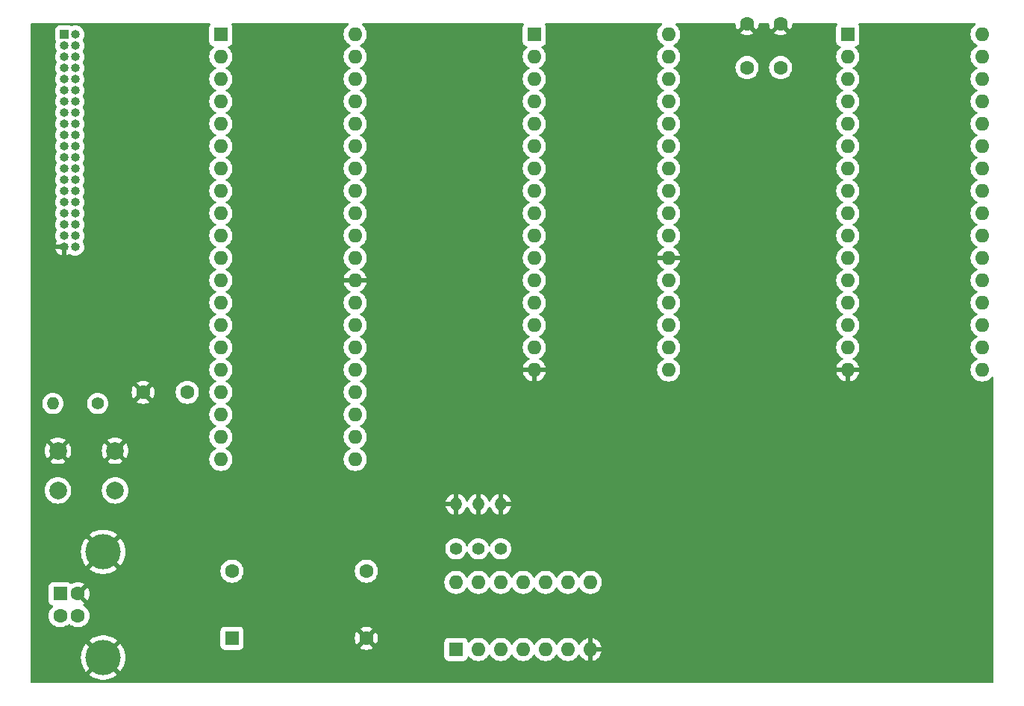
<source format=gbr>
%TF.GenerationSoftware,KiCad,Pcbnew,6.0.0*%
%TF.CreationDate,2022-01-05T13:28:49+01:00*%
%TF.ProjectId,glycon,676c7963-6f6e-42e6-9b69-6361645f7063,rev?*%
%TF.SameCoordinates,Original*%
%TF.FileFunction,Copper,L2,Inr*%
%TF.FilePolarity,Positive*%
%FSLAX46Y46*%
G04 Gerber Fmt 4.6, Leading zero omitted, Abs format (unit mm)*
G04 Created by KiCad (PCBNEW 6.0.0) date 2022-01-05 13:28:49*
%MOMM*%
%LPD*%
G01*
G04 APERTURE LIST*
%TA.AperFunction,ComponentPad*%
%ADD10C,1.400000*%
%TD*%
%TA.AperFunction,ComponentPad*%
%ADD11O,1.400000X1.400000*%
%TD*%
%TA.AperFunction,ComponentPad*%
%ADD12R,1.600000X1.600000*%
%TD*%
%TA.AperFunction,ComponentPad*%
%ADD13O,1.600000X1.600000*%
%TD*%
%TA.AperFunction,ComponentPad*%
%ADD14C,1.600000*%
%TD*%
%TA.AperFunction,ComponentPad*%
%ADD15C,2.000000*%
%TD*%
%TA.AperFunction,ComponentPad*%
%ADD16C,4.000000*%
%TD*%
%TA.AperFunction,ComponentPad*%
%ADD17R,1.000000X1.000000*%
%TD*%
%TA.AperFunction,ComponentPad*%
%ADD18O,1.000000X1.000000*%
%TD*%
G04 APERTURE END LIST*
D10*
%TO.N,Net-(R2-Pad1)*%
%TO.C,R2*%
X95250000Y-132080000D03*
D11*
%TO.N,Earth*%
X95250000Y-127000000D03*
%TD*%
D10*
%TO.N,Net-(R4-Pad1)*%
%TO.C,R4*%
X100330000Y-132080000D03*
D11*
%TO.N,Earth*%
X100330000Y-127000000D03*
%TD*%
D12*
%TO.N,unconnected-(U1-Pad1)*%
%TO.C,U1*%
X104140000Y-73660000D03*
D13*
%TO.N,VCC*%
X104140000Y-76200000D03*
%TO.N,/A14*%
X104140000Y-78740000D03*
%TO.N,/A12*%
X104140000Y-81280000D03*
%TO.N,/A7*%
X104140000Y-83820000D03*
%TO.N,/A6*%
X104140000Y-86360000D03*
%TO.N,/A5*%
X104140000Y-88900000D03*
%TO.N,/A4*%
X104140000Y-91440000D03*
%TO.N,/A3*%
X104140000Y-93980000D03*
%TO.N,/A2*%
X104140000Y-96520000D03*
%TO.N,/A1*%
X104140000Y-99060000D03*
%TO.N,/A0*%
X104140000Y-101600000D03*
%TO.N,/D0*%
X104140000Y-104140000D03*
%TO.N,/D1*%
X104140000Y-106680000D03*
%TO.N,/D2*%
X104140000Y-109220000D03*
%TO.N,Earth*%
X104140000Y-111760000D03*
%TO.N,/D3*%
X119380000Y-111760000D03*
%TO.N,/D4*%
X119380000Y-109220000D03*
%TO.N,/D5*%
X119380000Y-106680000D03*
%TO.N,/D6*%
X119380000Y-104140000D03*
%TO.N,/D7*%
X119380000Y-101600000D03*
%TO.N,Earth*%
X119380000Y-99060000D03*
%TO.N,/A10*%
X119380000Y-96520000D03*
%TO.N,Net-(U1-Pad24)*%
X119380000Y-93980000D03*
%TO.N,/A11*%
X119380000Y-91440000D03*
%TO.N,/A9*%
X119380000Y-88900000D03*
%TO.N,/A8*%
X119380000Y-86360000D03*
%TO.N,/A13*%
X119380000Y-83820000D03*
%TO.N,Net-(U1-Pad29)*%
X119380000Y-81280000D03*
%TO.N,Net-(J1-Pad34)*%
X119380000Y-78740000D03*
%TO.N,VCC*%
X119380000Y-76200000D03*
X119380000Y-73660000D03*
%TD*%
D12*
%TO.N,unconnected-(X1-Pad1)*%
%TO.C,X1*%
X69850000Y-142230000D03*
D14*
%TO.N,Earth*%
X85090000Y-142230000D03*
%TO.N,Net-(U0-Pad6)*%
X85090000Y-134610000D03*
%TO.N,VCC*%
X69850000Y-134610000D03*
%TD*%
D15*
%TO.N,Earth*%
%TO.C,SW1*%
X50090000Y-120940000D03*
X56590000Y-120940000D03*
%TO.N,Net-(R1-Pad2)*%
X56590000Y-125440000D03*
X50090000Y-125440000D03*
%TD*%
D12*
%TO.N,VCC*%
%TO.C,J2*%
X50362500Y-137180000D03*
D14*
%TO.N,unconnected-(J2-Pad2)*%
X50362500Y-139680000D03*
%TO.N,unconnected-(J2-Pad3)*%
X52362500Y-139680000D03*
%TO.N,Earth*%
X52362500Y-137180000D03*
D16*
X55222500Y-132430000D03*
X55222500Y-144430000D03*
%TD*%
D17*
%TO.N,/ROM WE*%
%TO.C,J1*%
X50800000Y-73660000D03*
D18*
%TO.N,VCC*%
X52070000Y-73660000D03*
%TO.N,unconnected-(J1-Pad3)*%
X50800000Y-74930000D03*
%TO.N,/A14*%
X52070000Y-74930000D03*
%TO.N,unconnected-(J1-Pad5)*%
X50800000Y-76200000D03*
%TO.N,/A13*%
X52070000Y-76200000D03*
%TO.N,unconnected-(J1-Pad7)*%
X50800000Y-77470000D03*
%TO.N,/A12*%
X52070000Y-77470000D03*
%TO.N,unconnected-(J1-Pad9)*%
X50800000Y-78740000D03*
%TO.N,/A11*%
X52070000Y-78740000D03*
%TO.N,unconnected-(J1-Pad11)*%
X50800000Y-80010000D03*
%TO.N,/A10*%
X52070000Y-80010000D03*
%TO.N,unconnected-(J1-Pad13)*%
X50800000Y-81280000D03*
%TO.N,/A9*%
X52070000Y-81280000D03*
%TO.N,unconnected-(J1-Pad15)*%
X50800000Y-82550000D03*
%TO.N,/A8*%
X52070000Y-82550000D03*
%TO.N,unconnected-(J1-Pad17)*%
X50800000Y-83820000D03*
%TO.N,/A7*%
X52070000Y-83820000D03*
%TO.N,unconnected-(J1-Pad19)*%
X50800000Y-85090000D03*
%TO.N,/A6*%
X52070000Y-85090000D03*
%TO.N,/RAM WE*%
X50800000Y-86360000D03*
%TO.N,/A5*%
X52070000Y-86360000D03*
%TO.N,/D7*%
X50800000Y-87630000D03*
%TO.N,/A4*%
X52070000Y-87630000D03*
%TO.N,/D6*%
X50800000Y-88900000D03*
%TO.N,/A3*%
X52070000Y-88900000D03*
%TO.N,/D5*%
X50800000Y-90170000D03*
%TO.N,/A2*%
X52070000Y-90170000D03*
%TO.N,/D4*%
X50800000Y-91440000D03*
%TO.N,/A1*%
X52070000Y-91440000D03*
%TO.N,/D3*%
X50800000Y-92710000D03*
%TO.N,/A0*%
X52070000Y-92710000D03*
%TO.N,/D2*%
X50800000Y-93980000D03*
%TO.N,Net-(J1-Pad34)*%
X52070000Y-93980000D03*
%TO.N,/D1*%
X50800000Y-95250000D03*
%TO.N,unconnected-(J1-Pad36)*%
X52070000Y-95250000D03*
%TO.N,/D0*%
X50800000Y-96520000D03*
%TO.N,unconnected-(J1-Pad38)*%
X52070000Y-96520000D03*
%TO.N,Earth*%
X50800000Y-97790000D03*
%TO.N,unconnected-(J1-Pad40)*%
X52070000Y-97790000D03*
%TD*%
D14*
%TO.N,VCC*%
%TO.C,C1*%
X64770000Y-114300000D03*
%TO.N,Earth*%
X59770000Y-114300000D03*
%TD*%
D12*
%TO.N,Net-(R4-Pad1)*%
%TO.C,U3*%
X95245000Y-143500000D03*
D13*
%TO.N,Net-(R2-Pad1)*%
X97785000Y-143500000D03*
%TO.N,Net-(U1-Pad24)*%
X100325000Y-143500000D03*
%TO.N,N/C*%
X102865000Y-143500000D03*
X105405000Y-143500000D03*
X107945000Y-143500000D03*
%TO.N,Earth*%
X110485000Y-143500000D03*
%TO.N,Net-(U1-Pad29)*%
X110485000Y-135880000D03*
%TO.N,/RAM WE*%
X107945000Y-135880000D03*
%TO.N,Net-(U3-Pad10)*%
X105405000Y-135880000D03*
X102865000Y-135880000D03*
%TO.N,Net-(R4-Pad1)*%
X100325000Y-135880000D03*
%TO.N,Net-(R3-Pad1)*%
X97785000Y-135880000D03*
%TO.N,VCC*%
X95245000Y-135880000D03*
%TD*%
D14*
%TO.N,VCC*%
%TO.C,C2*%
X128270000Y-77430000D03*
%TO.N,Earth*%
X128270000Y-72430000D03*
%TD*%
D12*
%TO.N,/A11*%
%TO.C,U0*%
X68580000Y-73660000D03*
D13*
%TO.N,/A12*%
X68580000Y-76200000D03*
%TO.N,/A13*%
X68580000Y-78740000D03*
%TO.N,/A14*%
X68580000Y-81280000D03*
%TO.N,Net-(J1-Pad34)*%
X68580000Y-83820000D03*
%TO.N,Net-(U0-Pad6)*%
X68580000Y-86360000D03*
%TO.N,/D4*%
X68580000Y-88900000D03*
%TO.N,/D3*%
X68580000Y-91440000D03*
%TO.N,/D5*%
X68580000Y-93980000D03*
%TO.N,/D6*%
X68580000Y-96520000D03*
%TO.N,VCC*%
X68580000Y-99060000D03*
%TO.N,/D2*%
X68580000Y-101600000D03*
%TO.N,/D7*%
X68580000Y-104140000D03*
%TO.N,/D0*%
X68580000Y-106680000D03*
%TO.N,/D1*%
X68580000Y-109220000D03*
%TO.N,unconnected-(U0-Pad16)*%
X68580000Y-111760000D03*
%TO.N,VCC*%
X68580000Y-114300000D03*
%TO.N,unconnected-(U0-Pad18)*%
X68580000Y-116840000D03*
%TO.N,Net-(R3-Pad1)*%
X68580000Y-119380000D03*
%TO.N,unconnected-(U0-Pad20)*%
X68580000Y-121920000D03*
%TO.N,Net-(R2-Pad1)*%
X83820000Y-121920000D03*
%TO.N,Net-(R4-Pad1)*%
X83820000Y-119380000D03*
%TO.N,unconnected-(U0-Pad23)*%
X83820000Y-116840000D03*
%TO.N,VCC*%
X83820000Y-114300000D03*
X83820000Y-111760000D03*
%TO.N,Net-(R1-Pad2)*%
X83820000Y-109220000D03*
%TO.N,unconnected-(U0-Pad27)*%
X83820000Y-106680000D03*
%TO.N,unconnected-(U0-Pad28)*%
X83820000Y-104140000D03*
%TO.N,Earth*%
X83820000Y-101600000D03*
%TO.N,/A0*%
X83820000Y-99060000D03*
%TO.N,/A1*%
X83820000Y-96520000D03*
%TO.N,/A2*%
X83820000Y-93980000D03*
%TO.N,/A3*%
X83820000Y-91440000D03*
%TO.N,/A4*%
X83820000Y-88900000D03*
%TO.N,/A5*%
X83820000Y-86360000D03*
%TO.N,/A6*%
X83820000Y-83820000D03*
%TO.N,/A7*%
X83820000Y-81280000D03*
%TO.N,/A8*%
X83820000Y-78740000D03*
%TO.N,/A9*%
X83820000Y-76200000D03*
%TO.N,/A10*%
X83820000Y-73660000D03*
%TD*%
D12*
%TO.N,unconnected-(U2-Pad1)*%
%TO.C,U2*%
X139700000Y-73660000D03*
D13*
%TO.N,VCC*%
X139700000Y-76200000D03*
X139700000Y-78740000D03*
%TO.N,/A12*%
X139700000Y-81280000D03*
%TO.N,/A7*%
X139700000Y-83820000D03*
%TO.N,/A6*%
X139700000Y-86360000D03*
%TO.N,/A5*%
X139700000Y-88900000D03*
%TO.N,/A4*%
X139700000Y-91440000D03*
%TO.N,/A3*%
X139700000Y-93980000D03*
%TO.N,/A2*%
X139700000Y-96520000D03*
%TO.N,/A1*%
X139700000Y-99060000D03*
%TO.N,/A0*%
X139700000Y-101600000D03*
%TO.N,/D0*%
X139700000Y-104140000D03*
%TO.N,/D1*%
X139700000Y-106680000D03*
%TO.N,/D2*%
X139700000Y-109220000D03*
%TO.N,Earth*%
X139700000Y-111760000D03*
%TO.N,/D3*%
X154940000Y-111760000D03*
%TO.N,/D4*%
X154940000Y-109220000D03*
%TO.N,/D5*%
X154940000Y-106680000D03*
%TO.N,/D6*%
X154940000Y-104140000D03*
%TO.N,/D7*%
X154940000Y-101600000D03*
%TO.N,Net-(J1-Pad34)*%
X154940000Y-99060000D03*
%TO.N,/A10*%
X154940000Y-96520000D03*
%TO.N,Net-(U1-Pad24)*%
X154940000Y-93980000D03*
%TO.N,/A11*%
X154940000Y-91440000D03*
%TO.N,/A9*%
X154940000Y-88900000D03*
%TO.N,/A8*%
X154940000Y-86360000D03*
%TO.N,/A13*%
X154940000Y-83820000D03*
%TO.N,/A14*%
X154940000Y-81280000D03*
%TO.N,unconnected-(U2-Pad30)*%
X154940000Y-78740000D03*
%TO.N,/ROM WE*%
X154940000Y-76200000D03*
%TO.N,VCC*%
X154940000Y-73660000D03*
%TD*%
D14*
%TO.N,VCC*%
%TO.C,C3*%
X132080000Y-77430000D03*
%TO.N,Earth*%
X132080000Y-72430000D03*
%TD*%
D10*
%TO.N,VCC*%
%TO.C,R1*%
X54610000Y-115570000D03*
D11*
%TO.N,Net-(R1-Pad2)*%
X49530000Y-115570000D03*
%TD*%
D10*
%TO.N,Net-(R3-Pad1)*%
%TO.C,R3*%
X97790000Y-132080000D03*
D11*
%TO.N,Earth*%
X97790000Y-127000000D03*
%TD*%
%TA.AperFunction,Conductor*%
%TO.N,Earth*%
G36*
X67312966Y-72410002D02*
G01*
X67359459Y-72463658D01*
X67369563Y-72533932D01*
X67345672Y-72591563D01*
X67329385Y-72613295D01*
X67278255Y-72749684D01*
X67271500Y-72811866D01*
X67271500Y-74508134D01*
X67278255Y-74570316D01*
X67329385Y-74706705D01*
X67416739Y-74823261D01*
X67533295Y-74910615D01*
X67669684Y-74961745D01*
X67680474Y-74962917D01*
X67682606Y-74963803D01*
X67685222Y-74964425D01*
X67685121Y-74964848D01*
X67746035Y-74990155D01*
X67786463Y-75048517D01*
X67788922Y-75119471D01*
X67752629Y-75180490D01*
X67743969Y-75187489D01*
X67740207Y-75190646D01*
X67735700Y-75193802D01*
X67573802Y-75355700D01*
X67442477Y-75543251D01*
X67440154Y-75548233D01*
X67440151Y-75548238D01*
X67348039Y-75745775D01*
X67345716Y-75750757D01*
X67344294Y-75756065D01*
X67344293Y-75756067D01*
X67328815Y-75813831D01*
X67286457Y-75971913D01*
X67266502Y-76200000D01*
X67286457Y-76428087D01*
X67287881Y-76433400D01*
X67287881Y-76433402D01*
X67335785Y-76612179D01*
X67345716Y-76649243D01*
X67348039Y-76654224D01*
X67348039Y-76654225D01*
X67440151Y-76851762D01*
X67440154Y-76851767D01*
X67442477Y-76856749D01*
X67483018Y-76914647D01*
X67529309Y-76980757D01*
X67573802Y-77044300D01*
X67735700Y-77206198D01*
X67740208Y-77209355D01*
X67740211Y-77209357D01*
X67803163Y-77253436D01*
X67923251Y-77337523D01*
X67928233Y-77339846D01*
X67928238Y-77339849D01*
X67962457Y-77355805D01*
X68015742Y-77402722D01*
X68035203Y-77470999D01*
X68014661Y-77538959D01*
X67962457Y-77584195D01*
X67928238Y-77600151D01*
X67928233Y-77600154D01*
X67923251Y-77602477D01*
X67851658Y-77652607D01*
X67740211Y-77730643D01*
X67740208Y-77730645D01*
X67735700Y-77733802D01*
X67573802Y-77895700D01*
X67442477Y-78083251D01*
X67440154Y-78088233D01*
X67440151Y-78088238D01*
X67355493Y-78269789D01*
X67345716Y-78290757D01*
X67344294Y-78296065D01*
X67344293Y-78296067D01*
X67328815Y-78353831D01*
X67286457Y-78511913D01*
X67266502Y-78740000D01*
X67286457Y-78968087D01*
X67287881Y-78973400D01*
X67287881Y-78973402D01*
X67335785Y-79152179D01*
X67345716Y-79189243D01*
X67348039Y-79194224D01*
X67348039Y-79194225D01*
X67440151Y-79391762D01*
X67440154Y-79391767D01*
X67442477Y-79396749D01*
X67573802Y-79584300D01*
X67735700Y-79746198D01*
X67740208Y-79749355D01*
X67740211Y-79749357D01*
X67803163Y-79793436D01*
X67923251Y-79877523D01*
X67928233Y-79879846D01*
X67928238Y-79879849D01*
X67962457Y-79895805D01*
X68015742Y-79942722D01*
X68035203Y-80010999D01*
X68014661Y-80078959D01*
X67962457Y-80124195D01*
X67928238Y-80140151D01*
X67928233Y-80140154D01*
X67923251Y-80142477D01*
X67851191Y-80192934D01*
X67740211Y-80270643D01*
X67740208Y-80270645D01*
X67735700Y-80273802D01*
X67573802Y-80435700D01*
X67442477Y-80623251D01*
X67440154Y-80628233D01*
X67440151Y-80628238D01*
X67348039Y-80825775D01*
X67345716Y-80830757D01*
X67344294Y-80836065D01*
X67344293Y-80836067D01*
X67328815Y-80893831D01*
X67286457Y-81051913D01*
X67266502Y-81280000D01*
X67286457Y-81508087D01*
X67287881Y-81513400D01*
X67287881Y-81513402D01*
X67335785Y-81692179D01*
X67345716Y-81729243D01*
X67348039Y-81734224D01*
X67348039Y-81734225D01*
X67440151Y-81931762D01*
X67440154Y-81931767D01*
X67442477Y-81936749D01*
X67573802Y-82124300D01*
X67735700Y-82286198D01*
X67740208Y-82289355D01*
X67740211Y-82289357D01*
X67803163Y-82333436D01*
X67923251Y-82417523D01*
X67928233Y-82419846D01*
X67928238Y-82419849D01*
X67962457Y-82435805D01*
X68015742Y-82482722D01*
X68035203Y-82550999D01*
X68014661Y-82618959D01*
X67962457Y-82664195D01*
X67928238Y-82680151D01*
X67928233Y-82680154D01*
X67923251Y-82682477D01*
X67851191Y-82732934D01*
X67740211Y-82810643D01*
X67740208Y-82810645D01*
X67735700Y-82813802D01*
X67573802Y-82975700D01*
X67442477Y-83163251D01*
X67440154Y-83168233D01*
X67440151Y-83168238D01*
X67348039Y-83365775D01*
X67345716Y-83370757D01*
X67344294Y-83376065D01*
X67344293Y-83376067D01*
X67328815Y-83433831D01*
X67286457Y-83591913D01*
X67266502Y-83820000D01*
X67286457Y-84048087D01*
X67287881Y-84053400D01*
X67287881Y-84053402D01*
X67335785Y-84232179D01*
X67345716Y-84269243D01*
X67348039Y-84274224D01*
X67348039Y-84274225D01*
X67440151Y-84471762D01*
X67440154Y-84471767D01*
X67442477Y-84476749D01*
X67573802Y-84664300D01*
X67735700Y-84826198D01*
X67740208Y-84829355D01*
X67740211Y-84829357D01*
X67803163Y-84873436D01*
X67923251Y-84957523D01*
X67928233Y-84959846D01*
X67928238Y-84959849D01*
X67962457Y-84975805D01*
X68015742Y-85022722D01*
X68035203Y-85090999D01*
X68014661Y-85158959D01*
X67962457Y-85204195D01*
X67928238Y-85220151D01*
X67928233Y-85220154D01*
X67923251Y-85222477D01*
X67851191Y-85272934D01*
X67740211Y-85350643D01*
X67740208Y-85350645D01*
X67735700Y-85353802D01*
X67573802Y-85515700D01*
X67442477Y-85703251D01*
X67440154Y-85708233D01*
X67440151Y-85708238D01*
X67348039Y-85905775D01*
X67345716Y-85910757D01*
X67344294Y-85916065D01*
X67344293Y-85916067D01*
X67328815Y-85973831D01*
X67286457Y-86131913D01*
X67266502Y-86360000D01*
X67286457Y-86588087D01*
X67287881Y-86593400D01*
X67287881Y-86593402D01*
X67335785Y-86772179D01*
X67345716Y-86809243D01*
X67348039Y-86814224D01*
X67348039Y-86814225D01*
X67440151Y-87011762D01*
X67440154Y-87011767D01*
X67442477Y-87016749D01*
X67573802Y-87204300D01*
X67735700Y-87366198D01*
X67740208Y-87369355D01*
X67740211Y-87369357D01*
X67803163Y-87413436D01*
X67923251Y-87497523D01*
X67928233Y-87499846D01*
X67928238Y-87499849D01*
X67962457Y-87515805D01*
X68015742Y-87562722D01*
X68035203Y-87630999D01*
X68014661Y-87698959D01*
X67962457Y-87744195D01*
X67928238Y-87760151D01*
X67928233Y-87760154D01*
X67923251Y-87762477D01*
X67851191Y-87812934D01*
X67740211Y-87890643D01*
X67740208Y-87890645D01*
X67735700Y-87893802D01*
X67573802Y-88055700D01*
X67442477Y-88243251D01*
X67440154Y-88248233D01*
X67440151Y-88248238D01*
X67348039Y-88445775D01*
X67345716Y-88450757D01*
X67344294Y-88456065D01*
X67344293Y-88456067D01*
X67328815Y-88513831D01*
X67286457Y-88671913D01*
X67266502Y-88900000D01*
X67286457Y-89128087D01*
X67287881Y-89133400D01*
X67287881Y-89133402D01*
X67335785Y-89312179D01*
X67345716Y-89349243D01*
X67348039Y-89354224D01*
X67348039Y-89354225D01*
X67440151Y-89551762D01*
X67440154Y-89551767D01*
X67442477Y-89556749D01*
X67573802Y-89744300D01*
X67735700Y-89906198D01*
X67740208Y-89909355D01*
X67740211Y-89909357D01*
X67803163Y-89953436D01*
X67923251Y-90037523D01*
X67928233Y-90039846D01*
X67928238Y-90039849D01*
X67962457Y-90055805D01*
X68015742Y-90102722D01*
X68035203Y-90170999D01*
X68014661Y-90238959D01*
X67962457Y-90284195D01*
X67928238Y-90300151D01*
X67928233Y-90300154D01*
X67923251Y-90302477D01*
X67851191Y-90352934D01*
X67740211Y-90430643D01*
X67740208Y-90430645D01*
X67735700Y-90433802D01*
X67573802Y-90595700D01*
X67442477Y-90783251D01*
X67440154Y-90788233D01*
X67440151Y-90788238D01*
X67348039Y-90985775D01*
X67345716Y-90990757D01*
X67344294Y-90996065D01*
X67344293Y-90996067D01*
X67328815Y-91053831D01*
X67286457Y-91211913D01*
X67266502Y-91440000D01*
X67286457Y-91668087D01*
X67287881Y-91673400D01*
X67287881Y-91673402D01*
X67335785Y-91852179D01*
X67345716Y-91889243D01*
X67348039Y-91894224D01*
X67348039Y-91894225D01*
X67440151Y-92091762D01*
X67440154Y-92091767D01*
X67442477Y-92096749D01*
X67573802Y-92284300D01*
X67735700Y-92446198D01*
X67740208Y-92449355D01*
X67740211Y-92449357D01*
X67803163Y-92493436D01*
X67923251Y-92577523D01*
X67928233Y-92579846D01*
X67928238Y-92579849D01*
X67962457Y-92595805D01*
X68015742Y-92642722D01*
X68035203Y-92710999D01*
X68014661Y-92778959D01*
X67962457Y-92824195D01*
X67928238Y-92840151D01*
X67928233Y-92840154D01*
X67923251Y-92842477D01*
X67851191Y-92892934D01*
X67740211Y-92970643D01*
X67740208Y-92970645D01*
X67735700Y-92973802D01*
X67573802Y-93135700D01*
X67442477Y-93323251D01*
X67440154Y-93328233D01*
X67440151Y-93328238D01*
X67348039Y-93525775D01*
X67345716Y-93530757D01*
X67344294Y-93536065D01*
X67344293Y-93536067D01*
X67328815Y-93593831D01*
X67286457Y-93751913D01*
X67266502Y-93980000D01*
X67286457Y-94208087D01*
X67287881Y-94213400D01*
X67287881Y-94213402D01*
X67335785Y-94392179D01*
X67345716Y-94429243D01*
X67348039Y-94434224D01*
X67348039Y-94434225D01*
X67440151Y-94631762D01*
X67440154Y-94631767D01*
X67442477Y-94636749D01*
X67573802Y-94824300D01*
X67735700Y-94986198D01*
X67740208Y-94989355D01*
X67740211Y-94989357D01*
X67803163Y-95033436D01*
X67923251Y-95117523D01*
X67928233Y-95119846D01*
X67928238Y-95119849D01*
X67962457Y-95135805D01*
X68015742Y-95182722D01*
X68035203Y-95250999D01*
X68014661Y-95318959D01*
X67962457Y-95364195D01*
X67928238Y-95380151D01*
X67928233Y-95380154D01*
X67923251Y-95382477D01*
X67851191Y-95432934D01*
X67740211Y-95510643D01*
X67740208Y-95510645D01*
X67735700Y-95513802D01*
X67573802Y-95675700D01*
X67442477Y-95863251D01*
X67440154Y-95868233D01*
X67440151Y-95868238D01*
X67348039Y-96065775D01*
X67345716Y-96070757D01*
X67344294Y-96076065D01*
X67344293Y-96076067D01*
X67328815Y-96133831D01*
X67286457Y-96291913D01*
X67266502Y-96520000D01*
X67286457Y-96748087D01*
X67287881Y-96753400D01*
X67287881Y-96753402D01*
X67335785Y-96932179D01*
X67345716Y-96969243D01*
X67348039Y-96974224D01*
X67348039Y-96974225D01*
X67440151Y-97171762D01*
X67440154Y-97171767D01*
X67442477Y-97176749D01*
X67483018Y-97234647D01*
X67565285Y-97352136D01*
X67573802Y-97364300D01*
X67735700Y-97526198D01*
X67740208Y-97529355D01*
X67740211Y-97529357D01*
X67778264Y-97556002D01*
X67923251Y-97657523D01*
X67928233Y-97659846D01*
X67928238Y-97659849D01*
X67962457Y-97675805D01*
X68015742Y-97722722D01*
X68035203Y-97790999D01*
X68014661Y-97858959D01*
X67962457Y-97904195D01*
X67928238Y-97920151D01*
X67928233Y-97920154D01*
X67923251Y-97922477D01*
X67851191Y-97972934D01*
X67740211Y-98050643D01*
X67740208Y-98050645D01*
X67735700Y-98053802D01*
X67573802Y-98215700D01*
X67442477Y-98403251D01*
X67440154Y-98408233D01*
X67440151Y-98408238D01*
X67388411Y-98519197D01*
X67345716Y-98610757D01*
X67344294Y-98616065D01*
X67344293Y-98616067D01*
X67305116Y-98762276D01*
X67286457Y-98831913D01*
X67266502Y-99060000D01*
X67286457Y-99288087D01*
X67345716Y-99509243D01*
X67348039Y-99514224D01*
X67348039Y-99514225D01*
X67440151Y-99711762D01*
X67440154Y-99711767D01*
X67442477Y-99716749D01*
X67573802Y-99904300D01*
X67735700Y-100066198D01*
X67740208Y-100069355D01*
X67740211Y-100069357D01*
X67818389Y-100124098D01*
X67923251Y-100197523D01*
X67928233Y-100199846D01*
X67928238Y-100199849D01*
X67962457Y-100215805D01*
X68015742Y-100262722D01*
X68035203Y-100330999D01*
X68014661Y-100398959D01*
X67962457Y-100444195D01*
X67928238Y-100460151D01*
X67928233Y-100460154D01*
X67923251Y-100462477D01*
X67818389Y-100535902D01*
X67740211Y-100590643D01*
X67740208Y-100590645D01*
X67735700Y-100593802D01*
X67573802Y-100755700D01*
X67442477Y-100943251D01*
X67440154Y-100948233D01*
X67440151Y-100948238D01*
X67440034Y-100948489D01*
X67345716Y-101150757D01*
X67286457Y-101371913D01*
X67266502Y-101600000D01*
X67286457Y-101828087D01*
X67345716Y-102049243D01*
X67348039Y-102054224D01*
X67348039Y-102054225D01*
X67440151Y-102251762D01*
X67440154Y-102251767D01*
X67442477Y-102256749D01*
X67573802Y-102444300D01*
X67735700Y-102606198D01*
X67740208Y-102609355D01*
X67740211Y-102609357D01*
X67818389Y-102664098D01*
X67923251Y-102737523D01*
X67928233Y-102739846D01*
X67928238Y-102739849D01*
X67962457Y-102755805D01*
X68015742Y-102802722D01*
X68035203Y-102870999D01*
X68014661Y-102938959D01*
X67962457Y-102984195D01*
X67928238Y-103000151D01*
X67928233Y-103000154D01*
X67923251Y-103002477D01*
X67818389Y-103075902D01*
X67740211Y-103130643D01*
X67740208Y-103130645D01*
X67735700Y-103133802D01*
X67573802Y-103295700D01*
X67442477Y-103483251D01*
X67440154Y-103488233D01*
X67440151Y-103488238D01*
X67348039Y-103685775D01*
X67345716Y-103690757D01*
X67286457Y-103911913D01*
X67266502Y-104140000D01*
X67286457Y-104368087D01*
X67345716Y-104589243D01*
X67348039Y-104594224D01*
X67348039Y-104594225D01*
X67440151Y-104791762D01*
X67440154Y-104791767D01*
X67442477Y-104796749D01*
X67573802Y-104984300D01*
X67735700Y-105146198D01*
X67740208Y-105149355D01*
X67740211Y-105149357D01*
X67818389Y-105204098D01*
X67923251Y-105277523D01*
X67928233Y-105279846D01*
X67928238Y-105279849D01*
X67962457Y-105295805D01*
X68015742Y-105342722D01*
X68035203Y-105410999D01*
X68014661Y-105478959D01*
X67962457Y-105524195D01*
X67928238Y-105540151D01*
X67928233Y-105540154D01*
X67923251Y-105542477D01*
X67818389Y-105615902D01*
X67740211Y-105670643D01*
X67740208Y-105670645D01*
X67735700Y-105673802D01*
X67573802Y-105835700D01*
X67442477Y-106023251D01*
X67440154Y-106028233D01*
X67440151Y-106028238D01*
X67348039Y-106225775D01*
X67345716Y-106230757D01*
X67286457Y-106451913D01*
X67266502Y-106680000D01*
X67286457Y-106908087D01*
X67345716Y-107129243D01*
X67348039Y-107134224D01*
X67348039Y-107134225D01*
X67440151Y-107331762D01*
X67440154Y-107331767D01*
X67442477Y-107336749D01*
X67573802Y-107524300D01*
X67735700Y-107686198D01*
X67740208Y-107689355D01*
X67740211Y-107689357D01*
X67818389Y-107744098D01*
X67923251Y-107817523D01*
X67928233Y-107819846D01*
X67928238Y-107819849D01*
X67962457Y-107835805D01*
X68015742Y-107882722D01*
X68035203Y-107950999D01*
X68014661Y-108018959D01*
X67962457Y-108064195D01*
X67928238Y-108080151D01*
X67928233Y-108080154D01*
X67923251Y-108082477D01*
X67818389Y-108155902D01*
X67740211Y-108210643D01*
X67740208Y-108210645D01*
X67735700Y-108213802D01*
X67573802Y-108375700D01*
X67442477Y-108563251D01*
X67440154Y-108568233D01*
X67440151Y-108568238D01*
X67348039Y-108765775D01*
X67345716Y-108770757D01*
X67286457Y-108991913D01*
X67266502Y-109220000D01*
X67286457Y-109448087D01*
X67345716Y-109669243D01*
X67348039Y-109674224D01*
X67348039Y-109674225D01*
X67440151Y-109871762D01*
X67440154Y-109871767D01*
X67442477Y-109876749D01*
X67573802Y-110064300D01*
X67735700Y-110226198D01*
X67740208Y-110229355D01*
X67740211Y-110229357D01*
X67818389Y-110284098D01*
X67923251Y-110357523D01*
X67928233Y-110359846D01*
X67928238Y-110359849D01*
X67962457Y-110375805D01*
X68015742Y-110422722D01*
X68035203Y-110490999D01*
X68014661Y-110558959D01*
X67962457Y-110604195D01*
X67928238Y-110620151D01*
X67928233Y-110620154D01*
X67923251Y-110622477D01*
X67818389Y-110695902D01*
X67740211Y-110750643D01*
X67740208Y-110750645D01*
X67735700Y-110753802D01*
X67573802Y-110915700D01*
X67442477Y-111103251D01*
X67440154Y-111108233D01*
X67440151Y-111108238D01*
X67440034Y-111108489D01*
X67345716Y-111310757D01*
X67286457Y-111531913D01*
X67266502Y-111760000D01*
X67286457Y-111988087D01*
X67287881Y-111993400D01*
X67287881Y-111993402D01*
X67297031Y-112027548D01*
X67345716Y-112209243D01*
X67348039Y-112214224D01*
X67348039Y-112214225D01*
X67440151Y-112411762D01*
X67440154Y-112411767D01*
X67442477Y-112416749D01*
X67573802Y-112604300D01*
X67735700Y-112766198D01*
X67740208Y-112769355D01*
X67740211Y-112769357D01*
X67818389Y-112824098D01*
X67923251Y-112897523D01*
X67928233Y-112899846D01*
X67928238Y-112899849D01*
X67962457Y-112915805D01*
X68015742Y-112962722D01*
X68035203Y-113030999D01*
X68014661Y-113098959D01*
X67962457Y-113144195D01*
X67928238Y-113160151D01*
X67928233Y-113160154D01*
X67923251Y-113162477D01*
X67866080Y-113202509D01*
X67740211Y-113290643D01*
X67740208Y-113290645D01*
X67735700Y-113293802D01*
X67573802Y-113455700D01*
X67442477Y-113643251D01*
X67440154Y-113648233D01*
X67440151Y-113648238D01*
X67440034Y-113648489D01*
X67345716Y-113850757D01*
X67344294Y-113856065D01*
X67344293Y-113856067D01*
X67323019Y-113935461D01*
X67286457Y-114071913D01*
X67266502Y-114300000D01*
X67286457Y-114528087D01*
X67287881Y-114533400D01*
X67287881Y-114533402D01*
X67325025Y-114672022D01*
X67345716Y-114749243D01*
X67348039Y-114754224D01*
X67348039Y-114754225D01*
X67440151Y-114951762D01*
X67440154Y-114951767D01*
X67442477Y-114956749D01*
X67573802Y-115144300D01*
X67735700Y-115306198D01*
X67740208Y-115309355D01*
X67740211Y-115309357D01*
X67804011Y-115354030D01*
X67923251Y-115437523D01*
X67928233Y-115439846D01*
X67928238Y-115439849D01*
X67962457Y-115455805D01*
X68015742Y-115502722D01*
X68035203Y-115570999D01*
X68014661Y-115638959D01*
X67962457Y-115684195D01*
X67928238Y-115700151D01*
X67928233Y-115700154D01*
X67923251Y-115702477D01*
X67819428Y-115775175D01*
X67740211Y-115830643D01*
X67740208Y-115830645D01*
X67735700Y-115833802D01*
X67573802Y-115995700D01*
X67442477Y-116183251D01*
X67440154Y-116188233D01*
X67440151Y-116188238D01*
X67363009Y-116353671D01*
X67345716Y-116390757D01*
X67344294Y-116396065D01*
X67344293Y-116396067D01*
X67315785Y-116502460D01*
X67286457Y-116611913D01*
X67266502Y-116840000D01*
X67286457Y-117068087D01*
X67345716Y-117289243D01*
X67348039Y-117294224D01*
X67348039Y-117294225D01*
X67440151Y-117491762D01*
X67440154Y-117491767D01*
X67442477Y-117496749D01*
X67573802Y-117684300D01*
X67735700Y-117846198D01*
X67740208Y-117849355D01*
X67740211Y-117849357D01*
X67818389Y-117904098D01*
X67923251Y-117977523D01*
X67928233Y-117979846D01*
X67928238Y-117979849D01*
X67962457Y-117995805D01*
X68015742Y-118042722D01*
X68035203Y-118110999D01*
X68014661Y-118178959D01*
X67962457Y-118224195D01*
X67928238Y-118240151D01*
X67928233Y-118240154D01*
X67923251Y-118242477D01*
X67818389Y-118315902D01*
X67740211Y-118370643D01*
X67740208Y-118370645D01*
X67735700Y-118373802D01*
X67573802Y-118535700D01*
X67442477Y-118723251D01*
X67440154Y-118728233D01*
X67440151Y-118728238D01*
X67348039Y-118925775D01*
X67345716Y-118930757D01*
X67286457Y-119151913D01*
X67266502Y-119380000D01*
X67286457Y-119608087D01*
X67287881Y-119613400D01*
X67287881Y-119613402D01*
X67316367Y-119719710D01*
X67345716Y-119829243D01*
X67348039Y-119834224D01*
X67348039Y-119834225D01*
X67440151Y-120031762D01*
X67440154Y-120031767D01*
X67442477Y-120036749D01*
X67573802Y-120224300D01*
X67735700Y-120386198D01*
X67740208Y-120389355D01*
X67740211Y-120389357D01*
X67818389Y-120444098D01*
X67923251Y-120517523D01*
X67928233Y-120519846D01*
X67928238Y-120519849D01*
X67962457Y-120535805D01*
X68015742Y-120582722D01*
X68035203Y-120650999D01*
X68014661Y-120718959D01*
X67962457Y-120764195D01*
X67928238Y-120780151D01*
X67928233Y-120780154D01*
X67923251Y-120782477D01*
X67818389Y-120855902D01*
X67740211Y-120910643D01*
X67740208Y-120910645D01*
X67735700Y-120913802D01*
X67573802Y-121075700D01*
X67442477Y-121263251D01*
X67440154Y-121268233D01*
X67440151Y-121268238D01*
X67377485Y-121402627D01*
X67345716Y-121470757D01*
X67344294Y-121476065D01*
X67344293Y-121476067D01*
X67302790Y-121630958D01*
X67286457Y-121691913D01*
X67266502Y-121920000D01*
X67286457Y-122148087D01*
X67345716Y-122369243D01*
X67348039Y-122374224D01*
X67348039Y-122374225D01*
X67440151Y-122571762D01*
X67440154Y-122571767D01*
X67442477Y-122576749D01*
X67573802Y-122764300D01*
X67735700Y-122926198D01*
X67740208Y-122929355D01*
X67740211Y-122929357D01*
X67818389Y-122984098D01*
X67923251Y-123057523D01*
X67928233Y-123059846D01*
X67928238Y-123059849D01*
X68125775Y-123151961D01*
X68130757Y-123154284D01*
X68136065Y-123155706D01*
X68136067Y-123155707D01*
X68346598Y-123212119D01*
X68346600Y-123212119D01*
X68351913Y-123213543D01*
X68580000Y-123233498D01*
X68808087Y-123213543D01*
X68813400Y-123212119D01*
X68813402Y-123212119D01*
X69023933Y-123155707D01*
X69023935Y-123155706D01*
X69029243Y-123154284D01*
X69034225Y-123151961D01*
X69231762Y-123059849D01*
X69231767Y-123059846D01*
X69236749Y-123057523D01*
X69341611Y-122984098D01*
X69419789Y-122929357D01*
X69419792Y-122929355D01*
X69424300Y-122926198D01*
X69586198Y-122764300D01*
X69717523Y-122576749D01*
X69719846Y-122571767D01*
X69719849Y-122571762D01*
X69811961Y-122374225D01*
X69811961Y-122374224D01*
X69814284Y-122369243D01*
X69873543Y-122148087D01*
X69893498Y-121920000D01*
X82506502Y-121920000D01*
X82526457Y-122148087D01*
X82585716Y-122369243D01*
X82588039Y-122374224D01*
X82588039Y-122374225D01*
X82680151Y-122571762D01*
X82680154Y-122571767D01*
X82682477Y-122576749D01*
X82813802Y-122764300D01*
X82975700Y-122926198D01*
X82980208Y-122929355D01*
X82980211Y-122929357D01*
X83058389Y-122984098D01*
X83163251Y-123057523D01*
X83168233Y-123059846D01*
X83168238Y-123059849D01*
X83365775Y-123151961D01*
X83370757Y-123154284D01*
X83376065Y-123155706D01*
X83376067Y-123155707D01*
X83586598Y-123212119D01*
X83586600Y-123212119D01*
X83591913Y-123213543D01*
X83820000Y-123233498D01*
X84048087Y-123213543D01*
X84053400Y-123212119D01*
X84053402Y-123212119D01*
X84263933Y-123155707D01*
X84263935Y-123155706D01*
X84269243Y-123154284D01*
X84274225Y-123151961D01*
X84471762Y-123059849D01*
X84471767Y-123059846D01*
X84476749Y-123057523D01*
X84581611Y-122984098D01*
X84659789Y-122929357D01*
X84659792Y-122929355D01*
X84664300Y-122926198D01*
X84826198Y-122764300D01*
X84957523Y-122576749D01*
X84959846Y-122571767D01*
X84959849Y-122571762D01*
X85051961Y-122374225D01*
X85051961Y-122374224D01*
X85054284Y-122369243D01*
X85113543Y-122148087D01*
X85133498Y-121920000D01*
X85113543Y-121691913D01*
X85097210Y-121630958D01*
X85055707Y-121476067D01*
X85055706Y-121476065D01*
X85054284Y-121470757D01*
X85022515Y-121402627D01*
X84959849Y-121268238D01*
X84959846Y-121268233D01*
X84957523Y-121263251D01*
X84826198Y-121075700D01*
X84664300Y-120913802D01*
X84659792Y-120910645D01*
X84659789Y-120910643D01*
X84581611Y-120855902D01*
X84476749Y-120782477D01*
X84471767Y-120780154D01*
X84471762Y-120780151D01*
X84437543Y-120764195D01*
X84384258Y-120717278D01*
X84364797Y-120649001D01*
X84385339Y-120581041D01*
X84437543Y-120535805D01*
X84471762Y-120519849D01*
X84471767Y-120519846D01*
X84476749Y-120517523D01*
X84581611Y-120444098D01*
X84659789Y-120389357D01*
X84659792Y-120389355D01*
X84664300Y-120386198D01*
X84826198Y-120224300D01*
X84957523Y-120036749D01*
X84959846Y-120031767D01*
X84959849Y-120031762D01*
X85051961Y-119834225D01*
X85051961Y-119834224D01*
X85054284Y-119829243D01*
X85083634Y-119719710D01*
X85112119Y-119613402D01*
X85112119Y-119613400D01*
X85113543Y-119608087D01*
X85133498Y-119380000D01*
X85113543Y-119151913D01*
X85054284Y-118930757D01*
X85051961Y-118925775D01*
X84959849Y-118728238D01*
X84959846Y-118728233D01*
X84957523Y-118723251D01*
X84826198Y-118535700D01*
X84664300Y-118373802D01*
X84659792Y-118370645D01*
X84659789Y-118370643D01*
X84581611Y-118315902D01*
X84476749Y-118242477D01*
X84471767Y-118240154D01*
X84471762Y-118240151D01*
X84437543Y-118224195D01*
X84384258Y-118177278D01*
X84364797Y-118109001D01*
X84385339Y-118041041D01*
X84437543Y-117995805D01*
X84471762Y-117979849D01*
X84471767Y-117979846D01*
X84476749Y-117977523D01*
X84581611Y-117904098D01*
X84659789Y-117849357D01*
X84659792Y-117849355D01*
X84664300Y-117846198D01*
X84826198Y-117684300D01*
X84957523Y-117496749D01*
X84959846Y-117491767D01*
X84959849Y-117491762D01*
X85051961Y-117294225D01*
X85051961Y-117294224D01*
X85054284Y-117289243D01*
X85113543Y-117068087D01*
X85133498Y-116840000D01*
X85113543Y-116611913D01*
X85084215Y-116502460D01*
X85055707Y-116396067D01*
X85055706Y-116396065D01*
X85054284Y-116390757D01*
X85036991Y-116353671D01*
X84959849Y-116188238D01*
X84959846Y-116188233D01*
X84957523Y-116183251D01*
X84826198Y-115995700D01*
X84664300Y-115833802D01*
X84659792Y-115830645D01*
X84659789Y-115830643D01*
X84580572Y-115775175D01*
X84476749Y-115702477D01*
X84471767Y-115700154D01*
X84471762Y-115700151D01*
X84437543Y-115684195D01*
X84384258Y-115637278D01*
X84364797Y-115569001D01*
X84385339Y-115501041D01*
X84437543Y-115455805D01*
X84471762Y-115439849D01*
X84471767Y-115439846D01*
X84476749Y-115437523D01*
X84595989Y-115354030D01*
X84659789Y-115309357D01*
X84659792Y-115309355D01*
X84664300Y-115306198D01*
X84826198Y-115144300D01*
X84957523Y-114956749D01*
X84959846Y-114951767D01*
X84959849Y-114951762D01*
X85051961Y-114754225D01*
X85051961Y-114754224D01*
X85054284Y-114749243D01*
X85074976Y-114672022D01*
X85112119Y-114533402D01*
X85112119Y-114533400D01*
X85113543Y-114528087D01*
X85133498Y-114300000D01*
X85113543Y-114071913D01*
X85076981Y-113935461D01*
X85055707Y-113856067D01*
X85055706Y-113856065D01*
X85054284Y-113850757D01*
X84959966Y-113648489D01*
X84959849Y-113648238D01*
X84959846Y-113648233D01*
X84957523Y-113643251D01*
X84826198Y-113455700D01*
X84664300Y-113293802D01*
X84659792Y-113290645D01*
X84659789Y-113290643D01*
X84533920Y-113202509D01*
X84476749Y-113162477D01*
X84471767Y-113160154D01*
X84471762Y-113160151D01*
X84437543Y-113144195D01*
X84384258Y-113097278D01*
X84364797Y-113029001D01*
X84385339Y-112961041D01*
X84437543Y-112915805D01*
X84471762Y-112899849D01*
X84471767Y-112899846D01*
X84476749Y-112897523D01*
X84581611Y-112824098D01*
X84659789Y-112769357D01*
X84659792Y-112769355D01*
X84664300Y-112766198D01*
X84826198Y-112604300D01*
X84957523Y-112416749D01*
X84959846Y-112411767D01*
X84959849Y-112411762D01*
X85051961Y-112214225D01*
X85051961Y-112214224D01*
X85054284Y-112209243D01*
X85102970Y-112027548D01*
X85103245Y-112026522D01*
X102857273Y-112026522D01*
X102904764Y-112203761D01*
X102908510Y-112214053D01*
X103000586Y-112411511D01*
X103006069Y-112421007D01*
X103131028Y-112599467D01*
X103138084Y-112607875D01*
X103292125Y-112761916D01*
X103300533Y-112768972D01*
X103478993Y-112893931D01*
X103488489Y-112899414D01*
X103685947Y-112991490D01*
X103696239Y-112995236D01*
X103868503Y-113041394D01*
X103882599Y-113041058D01*
X103886000Y-113033116D01*
X103886000Y-113027967D01*
X104394000Y-113027967D01*
X104397973Y-113041498D01*
X104406522Y-113042727D01*
X104583761Y-112995236D01*
X104594053Y-112991490D01*
X104791511Y-112899414D01*
X104801007Y-112893931D01*
X104979467Y-112768972D01*
X104987875Y-112761916D01*
X105141916Y-112607875D01*
X105148972Y-112599467D01*
X105273931Y-112421007D01*
X105279414Y-112411511D01*
X105371490Y-112214053D01*
X105375236Y-112203761D01*
X105421394Y-112031497D01*
X105421058Y-112017401D01*
X105413116Y-112014000D01*
X104412115Y-112014000D01*
X104396876Y-112018475D01*
X104395671Y-112019865D01*
X104394000Y-112027548D01*
X104394000Y-113027967D01*
X103886000Y-113027967D01*
X103886000Y-112032115D01*
X103881525Y-112016876D01*
X103880135Y-112015671D01*
X103872452Y-112014000D01*
X102872033Y-112014000D01*
X102858502Y-112017973D01*
X102857273Y-112026522D01*
X85103245Y-112026522D01*
X85112119Y-111993402D01*
X85112119Y-111993400D01*
X85113543Y-111988087D01*
X85133498Y-111760000D01*
X118066502Y-111760000D01*
X118086457Y-111988087D01*
X118087881Y-111993400D01*
X118087881Y-111993402D01*
X118097031Y-112027548D01*
X118145716Y-112209243D01*
X118148039Y-112214224D01*
X118148039Y-112214225D01*
X118240151Y-112411762D01*
X118240154Y-112411767D01*
X118242477Y-112416749D01*
X118373802Y-112604300D01*
X118535700Y-112766198D01*
X118540208Y-112769355D01*
X118540211Y-112769357D01*
X118618389Y-112824098D01*
X118723251Y-112897523D01*
X118728233Y-112899846D01*
X118728238Y-112899849D01*
X118916172Y-112987483D01*
X118930757Y-112994284D01*
X118936065Y-112995706D01*
X118936067Y-112995707D01*
X119146598Y-113052119D01*
X119146600Y-113052119D01*
X119151913Y-113053543D01*
X119380000Y-113073498D01*
X119608087Y-113053543D01*
X119613400Y-113052119D01*
X119613402Y-113052119D01*
X119823933Y-112995707D01*
X119823935Y-112995706D01*
X119829243Y-112994284D01*
X119843828Y-112987483D01*
X120031762Y-112899849D01*
X120031767Y-112899846D01*
X120036749Y-112897523D01*
X120141611Y-112824098D01*
X120219789Y-112769357D01*
X120219792Y-112769355D01*
X120224300Y-112766198D01*
X120386198Y-112604300D01*
X120517523Y-112416749D01*
X120519846Y-112411767D01*
X120519849Y-112411762D01*
X120611961Y-112214225D01*
X120611961Y-112214224D01*
X120614284Y-112209243D01*
X120662970Y-112027548D01*
X120663245Y-112026522D01*
X138417273Y-112026522D01*
X138464764Y-112203761D01*
X138468510Y-112214053D01*
X138560586Y-112411511D01*
X138566069Y-112421007D01*
X138691028Y-112599467D01*
X138698084Y-112607875D01*
X138852125Y-112761916D01*
X138860533Y-112768972D01*
X139038993Y-112893931D01*
X139048489Y-112899414D01*
X139245947Y-112991490D01*
X139256239Y-112995236D01*
X139428503Y-113041394D01*
X139442599Y-113041058D01*
X139446000Y-113033116D01*
X139446000Y-113027967D01*
X139954000Y-113027967D01*
X139957973Y-113041498D01*
X139966522Y-113042727D01*
X140143761Y-112995236D01*
X140154053Y-112991490D01*
X140351511Y-112899414D01*
X140361007Y-112893931D01*
X140539467Y-112768972D01*
X140547875Y-112761916D01*
X140701916Y-112607875D01*
X140708972Y-112599467D01*
X140833931Y-112421007D01*
X140839414Y-112411511D01*
X140931490Y-112214053D01*
X140935236Y-112203761D01*
X140981394Y-112031497D01*
X140981058Y-112017401D01*
X140973116Y-112014000D01*
X139972115Y-112014000D01*
X139956876Y-112018475D01*
X139955671Y-112019865D01*
X139954000Y-112027548D01*
X139954000Y-113027967D01*
X139446000Y-113027967D01*
X139446000Y-112032115D01*
X139441525Y-112016876D01*
X139440135Y-112015671D01*
X139432452Y-112014000D01*
X138432033Y-112014000D01*
X138418502Y-112017973D01*
X138417273Y-112026522D01*
X120663245Y-112026522D01*
X120672119Y-111993402D01*
X120672119Y-111993400D01*
X120673543Y-111988087D01*
X120693498Y-111760000D01*
X120673543Y-111531913D01*
X120614284Y-111310757D01*
X120519966Y-111108489D01*
X120519849Y-111108238D01*
X120519846Y-111108233D01*
X120517523Y-111103251D01*
X120386198Y-110915700D01*
X120224300Y-110753802D01*
X120219792Y-110750645D01*
X120219789Y-110750643D01*
X120141611Y-110695902D01*
X120036749Y-110622477D01*
X120031767Y-110620154D01*
X120031762Y-110620151D01*
X119997543Y-110604195D01*
X119944258Y-110557278D01*
X119924797Y-110489001D01*
X119945339Y-110421041D01*
X119997543Y-110375805D01*
X120031762Y-110359849D01*
X120031767Y-110359846D01*
X120036749Y-110357523D01*
X120141611Y-110284098D01*
X120219789Y-110229357D01*
X120219792Y-110229355D01*
X120224300Y-110226198D01*
X120386198Y-110064300D01*
X120517523Y-109876749D01*
X120519846Y-109871767D01*
X120519849Y-109871762D01*
X120611961Y-109674225D01*
X120611961Y-109674224D01*
X120614284Y-109669243D01*
X120673543Y-109448087D01*
X120693498Y-109220000D01*
X120673543Y-108991913D01*
X120614284Y-108770757D01*
X120611961Y-108765775D01*
X120519849Y-108568238D01*
X120519846Y-108568233D01*
X120517523Y-108563251D01*
X120386198Y-108375700D01*
X120224300Y-108213802D01*
X120219792Y-108210645D01*
X120219789Y-108210643D01*
X120141611Y-108155902D01*
X120036749Y-108082477D01*
X120031767Y-108080154D01*
X120031762Y-108080151D01*
X119997543Y-108064195D01*
X119944258Y-108017278D01*
X119924797Y-107949001D01*
X119945339Y-107881041D01*
X119997543Y-107835805D01*
X120031762Y-107819849D01*
X120031767Y-107819846D01*
X120036749Y-107817523D01*
X120141611Y-107744098D01*
X120219789Y-107689357D01*
X120219792Y-107689355D01*
X120224300Y-107686198D01*
X120386198Y-107524300D01*
X120517523Y-107336749D01*
X120519846Y-107331767D01*
X120519849Y-107331762D01*
X120611961Y-107134225D01*
X120611961Y-107134224D01*
X120614284Y-107129243D01*
X120673543Y-106908087D01*
X120693498Y-106680000D01*
X120673543Y-106451913D01*
X120614284Y-106230757D01*
X120611961Y-106225775D01*
X120519849Y-106028238D01*
X120519846Y-106028233D01*
X120517523Y-106023251D01*
X120386198Y-105835700D01*
X120224300Y-105673802D01*
X120219792Y-105670645D01*
X120219789Y-105670643D01*
X120141611Y-105615902D01*
X120036749Y-105542477D01*
X120031767Y-105540154D01*
X120031762Y-105540151D01*
X119997543Y-105524195D01*
X119944258Y-105477278D01*
X119924797Y-105409001D01*
X119945339Y-105341041D01*
X119997543Y-105295805D01*
X120031762Y-105279849D01*
X120031767Y-105279846D01*
X120036749Y-105277523D01*
X120141611Y-105204098D01*
X120219789Y-105149357D01*
X120219792Y-105149355D01*
X120224300Y-105146198D01*
X120386198Y-104984300D01*
X120517523Y-104796749D01*
X120519846Y-104791767D01*
X120519849Y-104791762D01*
X120611961Y-104594225D01*
X120611961Y-104594224D01*
X120614284Y-104589243D01*
X120673543Y-104368087D01*
X120693498Y-104140000D01*
X120673543Y-103911913D01*
X120614284Y-103690757D01*
X120611961Y-103685775D01*
X120519849Y-103488238D01*
X120519846Y-103488233D01*
X120517523Y-103483251D01*
X120386198Y-103295700D01*
X120224300Y-103133802D01*
X120219792Y-103130645D01*
X120219789Y-103130643D01*
X120141611Y-103075902D01*
X120036749Y-103002477D01*
X120031767Y-103000154D01*
X120031762Y-103000151D01*
X119997543Y-102984195D01*
X119944258Y-102937278D01*
X119924797Y-102869001D01*
X119945339Y-102801041D01*
X119997543Y-102755805D01*
X120031762Y-102739849D01*
X120031767Y-102739846D01*
X120036749Y-102737523D01*
X120141611Y-102664098D01*
X120219789Y-102609357D01*
X120219792Y-102609355D01*
X120224300Y-102606198D01*
X120386198Y-102444300D01*
X120517523Y-102256749D01*
X120519846Y-102251767D01*
X120519849Y-102251762D01*
X120611961Y-102054225D01*
X120611961Y-102054224D01*
X120614284Y-102049243D01*
X120673543Y-101828087D01*
X120693498Y-101600000D01*
X120673543Y-101371913D01*
X120614284Y-101150757D01*
X120519966Y-100948489D01*
X120519849Y-100948238D01*
X120519846Y-100948233D01*
X120517523Y-100943251D01*
X120386198Y-100755700D01*
X120224300Y-100593802D01*
X120219792Y-100590645D01*
X120219789Y-100590643D01*
X120141611Y-100535902D01*
X120036749Y-100462477D01*
X120031767Y-100460154D01*
X120031762Y-100460151D01*
X119996951Y-100443919D01*
X119943666Y-100397002D01*
X119924205Y-100328725D01*
X119944747Y-100260765D01*
X119996951Y-100215529D01*
X120031511Y-100199414D01*
X120041007Y-100193931D01*
X120219467Y-100068972D01*
X120227875Y-100061916D01*
X120381916Y-99907875D01*
X120388972Y-99899467D01*
X120513931Y-99721007D01*
X120519414Y-99711511D01*
X120611490Y-99514053D01*
X120615236Y-99503761D01*
X120661394Y-99331497D01*
X120661058Y-99317401D01*
X120653116Y-99314000D01*
X118112033Y-99314000D01*
X118098502Y-99317973D01*
X118097273Y-99326522D01*
X118144764Y-99503761D01*
X118148510Y-99514053D01*
X118240586Y-99711511D01*
X118246069Y-99721007D01*
X118371028Y-99899467D01*
X118378084Y-99907875D01*
X118532125Y-100061916D01*
X118540533Y-100068972D01*
X118718993Y-100193931D01*
X118728489Y-100199414D01*
X118763049Y-100215529D01*
X118816334Y-100262446D01*
X118835795Y-100330723D01*
X118815253Y-100398683D01*
X118763049Y-100443919D01*
X118728238Y-100460151D01*
X118728233Y-100460154D01*
X118723251Y-100462477D01*
X118618389Y-100535902D01*
X118540211Y-100590643D01*
X118540208Y-100590645D01*
X118535700Y-100593802D01*
X118373802Y-100755700D01*
X118242477Y-100943251D01*
X118240154Y-100948233D01*
X118240151Y-100948238D01*
X118240034Y-100948489D01*
X118145716Y-101150757D01*
X118086457Y-101371913D01*
X118066502Y-101600000D01*
X118086457Y-101828087D01*
X118145716Y-102049243D01*
X118148039Y-102054224D01*
X118148039Y-102054225D01*
X118240151Y-102251762D01*
X118240154Y-102251767D01*
X118242477Y-102256749D01*
X118373802Y-102444300D01*
X118535700Y-102606198D01*
X118540208Y-102609355D01*
X118540211Y-102609357D01*
X118618389Y-102664098D01*
X118723251Y-102737523D01*
X118728233Y-102739846D01*
X118728238Y-102739849D01*
X118762457Y-102755805D01*
X118815742Y-102802722D01*
X118835203Y-102870999D01*
X118814661Y-102938959D01*
X118762457Y-102984195D01*
X118728238Y-103000151D01*
X118728233Y-103000154D01*
X118723251Y-103002477D01*
X118618389Y-103075902D01*
X118540211Y-103130643D01*
X118540208Y-103130645D01*
X118535700Y-103133802D01*
X118373802Y-103295700D01*
X118242477Y-103483251D01*
X118240154Y-103488233D01*
X118240151Y-103488238D01*
X118148039Y-103685775D01*
X118145716Y-103690757D01*
X118086457Y-103911913D01*
X118066502Y-104140000D01*
X118086457Y-104368087D01*
X118145716Y-104589243D01*
X118148039Y-104594224D01*
X118148039Y-104594225D01*
X118240151Y-104791762D01*
X118240154Y-104791767D01*
X118242477Y-104796749D01*
X118373802Y-104984300D01*
X118535700Y-105146198D01*
X118540208Y-105149355D01*
X118540211Y-105149357D01*
X118618389Y-105204098D01*
X118723251Y-105277523D01*
X118728233Y-105279846D01*
X118728238Y-105279849D01*
X118762457Y-105295805D01*
X118815742Y-105342722D01*
X118835203Y-105410999D01*
X118814661Y-105478959D01*
X118762457Y-105524195D01*
X118728238Y-105540151D01*
X118728233Y-105540154D01*
X118723251Y-105542477D01*
X118618389Y-105615902D01*
X118540211Y-105670643D01*
X118540208Y-105670645D01*
X118535700Y-105673802D01*
X118373802Y-105835700D01*
X118242477Y-106023251D01*
X118240154Y-106028233D01*
X118240151Y-106028238D01*
X118148039Y-106225775D01*
X118145716Y-106230757D01*
X118086457Y-106451913D01*
X118066502Y-106680000D01*
X118086457Y-106908087D01*
X118145716Y-107129243D01*
X118148039Y-107134224D01*
X118148039Y-107134225D01*
X118240151Y-107331762D01*
X118240154Y-107331767D01*
X118242477Y-107336749D01*
X118373802Y-107524300D01*
X118535700Y-107686198D01*
X118540208Y-107689355D01*
X118540211Y-107689357D01*
X118618389Y-107744098D01*
X118723251Y-107817523D01*
X118728233Y-107819846D01*
X118728238Y-107819849D01*
X118762457Y-107835805D01*
X118815742Y-107882722D01*
X118835203Y-107950999D01*
X118814661Y-108018959D01*
X118762457Y-108064195D01*
X118728238Y-108080151D01*
X118728233Y-108080154D01*
X118723251Y-108082477D01*
X118618389Y-108155902D01*
X118540211Y-108210643D01*
X118540208Y-108210645D01*
X118535700Y-108213802D01*
X118373802Y-108375700D01*
X118242477Y-108563251D01*
X118240154Y-108568233D01*
X118240151Y-108568238D01*
X118148039Y-108765775D01*
X118145716Y-108770757D01*
X118086457Y-108991913D01*
X118066502Y-109220000D01*
X118086457Y-109448087D01*
X118145716Y-109669243D01*
X118148039Y-109674224D01*
X118148039Y-109674225D01*
X118240151Y-109871762D01*
X118240154Y-109871767D01*
X118242477Y-109876749D01*
X118373802Y-110064300D01*
X118535700Y-110226198D01*
X118540208Y-110229355D01*
X118540211Y-110229357D01*
X118618389Y-110284098D01*
X118723251Y-110357523D01*
X118728233Y-110359846D01*
X118728238Y-110359849D01*
X118762457Y-110375805D01*
X118815742Y-110422722D01*
X118835203Y-110490999D01*
X118814661Y-110558959D01*
X118762457Y-110604195D01*
X118728238Y-110620151D01*
X118728233Y-110620154D01*
X118723251Y-110622477D01*
X118618389Y-110695902D01*
X118540211Y-110750643D01*
X118540208Y-110750645D01*
X118535700Y-110753802D01*
X118373802Y-110915700D01*
X118242477Y-111103251D01*
X118240154Y-111108233D01*
X118240151Y-111108238D01*
X118240034Y-111108489D01*
X118145716Y-111310757D01*
X118086457Y-111531913D01*
X118066502Y-111760000D01*
X85133498Y-111760000D01*
X85113543Y-111531913D01*
X85054284Y-111310757D01*
X84959966Y-111108489D01*
X84959849Y-111108238D01*
X84959846Y-111108233D01*
X84957523Y-111103251D01*
X84826198Y-110915700D01*
X84664300Y-110753802D01*
X84659792Y-110750645D01*
X84659789Y-110750643D01*
X84581611Y-110695902D01*
X84476749Y-110622477D01*
X84471767Y-110620154D01*
X84471762Y-110620151D01*
X84437543Y-110604195D01*
X84384258Y-110557278D01*
X84364797Y-110489001D01*
X84385339Y-110421041D01*
X84437543Y-110375805D01*
X84471762Y-110359849D01*
X84471767Y-110359846D01*
X84476749Y-110357523D01*
X84581611Y-110284098D01*
X84659789Y-110229357D01*
X84659792Y-110229355D01*
X84664300Y-110226198D01*
X84826198Y-110064300D01*
X84957523Y-109876749D01*
X84959846Y-109871767D01*
X84959849Y-109871762D01*
X85051961Y-109674225D01*
X85051961Y-109674224D01*
X85054284Y-109669243D01*
X85113543Y-109448087D01*
X85133498Y-109220000D01*
X85113543Y-108991913D01*
X85054284Y-108770757D01*
X85051961Y-108765775D01*
X84959849Y-108568238D01*
X84959846Y-108568233D01*
X84957523Y-108563251D01*
X84826198Y-108375700D01*
X84664300Y-108213802D01*
X84659792Y-108210645D01*
X84659789Y-108210643D01*
X84581611Y-108155902D01*
X84476749Y-108082477D01*
X84471767Y-108080154D01*
X84471762Y-108080151D01*
X84437543Y-108064195D01*
X84384258Y-108017278D01*
X84364797Y-107949001D01*
X84385339Y-107881041D01*
X84437543Y-107835805D01*
X84471762Y-107819849D01*
X84471767Y-107819846D01*
X84476749Y-107817523D01*
X84581611Y-107744098D01*
X84659789Y-107689357D01*
X84659792Y-107689355D01*
X84664300Y-107686198D01*
X84826198Y-107524300D01*
X84957523Y-107336749D01*
X84959846Y-107331767D01*
X84959849Y-107331762D01*
X85051961Y-107134225D01*
X85051961Y-107134224D01*
X85054284Y-107129243D01*
X85113543Y-106908087D01*
X85133498Y-106680000D01*
X85113543Y-106451913D01*
X85054284Y-106230757D01*
X85051961Y-106225775D01*
X84959849Y-106028238D01*
X84959846Y-106028233D01*
X84957523Y-106023251D01*
X84826198Y-105835700D01*
X84664300Y-105673802D01*
X84659792Y-105670645D01*
X84659789Y-105670643D01*
X84581611Y-105615902D01*
X84476749Y-105542477D01*
X84471767Y-105540154D01*
X84471762Y-105540151D01*
X84437543Y-105524195D01*
X84384258Y-105477278D01*
X84364797Y-105409001D01*
X84385339Y-105341041D01*
X84437543Y-105295805D01*
X84471762Y-105279849D01*
X84471767Y-105279846D01*
X84476749Y-105277523D01*
X84581611Y-105204098D01*
X84659789Y-105149357D01*
X84659792Y-105149355D01*
X84664300Y-105146198D01*
X84826198Y-104984300D01*
X84957523Y-104796749D01*
X84959846Y-104791767D01*
X84959849Y-104791762D01*
X85051961Y-104594225D01*
X85051961Y-104594224D01*
X85054284Y-104589243D01*
X85113543Y-104368087D01*
X85133498Y-104140000D01*
X85113543Y-103911913D01*
X85054284Y-103690757D01*
X85051961Y-103685775D01*
X84959849Y-103488238D01*
X84959846Y-103488233D01*
X84957523Y-103483251D01*
X84826198Y-103295700D01*
X84664300Y-103133802D01*
X84659792Y-103130645D01*
X84659789Y-103130643D01*
X84581611Y-103075902D01*
X84476749Y-103002477D01*
X84471767Y-103000154D01*
X84471762Y-103000151D01*
X84436951Y-102983919D01*
X84383666Y-102937002D01*
X84364205Y-102868725D01*
X84384747Y-102800765D01*
X84436951Y-102755529D01*
X84471511Y-102739414D01*
X84481007Y-102733931D01*
X84659467Y-102608972D01*
X84667875Y-102601916D01*
X84821916Y-102447875D01*
X84828972Y-102439467D01*
X84953931Y-102261007D01*
X84959414Y-102251511D01*
X85051490Y-102054053D01*
X85055236Y-102043761D01*
X85101394Y-101871497D01*
X85101058Y-101857401D01*
X85093116Y-101854000D01*
X82552033Y-101854000D01*
X82538502Y-101857973D01*
X82537273Y-101866522D01*
X82584764Y-102043761D01*
X82588510Y-102054053D01*
X82680586Y-102251511D01*
X82686069Y-102261007D01*
X82811028Y-102439467D01*
X82818084Y-102447875D01*
X82972125Y-102601916D01*
X82980533Y-102608972D01*
X83158993Y-102733931D01*
X83168489Y-102739414D01*
X83203049Y-102755529D01*
X83256334Y-102802446D01*
X83275795Y-102870723D01*
X83255253Y-102938683D01*
X83203049Y-102983919D01*
X83168238Y-103000151D01*
X83168233Y-103000154D01*
X83163251Y-103002477D01*
X83058389Y-103075902D01*
X82980211Y-103130643D01*
X82980208Y-103130645D01*
X82975700Y-103133802D01*
X82813802Y-103295700D01*
X82682477Y-103483251D01*
X82680154Y-103488233D01*
X82680151Y-103488238D01*
X82588039Y-103685775D01*
X82585716Y-103690757D01*
X82526457Y-103911913D01*
X82506502Y-104140000D01*
X82526457Y-104368087D01*
X82585716Y-104589243D01*
X82588039Y-104594224D01*
X82588039Y-104594225D01*
X82680151Y-104791762D01*
X82680154Y-104791767D01*
X82682477Y-104796749D01*
X82813802Y-104984300D01*
X82975700Y-105146198D01*
X82980208Y-105149355D01*
X82980211Y-105149357D01*
X83058389Y-105204098D01*
X83163251Y-105277523D01*
X83168233Y-105279846D01*
X83168238Y-105279849D01*
X83202457Y-105295805D01*
X83255742Y-105342722D01*
X83275203Y-105410999D01*
X83254661Y-105478959D01*
X83202457Y-105524195D01*
X83168238Y-105540151D01*
X83168233Y-105540154D01*
X83163251Y-105542477D01*
X83058389Y-105615902D01*
X82980211Y-105670643D01*
X82980208Y-105670645D01*
X82975700Y-105673802D01*
X82813802Y-105835700D01*
X82682477Y-106023251D01*
X82680154Y-106028233D01*
X82680151Y-106028238D01*
X82588039Y-106225775D01*
X82585716Y-106230757D01*
X82526457Y-106451913D01*
X82506502Y-106680000D01*
X82526457Y-106908087D01*
X82585716Y-107129243D01*
X82588039Y-107134224D01*
X82588039Y-107134225D01*
X82680151Y-107331762D01*
X82680154Y-107331767D01*
X82682477Y-107336749D01*
X82813802Y-107524300D01*
X82975700Y-107686198D01*
X82980208Y-107689355D01*
X82980211Y-107689357D01*
X83058389Y-107744098D01*
X83163251Y-107817523D01*
X83168233Y-107819846D01*
X83168238Y-107819849D01*
X83202457Y-107835805D01*
X83255742Y-107882722D01*
X83275203Y-107950999D01*
X83254661Y-108018959D01*
X83202457Y-108064195D01*
X83168238Y-108080151D01*
X83168233Y-108080154D01*
X83163251Y-108082477D01*
X83058389Y-108155902D01*
X82980211Y-108210643D01*
X82980208Y-108210645D01*
X82975700Y-108213802D01*
X82813802Y-108375700D01*
X82682477Y-108563251D01*
X82680154Y-108568233D01*
X82680151Y-108568238D01*
X82588039Y-108765775D01*
X82585716Y-108770757D01*
X82526457Y-108991913D01*
X82506502Y-109220000D01*
X82526457Y-109448087D01*
X82585716Y-109669243D01*
X82588039Y-109674224D01*
X82588039Y-109674225D01*
X82680151Y-109871762D01*
X82680154Y-109871767D01*
X82682477Y-109876749D01*
X82813802Y-110064300D01*
X82975700Y-110226198D01*
X82980208Y-110229355D01*
X82980211Y-110229357D01*
X83058389Y-110284098D01*
X83163251Y-110357523D01*
X83168233Y-110359846D01*
X83168238Y-110359849D01*
X83202457Y-110375805D01*
X83255742Y-110422722D01*
X83275203Y-110490999D01*
X83254661Y-110558959D01*
X83202457Y-110604195D01*
X83168238Y-110620151D01*
X83168233Y-110620154D01*
X83163251Y-110622477D01*
X83058389Y-110695902D01*
X82980211Y-110750643D01*
X82980208Y-110750645D01*
X82975700Y-110753802D01*
X82813802Y-110915700D01*
X82682477Y-111103251D01*
X82680154Y-111108233D01*
X82680151Y-111108238D01*
X82680034Y-111108489D01*
X82585716Y-111310757D01*
X82526457Y-111531913D01*
X82506502Y-111760000D01*
X82526457Y-111988087D01*
X82527881Y-111993400D01*
X82527881Y-111993402D01*
X82537031Y-112027548D01*
X82585716Y-112209243D01*
X82588039Y-112214224D01*
X82588039Y-112214225D01*
X82680151Y-112411762D01*
X82680154Y-112411767D01*
X82682477Y-112416749D01*
X82813802Y-112604300D01*
X82975700Y-112766198D01*
X82980208Y-112769355D01*
X82980211Y-112769357D01*
X83058389Y-112824098D01*
X83163251Y-112897523D01*
X83168233Y-112899846D01*
X83168238Y-112899849D01*
X83202457Y-112915805D01*
X83255742Y-112962722D01*
X83275203Y-113030999D01*
X83254661Y-113098959D01*
X83202457Y-113144195D01*
X83168238Y-113160151D01*
X83168233Y-113160154D01*
X83163251Y-113162477D01*
X83106080Y-113202509D01*
X82980211Y-113290643D01*
X82980208Y-113290645D01*
X82975700Y-113293802D01*
X82813802Y-113455700D01*
X82682477Y-113643251D01*
X82680154Y-113648233D01*
X82680151Y-113648238D01*
X82680034Y-113648489D01*
X82585716Y-113850757D01*
X82584294Y-113856065D01*
X82584293Y-113856067D01*
X82563019Y-113935461D01*
X82526457Y-114071913D01*
X82506502Y-114300000D01*
X82526457Y-114528087D01*
X82527881Y-114533400D01*
X82527881Y-114533402D01*
X82565025Y-114672022D01*
X82585716Y-114749243D01*
X82588039Y-114754224D01*
X82588039Y-114754225D01*
X82680151Y-114951762D01*
X82680154Y-114951767D01*
X82682477Y-114956749D01*
X82813802Y-115144300D01*
X82975700Y-115306198D01*
X82980208Y-115309355D01*
X82980211Y-115309357D01*
X83044011Y-115354030D01*
X83163251Y-115437523D01*
X83168233Y-115439846D01*
X83168238Y-115439849D01*
X83202457Y-115455805D01*
X83255742Y-115502722D01*
X83275203Y-115570999D01*
X83254661Y-115638959D01*
X83202457Y-115684195D01*
X83168238Y-115700151D01*
X83168233Y-115700154D01*
X83163251Y-115702477D01*
X83059428Y-115775175D01*
X82980211Y-115830643D01*
X82980208Y-115830645D01*
X82975700Y-115833802D01*
X82813802Y-115995700D01*
X82682477Y-116183251D01*
X82680154Y-116188233D01*
X82680151Y-116188238D01*
X82603009Y-116353671D01*
X82585716Y-116390757D01*
X82584294Y-116396065D01*
X82584293Y-116396067D01*
X82555785Y-116502460D01*
X82526457Y-116611913D01*
X82506502Y-116840000D01*
X82526457Y-117068087D01*
X82585716Y-117289243D01*
X82588039Y-117294224D01*
X82588039Y-117294225D01*
X82680151Y-117491762D01*
X82680154Y-117491767D01*
X82682477Y-117496749D01*
X82813802Y-117684300D01*
X82975700Y-117846198D01*
X82980208Y-117849355D01*
X82980211Y-117849357D01*
X83058389Y-117904098D01*
X83163251Y-117977523D01*
X83168233Y-117979846D01*
X83168238Y-117979849D01*
X83202457Y-117995805D01*
X83255742Y-118042722D01*
X83275203Y-118110999D01*
X83254661Y-118178959D01*
X83202457Y-118224195D01*
X83168238Y-118240151D01*
X83168233Y-118240154D01*
X83163251Y-118242477D01*
X83058389Y-118315902D01*
X82980211Y-118370643D01*
X82980208Y-118370645D01*
X82975700Y-118373802D01*
X82813802Y-118535700D01*
X82682477Y-118723251D01*
X82680154Y-118728233D01*
X82680151Y-118728238D01*
X82588039Y-118925775D01*
X82585716Y-118930757D01*
X82526457Y-119151913D01*
X82506502Y-119380000D01*
X82526457Y-119608087D01*
X82527881Y-119613400D01*
X82527881Y-119613402D01*
X82556367Y-119719710D01*
X82585716Y-119829243D01*
X82588039Y-119834224D01*
X82588039Y-119834225D01*
X82680151Y-120031762D01*
X82680154Y-120031767D01*
X82682477Y-120036749D01*
X82813802Y-120224300D01*
X82975700Y-120386198D01*
X82980208Y-120389355D01*
X82980211Y-120389357D01*
X83058389Y-120444098D01*
X83163251Y-120517523D01*
X83168233Y-120519846D01*
X83168238Y-120519849D01*
X83202457Y-120535805D01*
X83255742Y-120582722D01*
X83275203Y-120650999D01*
X83254661Y-120718959D01*
X83202457Y-120764195D01*
X83168238Y-120780151D01*
X83168233Y-120780154D01*
X83163251Y-120782477D01*
X83058389Y-120855902D01*
X82980211Y-120910643D01*
X82980208Y-120910645D01*
X82975700Y-120913802D01*
X82813802Y-121075700D01*
X82682477Y-121263251D01*
X82680154Y-121268233D01*
X82680151Y-121268238D01*
X82617485Y-121402627D01*
X82585716Y-121470757D01*
X82584294Y-121476065D01*
X82584293Y-121476067D01*
X82542790Y-121630958D01*
X82526457Y-121691913D01*
X82506502Y-121920000D01*
X69893498Y-121920000D01*
X69873543Y-121691913D01*
X69857210Y-121630958D01*
X69815707Y-121476067D01*
X69815706Y-121476065D01*
X69814284Y-121470757D01*
X69782515Y-121402627D01*
X69719849Y-121268238D01*
X69719846Y-121268233D01*
X69717523Y-121263251D01*
X69586198Y-121075700D01*
X69424300Y-120913802D01*
X69419792Y-120910645D01*
X69419789Y-120910643D01*
X69341611Y-120855902D01*
X69236749Y-120782477D01*
X69231767Y-120780154D01*
X69231762Y-120780151D01*
X69197543Y-120764195D01*
X69144258Y-120717278D01*
X69124797Y-120649001D01*
X69145339Y-120581041D01*
X69197543Y-120535805D01*
X69231762Y-120519849D01*
X69231767Y-120519846D01*
X69236749Y-120517523D01*
X69341611Y-120444098D01*
X69419789Y-120389357D01*
X69419792Y-120389355D01*
X69424300Y-120386198D01*
X69586198Y-120224300D01*
X69717523Y-120036749D01*
X69719846Y-120031767D01*
X69719849Y-120031762D01*
X69811961Y-119834225D01*
X69811961Y-119834224D01*
X69814284Y-119829243D01*
X69843634Y-119719710D01*
X69872119Y-119613402D01*
X69872119Y-119613400D01*
X69873543Y-119608087D01*
X69893498Y-119380000D01*
X69873543Y-119151913D01*
X69814284Y-118930757D01*
X69811961Y-118925775D01*
X69719849Y-118728238D01*
X69719846Y-118728233D01*
X69717523Y-118723251D01*
X69586198Y-118535700D01*
X69424300Y-118373802D01*
X69419792Y-118370645D01*
X69419789Y-118370643D01*
X69341611Y-118315902D01*
X69236749Y-118242477D01*
X69231767Y-118240154D01*
X69231762Y-118240151D01*
X69197543Y-118224195D01*
X69144258Y-118177278D01*
X69124797Y-118109001D01*
X69145339Y-118041041D01*
X69197543Y-117995805D01*
X69231762Y-117979849D01*
X69231767Y-117979846D01*
X69236749Y-117977523D01*
X69341611Y-117904098D01*
X69419789Y-117849357D01*
X69419792Y-117849355D01*
X69424300Y-117846198D01*
X69586198Y-117684300D01*
X69717523Y-117496749D01*
X69719846Y-117491767D01*
X69719849Y-117491762D01*
X69811961Y-117294225D01*
X69811961Y-117294224D01*
X69814284Y-117289243D01*
X69873543Y-117068087D01*
X69893498Y-116840000D01*
X69873543Y-116611913D01*
X69844215Y-116502460D01*
X69815707Y-116396067D01*
X69815706Y-116396065D01*
X69814284Y-116390757D01*
X69796991Y-116353671D01*
X69719849Y-116188238D01*
X69719846Y-116188233D01*
X69717523Y-116183251D01*
X69586198Y-115995700D01*
X69424300Y-115833802D01*
X69419792Y-115830645D01*
X69419789Y-115830643D01*
X69340572Y-115775175D01*
X69236749Y-115702477D01*
X69231767Y-115700154D01*
X69231762Y-115700151D01*
X69197543Y-115684195D01*
X69144258Y-115637278D01*
X69124797Y-115569001D01*
X69145339Y-115501041D01*
X69197543Y-115455805D01*
X69231762Y-115439849D01*
X69231767Y-115439846D01*
X69236749Y-115437523D01*
X69355989Y-115354030D01*
X69419789Y-115309357D01*
X69419792Y-115309355D01*
X69424300Y-115306198D01*
X69586198Y-115144300D01*
X69717523Y-114956749D01*
X69719846Y-114951767D01*
X69719849Y-114951762D01*
X69811961Y-114754225D01*
X69811961Y-114754224D01*
X69814284Y-114749243D01*
X69834976Y-114672022D01*
X69872119Y-114533402D01*
X69872119Y-114533400D01*
X69873543Y-114528087D01*
X69893498Y-114300000D01*
X69873543Y-114071913D01*
X69836981Y-113935461D01*
X69815707Y-113856067D01*
X69815706Y-113856065D01*
X69814284Y-113850757D01*
X69719966Y-113648489D01*
X69719849Y-113648238D01*
X69719846Y-113648233D01*
X69717523Y-113643251D01*
X69586198Y-113455700D01*
X69424300Y-113293802D01*
X69419792Y-113290645D01*
X69419789Y-113290643D01*
X69293920Y-113202509D01*
X69236749Y-113162477D01*
X69231767Y-113160154D01*
X69231762Y-113160151D01*
X69197543Y-113144195D01*
X69144258Y-113097278D01*
X69124797Y-113029001D01*
X69145339Y-112961041D01*
X69197543Y-112915805D01*
X69231762Y-112899849D01*
X69231767Y-112899846D01*
X69236749Y-112897523D01*
X69341611Y-112824098D01*
X69419789Y-112769357D01*
X69419792Y-112769355D01*
X69424300Y-112766198D01*
X69586198Y-112604300D01*
X69717523Y-112416749D01*
X69719846Y-112411767D01*
X69719849Y-112411762D01*
X69811961Y-112214225D01*
X69811961Y-112214224D01*
X69814284Y-112209243D01*
X69862970Y-112027548D01*
X69872119Y-111993402D01*
X69872119Y-111993400D01*
X69873543Y-111988087D01*
X69893498Y-111760000D01*
X69873543Y-111531913D01*
X69814284Y-111310757D01*
X69719966Y-111108489D01*
X69719849Y-111108238D01*
X69719846Y-111108233D01*
X69717523Y-111103251D01*
X69586198Y-110915700D01*
X69424300Y-110753802D01*
X69419792Y-110750645D01*
X69419789Y-110750643D01*
X69341611Y-110695902D01*
X69236749Y-110622477D01*
X69231767Y-110620154D01*
X69231762Y-110620151D01*
X69197543Y-110604195D01*
X69144258Y-110557278D01*
X69124797Y-110489001D01*
X69145339Y-110421041D01*
X69197543Y-110375805D01*
X69231762Y-110359849D01*
X69231767Y-110359846D01*
X69236749Y-110357523D01*
X69341611Y-110284098D01*
X69419789Y-110229357D01*
X69419792Y-110229355D01*
X69424300Y-110226198D01*
X69586198Y-110064300D01*
X69717523Y-109876749D01*
X69719846Y-109871767D01*
X69719849Y-109871762D01*
X69811961Y-109674225D01*
X69811961Y-109674224D01*
X69814284Y-109669243D01*
X69873543Y-109448087D01*
X69893498Y-109220000D01*
X69873543Y-108991913D01*
X69814284Y-108770757D01*
X69811961Y-108765775D01*
X69719849Y-108568238D01*
X69719846Y-108568233D01*
X69717523Y-108563251D01*
X69586198Y-108375700D01*
X69424300Y-108213802D01*
X69419792Y-108210645D01*
X69419789Y-108210643D01*
X69341611Y-108155902D01*
X69236749Y-108082477D01*
X69231767Y-108080154D01*
X69231762Y-108080151D01*
X69197543Y-108064195D01*
X69144258Y-108017278D01*
X69124797Y-107949001D01*
X69145339Y-107881041D01*
X69197543Y-107835805D01*
X69231762Y-107819849D01*
X69231767Y-107819846D01*
X69236749Y-107817523D01*
X69341611Y-107744098D01*
X69419789Y-107689357D01*
X69419792Y-107689355D01*
X69424300Y-107686198D01*
X69586198Y-107524300D01*
X69717523Y-107336749D01*
X69719846Y-107331767D01*
X69719849Y-107331762D01*
X69811961Y-107134225D01*
X69811961Y-107134224D01*
X69814284Y-107129243D01*
X69873543Y-106908087D01*
X69893498Y-106680000D01*
X69873543Y-106451913D01*
X69814284Y-106230757D01*
X69811961Y-106225775D01*
X69719849Y-106028238D01*
X69719846Y-106028233D01*
X69717523Y-106023251D01*
X69586198Y-105835700D01*
X69424300Y-105673802D01*
X69419792Y-105670645D01*
X69419789Y-105670643D01*
X69341611Y-105615902D01*
X69236749Y-105542477D01*
X69231767Y-105540154D01*
X69231762Y-105540151D01*
X69197543Y-105524195D01*
X69144258Y-105477278D01*
X69124797Y-105409001D01*
X69145339Y-105341041D01*
X69197543Y-105295805D01*
X69231762Y-105279849D01*
X69231767Y-105279846D01*
X69236749Y-105277523D01*
X69341611Y-105204098D01*
X69419789Y-105149357D01*
X69419792Y-105149355D01*
X69424300Y-105146198D01*
X69586198Y-104984300D01*
X69717523Y-104796749D01*
X69719846Y-104791767D01*
X69719849Y-104791762D01*
X69811961Y-104594225D01*
X69811961Y-104594224D01*
X69814284Y-104589243D01*
X69873543Y-104368087D01*
X69893498Y-104140000D01*
X69873543Y-103911913D01*
X69814284Y-103690757D01*
X69811961Y-103685775D01*
X69719849Y-103488238D01*
X69719846Y-103488233D01*
X69717523Y-103483251D01*
X69586198Y-103295700D01*
X69424300Y-103133802D01*
X69419792Y-103130645D01*
X69419789Y-103130643D01*
X69341611Y-103075902D01*
X69236749Y-103002477D01*
X69231767Y-103000154D01*
X69231762Y-103000151D01*
X69197543Y-102984195D01*
X69144258Y-102937278D01*
X69124797Y-102869001D01*
X69145339Y-102801041D01*
X69197543Y-102755805D01*
X69231762Y-102739849D01*
X69231767Y-102739846D01*
X69236749Y-102737523D01*
X69341611Y-102664098D01*
X69419789Y-102609357D01*
X69419792Y-102609355D01*
X69424300Y-102606198D01*
X69586198Y-102444300D01*
X69717523Y-102256749D01*
X69719846Y-102251767D01*
X69719849Y-102251762D01*
X69811961Y-102054225D01*
X69811961Y-102054224D01*
X69814284Y-102049243D01*
X69873543Y-101828087D01*
X69893498Y-101600000D01*
X69873543Y-101371913D01*
X69814284Y-101150757D01*
X69719966Y-100948489D01*
X69719849Y-100948238D01*
X69719846Y-100948233D01*
X69717523Y-100943251D01*
X69586198Y-100755700D01*
X69424300Y-100593802D01*
X69419792Y-100590645D01*
X69419789Y-100590643D01*
X69341611Y-100535902D01*
X69236749Y-100462477D01*
X69231767Y-100460154D01*
X69231762Y-100460151D01*
X69197543Y-100444195D01*
X69144258Y-100397278D01*
X69124797Y-100329001D01*
X69145339Y-100261041D01*
X69197543Y-100215805D01*
X69231762Y-100199849D01*
X69231767Y-100199846D01*
X69236749Y-100197523D01*
X69341611Y-100124098D01*
X69419789Y-100069357D01*
X69419792Y-100069355D01*
X69424300Y-100066198D01*
X69586198Y-99904300D01*
X69717523Y-99716749D01*
X69719846Y-99711767D01*
X69719849Y-99711762D01*
X69811961Y-99514225D01*
X69811961Y-99514224D01*
X69814284Y-99509243D01*
X69873543Y-99288087D01*
X69893498Y-99060000D01*
X69873543Y-98831913D01*
X69854884Y-98762276D01*
X69815707Y-98616067D01*
X69815706Y-98616065D01*
X69814284Y-98610757D01*
X69771589Y-98519197D01*
X69719849Y-98408238D01*
X69719846Y-98408233D01*
X69717523Y-98403251D01*
X69586198Y-98215700D01*
X69424300Y-98053802D01*
X69419792Y-98050645D01*
X69419789Y-98050643D01*
X69308809Y-97972934D01*
X69236749Y-97922477D01*
X69231767Y-97920154D01*
X69231762Y-97920151D01*
X69197543Y-97904195D01*
X69144258Y-97857278D01*
X69124797Y-97789001D01*
X69145339Y-97721041D01*
X69197543Y-97675805D01*
X69231762Y-97659849D01*
X69231767Y-97659846D01*
X69236749Y-97657523D01*
X69381736Y-97556002D01*
X69419789Y-97529357D01*
X69419792Y-97529355D01*
X69424300Y-97526198D01*
X69586198Y-97364300D01*
X69594716Y-97352136D01*
X69676982Y-97234647D01*
X69717523Y-97176749D01*
X69719846Y-97171767D01*
X69719849Y-97171762D01*
X69811961Y-96974225D01*
X69811961Y-96974224D01*
X69814284Y-96969243D01*
X69824216Y-96932179D01*
X69872119Y-96753402D01*
X69872119Y-96753400D01*
X69873543Y-96748087D01*
X69893498Y-96520000D01*
X69873543Y-96291913D01*
X69831185Y-96133831D01*
X69815707Y-96076067D01*
X69815706Y-96076065D01*
X69814284Y-96070757D01*
X69811961Y-96065775D01*
X69719849Y-95868238D01*
X69719846Y-95868233D01*
X69717523Y-95863251D01*
X69586198Y-95675700D01*
X69424300Y-95513802D01*
X69419792Y-95510645D01*
X69419789Y-95510643D01*
X69308809Y-95432934D01*
X69236749Y-95382477D01*
X69231767Y-95380154D01*
X69231762Y-95380151D01*
X69197543Y-95364195D01*
X69144258Y-95317278D01*
X69124797Y-95249001D01*
X69145339Y-95181041D01*
X69197543Y-95135805D01*
X69231762Y-95119849D01*
X69231767Y-95119846D01*
X69236749Y-95117523D01*
X69356837Y-95033436D01*
X69419789Y-94989357D01*
X69419792Y-94989355D01*
X69424300Y-94986198D01*
X69586198Y-94824300D01*
X69717523Y-94636749D01*
X69719846Y-94631767D01*
X69719849Y-94631762D01*
X69811961Y-94434225D01*
X69811961Y-94434224D01*
X69814284Y-94429243D01*
X69824216Y-94392179D01*
X69872119Y-94213402D01*
X69872119Y-94213400D01*
X69873543Y-94208087D01*
X69893498Y-93980000D01*
X69873543Y-93751913D01*
X69831185Y-93593831D01*
X69815707Y-93536067D01*
X69815706Y-93536065D01*
X69814284Y-93530757D01*
X69811961Y-93525775D01*
X69719849Y-93328238D01*
X69719846Y-93328233D01*
X69717523Y-93323251D01*
X69586198Y-93135700D01*
X69424300Y-92973802D01*
X69419792Y-92970645D01*
X69419789Y-92970643D01*
X69308809Y-92892934D01*
X69236749Y-92842477D01*
X69231767Y-92840154D01*
X69231762Y-92840151D01*
X69197543Y-92824195D01*
X69144258Y-92777278D01*
X69124797Y-92709001D01*
X69145339Y-92641041D01*
X69197543Y-92595805D01*
X69231762Y-92579849D01*
X69231767Y-92579846D01*
X69236749Y-92577523D01*
X69356837Y-92493436D01*
X69419789Y-92449357D01*
X69419792Y-92449355D01*
X69424300Y-92446198D01*
X69586198Y-92284300D01*
X69717523Y-92096749D01*
X69719846Y-92091767D01*
X69719849Y-92091762D01*
X69811961Y-91894225D01*
X69811961Y-91894224D01*
X69814284Y-91889243D01*
X69824216Y-91852179D01*
X69872119Y-91673402D01*
X69872119Y-91673400D01*
X69873543Y-91668087D01*
X69893498Y-91440000D01*
X69873543Y-91211913D01*
X69831185Y-91053831D01*
X69815707Y-90996067D01*
X69815706Y-90996065D01*
X69814284Y-90990757D01*
X69811961Y-90985775D01*
X69719849Y-90788238D01*
X69719846Y-90788233D01*
X69717523Y-90783251D01*
X69586198Y-90595700D01*
X69424300Y-90433802D01*
X69419792Y-90430645D01*
X69419789Y-90430643D01*
X69308809Y-90352934D01*
X69236749Y-90302477D01*
X69231767Y-90300154D01*
X69231762Y-90300151D01*
X69197543Y-90284195D01*
X69144258Y-90237278D01*
X69124797Y-90169001D01*
X69145339Y-90101041D01*
X69197543Y-90055805D01*
X69231762Y-90039849D01*
X69231767Y-90039846D01*
X69236749Y-90037523D01*
X69356837Y-89953436D01*
X69419789Y-89909357D01*
X69419792Y-89909355D01*
X69424300Y-89906198D01*
X69586198Y-89744300D01*
X69717523Y-89556749D01*
X69719846Y-89551767D01*
X69719849Y-89551762D01*
X69811961Y-89354225D01*
X69811961Y-89354224D01*
X69814284Y-89349243D01*
X69824216Y-89312179D01*
X69872119Y-89133402D01*
X69872119Y-89133400D01*
X69873543Y-89128087D01*
X69893498Y-88900000D01*
X69873543Y-88671913D01*
X69831185Y-88513831D01*
X69815707Y-88456067D01*
X69815706Y-88456065D01*
X69814284Y-88450757D01*
X69811961Y-88445775D01*
X69719849Y-88248238D01*
X69719846Y-88248233D01*
X69717523Y-88243251D01*
X69586198Y-88055700D01*
X69424300Y-87893802D01*
X69419792Y-87890645D01*
X69419789Y-87890643D01*
X69308809Y-87812934D01*
X69236749Y-87762477D01*
X69231767Y-87760154D01*
X69231762Y-87760151D01*
X69197543Y-87744195D01*
X69144258Y-87697278D01*
X69124797Y-87629001D01*
X69145339Y-87561041D01*
X69197543Y-87515805D01*
X69231762Y-87499849D01*
X69231767Y-87499846D01*
X69236749Y-87497523D01*
X69356837Y-87413436D01*
X69419789Y-87369357D01*
X69419792Y-87369355D01*
X69424300Y-87366198D01*
X69586198Y-87204300D01*
X69717523Y-87016749D01*
X69719846Y-87011767D01*
X69719849Y-87011762D01*
X69811961Y-86814225D01*
X69811961Y-86814224D01*
X69814284Y-86809243D01*
X69824216Y-86772179D01*
X69872119Y-86593402D01*
X69872119Y-86593400D01*
X69873543Y-86588087D01*
X69893498Y-86360000D01*
X69873543Y-86131913D01*
X69831185Y-85973831D01*
X69815707Y-85916067D01*
X69815706Y-85916065D01*
X69814284Y-85910757D01*
X69811961Y-85905775D01*
X69719849Y-85708238D01*
X69719846Y-85708233D01*
X69717523Y-85703251D01*
X69586198Y-85515700D01*
X69424300Y-85353802D01*
X69419792Y-85350645D01*
X69419789Y-85350643D01*
X69308809Y-85272934D01*
X69236749Y-85222477D01*
X69231767Y-85220154D01*
X69231762Y-85220151D01*
X69197543Y-85204195D01*
X69144258Y-85157278D01*
X69124797Y-85089001D01*
X69145339Y-85021041D01*
X69197543Y-84975805D01*
X69231762Y-84959849D01*
X69231767Y-84959846D01*
X69236749Y-84957523D01*
X69356837Y-84873436D01*
X69419789Y-84829357D01*
X69419792Y-84829355D01*
X69424300Y-84826198D01*
X69586198Y-84664300D01*
X69717523Y-84476749D01*
X69719846Y-84471767D01*
X69719849Y-84471762D01*
X69811961Y-84274225D01*
X69811961Y-84274224D01*
X69814284Y-84269243D01*
X69824216Y-84232179D01*
X69872119Y-84053402D01*
X69872119Y-84053400D01*
X69873543Y-84048087D01*
X69893498Y-83820000D01*
X69873543Y-83591913D01*
X69831185Y-83433831D01*
X69815707Y-83376067D01*
X69815706Y-83376065D01*
X69814284Y-83370757D01*
X69811961Y-83365775D01*
X69719849Y-83168238D01*
X69719846Y-83168233D01*
X69717523Y-83163251D01*
X69586198Y-82975700D01*
X69424300Y-82813802D01*
X69419792Y-82810645D01*
X69419789Y-82810643D01*
X69308809Y-82732934D01*
X69236749Y-82682477D01*
X69231767Y-82680154D01*
X69231762Y-82680151D01*
X69197543Y-82664195D01*
X69144258Y-82617278D01*
X69124797Y-82549001D01*
X69145339Y-82481041D01*
X69197543Y-82435805D01*
X69231762Y-82419849D01*
X69231767Y-82419846D01*
X69236749Y-82417523D01*
X69356837Y-82333436D01*
X69419789Y-82289357D01*
X69419792Y-82289355D01*
X69424300Y-82286198D01*
X69586198Y-82124300D01*
X69717523Y-81936749D01*
X69719846Y-81931767D01*
X69719849Y-81931762D01*
X69811961Y-81734225D01*
X69811961Y-81734224D01*
X69814284Y-81729243D01*
X69824216Y-81692179D01*
X69872119Y-81513402D01*
X69872119Y-81513400D01*
X69873543Y-81508087D01*
X69893498Y-81280000D01*
X69873543Y-81051913D01*
X69831185Y-80893831D01*
X69815707Y-80836067D01*
X69815706Y-80836065D01*
X69814284Y-80830757D01*
X69811961Y-80825775D01*
X69719849Y-80628238D01*
X69719846Y-80628233D01*
X69717523Y-80623251D01*
X69586198Y-80435700D01*
X69424300Y-80273802D01*
X69419792Y-80270645D01*
X69419789Y-80270643D01*
X69308809Y-80192934D01*
X69236749Y-80142477D01*
X69231767Y-80140154D01*
X69231762Y-80140151D01*
X69197543Y-80124195D01*
X69144258Y-80077278D01*
X69124797Y-80009001D01*
X69145339Y-79941041D01*
X69197543Y-79895805D01*
X69231762Y-79879849D01*
X69231767Y-79879846D01*
X69236749Y-79877523D01*
X69356837Y-79793436D01*
X69419789Y-79749357D01*
X69419792Y-79749355D01*
X69424300Y-79746198D01*
X69586198Y-79584300D01*
X69717523Y-79396749D01*
X69719846Y-79391767D01*
X69719849Y-79391762D01*
X69811961Y-79194225D01*
X69811961Y-79194224D01*
X69814284Y-79189243D01*
X69824216Y-79152179D01*
X69872119Y-78973402D01*
X69872119Y-78973400D01*
X69873543Y-78968087D01*
X69893498Y-78740000D01*
X69873543Y-78511913D01*
X69831185Y-78353831D01*
X69815707Y-78296067D01*
X69815706Y-78296065D01*
X69814284Y-78290757D01*
X69804507Y-78269789D01*
X69719849Y-78088238D01*
X69719846Y-78088233D01*
X69717523Y-78083251D01*
X69586198Y-77895700D01*
X69424300Y-77733802D01*
X69419792Y-77730645D01*
X69419789Y-77730643D01*
X69308342Y-77652607D01*
X69236749Y-77602477D01*
X69231767Y-77600154D01*
X69231762Y-77600151D01*
X69197543Y-77584195D01*
X69144258Y-77537278D01*
X69124797Y-77469001D01*
X69145339Y-77401041D01*
X69197543Y-77355805D01*
X69231762Y-77339849D01*
X69231767Y-77339846D01*
X69236749Y-77337523D01*
X69356837Y-77253436D01*
X69419789Y-77209357D01*
X69419792Y-77209355D01*
X69424300Y-77206198D01*
X69586198Y-77044300D01*
X69630692Y-76980757D01*
X69676982Y-76914647D01*
X69717523Y-76856749D01*
X69719846Y-76851767D01*
X69719849Y-76851762D01*
X69811961Y-76654225D01*
X69811961Y-76654224D01*
X69814284Y-76649243D01*
X69824216Y-76612179D01*
X69872119Y-76433402D01*
X69872119Y-76433400D01*
X69873543Y-76428087D01*
X69893498Y-76200000D01*
X69873543Y-75971913D01*
X69831185Y-75813831D01*
X69815707Y-75756067D01*
X69815706Y-75756065D01*
X69814284Y-75750757D01*
X69811961Y-75745775D01*
X69719849Y-75548238D01*
X69719846Y-75548233D01*
X69717523Y-75543251D01*
X69586198Y-75355700D01*
X69424300Y-75193802D01*
X69419789Y-75190643D01*
X69415576Y-75187108D01*
X69416527Y-75185974D01*
X69376529Y-75135929D01*
X69369224Y-75065310D01*
X69401258Y-75001951D01*
X69462462Y-74965970D01*
X69479517Y-74962918D01*
X69490316Y-74961745D01*
X69626705Y-74910615D01*
X69743261Y-74823261D01*
X69830615Y-74706705D01*
X69881745Y-74570316D01*
X69888500Y-74508134D01*
X69888500Y-72811866D01*
X69881745Y-72749684D01*
X69830615Y-72613295D01*
X69814328Y-72591563D01*
X69789481Y-72525060D01*
X69804533Y-72455677D01*
X69854707Y-72405447D01*
X69915155Y-72390000D01*
X82952827Y-72390000D01*
X83020948Y-72410002D01*
X83067441Y-72463658D01*
X83077545Y-72533932D01*
X83048051Y-72598512D01*
X83025098Y-72619213D01*
X82980211Y-72650643D01*
X82980208Y-72650645D01*
X82975700Y-72653802D01*
X82813802Y-72815700D01*
X82682477Y-73003251D01*
X82680154Y-73008233D01*
X82680151Y-73008238D01*
X82588039Y-73205775D01*
X82585716Y-73210757D01*
X82584294Y-73216065D01*
X82584293Y-73216067D01*
X82568815Y-73273831D01*
X82526457Y-73431913D01*
X82506502Y-73660000D01*
X82526457Y-73888087D01*
X82527881Y-73893400D01*
X82527881Y-73893402D01*
X82575785Y-74072179D01*
X82585716Y-74109243D01*
X82588039Y-74114224D01*
X82588039Y-74114225D01*
X82680151Y-74311762D01*
X82680154Y-74311767D01*
X82682477Y-74316749D01*
X82813802Y-74504300D01*
X82975700Y-74666198D01*
X82980208Y-74669355D01*
X82980211Y-74669357D01*
X83021542Y-74698297D01*
X83163251Y-74797523D01*
X83168233Y-74799846D01*
X83168238Y-74799849D01*
X83202457Y-74815805D01*
X83255742Y-74862722D01*
X83275203Y-74930999D01*
X83254661Y-74998959D01*
X83202457Y-75044195D01*
X83168238Y-75060151D01*
X83168233Y-75060154D01*
X83163251Y-75062477D01*
X83058389Y-75135902D01*
X82980211Y-75190643D01*
X82980208Y-75190645D01*
X82975700Y-75193802D01*
X82813802Y-75355700D01*
X82682477Y-75543251D01*
X82680154Y-75548233D01*
X82680151Y-75548238D01*
X82588039Y-75745775D01*
X82585716Y-75750757D01*
X82584294Y-75756065D01*
X82584293Y-75756067D01*
X82568815Y-75813831D01*
X82526457Y-75971913D01*
X82506502Y-76200000D01*
X82526457Y-76428087D01*
X82527881Y-76433400D01*
X82527881Y-76433402D01*
X82575785Y-76612179D01*
X82585716Y-76649243D01*
X82588039Y-76654224D01*
X82588039Y-76654225D01*
X82680151Y-76851762D01*
X82680154Y-76851767D01*
X82682477Y-76856749D01*
X82723018Y-76914647D01*
X82769309Y-76980757D01*
X82813802Y-77044300D01*
X82975700Y-77206198D01*
X82980208Y-77209355D01*
X82980211Y-77209357D01*
X83043163Y-77253436D01*
X83163251Y-77337523D01*
X83168233Y-77339846D01*
X83168238Y-77339849D01*
X83202457Y-77355805D01*
X83255742Y-77402722D01*
X83275203Y-77470999D01*
X83254661Y-77538959D01*
X83202457Y-77584195D01*
X83168238Y-77600151D01*
X83168233Y-77600154D01*
X83163251Y-77602477D01*
X83091658Y-77652607D01*
X82980211Y-77730643D01*
X82980208Y-77730645D01*
X82975700Y-77733802D01*
X82813802Y-77895700D01*
X82682477Y-78083251D01*
X82680154Y-78088233D01*
X82680151Y-78088238D01*
X82595493Y-78269789D01*
X82585716Y-78290757D01*
X82584294Y-78296065D01*
X82584293Y-78296067D01*
X82568815Y-78353831D01*
X82526457Y-78511913D01*
X82506502Y-78740000D01*
X82526457Y-78968087D01*
X82527881Y-78973400D01*
X82527881Y-78973402D01*
X82575785Y-79152179D01*
X82585716Y-79189243D01*
X82588039Y-79194224D01*
X82588039Y-79194225D01*
X82680151Y-79391762D01*
X82680154Y-79391767D01*
X82682477Y-79396749D01*
X82813802Y-79584300D01*
X82975700Y-79746198D01*
X82980208Y-79749355D01*
X82980211Y-79749357D01*
X83043163Y-79793436D01*
X83163251Y-79877523D01*
X83168233Y-79879846D01*
X83168238Y-79879849D01*
X83202457Y-79895805D01*
X83255742Y-79942722D01*
X83275203Y-80010999D01*
X83254661Y-80078959D01*
X83202457Y-80124195D01*
X83168238Y-80140151D01*
X83168233Y-80140154D01*
X83163251Y-80142477D01*
X83091191Y-80192934D01*
X82980211Y-80270643D01*
X82980208Y-80270645D01*
X82975700Y-80273802D01*
X82813802Y-80435700D01*
X82682477Y-80623251D01*
X82680154Y-80628233D01*
X82680151Y-80628238D01*
X82588039Y-80825775D01*
X82585716Y-80830757D01*
X82584294Y-80836065D01*
X82584293Y-80836067D01*
X82568815Y-80893831D01*
X82526457Y-81051913D01*
X82506502Y-81280000D01*
X82526457Y-81508087D01*
X82527881Y-81513400D01*
X82527881Y-81513402D01*
X82575785Y-81692179D01*
X82585716Y-81729243D01*
X82588039Y-81734224D01*
X82588039Y-81734225D01*
X82680151Y-81931762D01*
X82680154Y-81931767D01*
X82682477Y-81936749D01*
X82813802Y-82124300D01*
X82975700Y-82286198D01*
X82980208Y-82289355D01*
X82980211Y-82289357D01*
X83043163Y-82333436D01*
X83163251Y-82417523D01*
X83168233Y-82419846D01*
X83168238Y-82419849D01*
X83202457Y-82435805D01*
X83255742Y-82482722D01*
X83275203Y-82550999D01*
X83254661Y-82618959D01*
X83202457Y-82664195D01*
X83168238Y-82680151D01*
X83168233Y-82680154D01*
X83163251Y-82682477D01*
X83091191Y-82732934D01*
X82980211Y-82810643D01*
X82980208Y-82810645D01*
X82975700Y-82813802D01*
X82813802Y-82975700D01*
X82682477Y-83163251D01*
X82680154Y-83168233D01*
X82680151Y-83168238D01*
X82588039Y-83365775D01*
X82585716Y-83370757D01*
X82584294Y-83376065D01*
X82584293Y-83376067D01*
X82568815Y-83433831D01*
X82526457Y-83591913D01*
X82506502Y-83820000D01*
X82526457Y-84048087D01*
X82527881Y-84053400D01*
X82527881Y-84053402D01*
X82575785Y-84232179D01*
X82585716Y-84269243D01*
X82588039Y-84274224D01*
X82588039Y-84274225D01*
X82680151Y-84471762D01*
X82680154Y-84471767D01*
X82682477Y-84476749D01*
X82813802Y-84664300D01*
X82975700Y-84826198D01*
X82980208Y-84829355D01*
X82980211Y-84829357D01*
X83043163Y-84873436D01*
X83163251Y-84957523D01*
X83168233Y-84959846D01*
X83168238Y-84959849D01*
X83202457Y-84975805D01*
X83255742Y-85022722D01*
X83275203Y-85090999D01*
X83254661Y-85158959D01*
X83202457Y-85204195D01*
X83168238Y-85220151D01*
X83168233Y-85220154D01*
X83163251Y-85222477D01*
X83091191Y-85272934D01*
X82980211Y-85350643D01*
X82980208Y-85350645D01*
X82975700Y-85353802D01*
X82813802Y-85515700D01*
X82682477Y-85703251D01*
X82680154Y-85708233D01*
X82680151Y-85708238D01*
X82588039Y-85905775D01*
X82585716Y-85910757D01*
X82584294Y-85916065D01*
X82584293Y-85916067D01*
X82568815Y-85973831D01*
X82526457Y-86131913D01*
X82506502Y-86360000D01*
X82526457Y-86588087D01*
X82527881Y-86593400D01*
X82527881Y-86593402D01*
X82575785Y-86772179D01*
X82585716Y-86809243D01*
X82588039Y-86814224D01*
X82588039Y-86814225D01*
X82680151Y-87011762D01*
X82680154Y-87011767D01*
X82682477Y-87016749D01*
X82813802Y-87204300D01*
X82975700Y-87366198D01*
X82980208Y-87369355D01*
X82980211Y-87369357D01*
X83043163Y-87413436D01*
X83163251Y-87497523D01*
X83168233Y-87499846D01*
X83168238Y-87499849D01*
X83202457Y-87515805D01*
X83255742Y-87562722D01*
X83275203Y-87630999D01*
X83254661Y-87698959D01*
X83202457Y-87744195D01*
X83168238Y-87760151D01*
X83168233Y-87760154D01*
X83163251Y-87762477D01*
X83091191Y-87812934D01*
X82980211Y-87890643D01*
X82980208Y-87890645D01*
X82975700Y-87893802D01*
X82813802Y-88055700D01*
X82682477Y-88243251D01*
X82680154Y-88248233D01*
X82680151Y-88248238D01*
X82588039Y-88445775D01*
X82585716Y-88450757D01*
X82584294Y-88456065D01*
X82584293Y-88456067D01*
X82568815Y-88513831D01*
X82526457Y-88671913D01*
X82506502Y-88900000D01*
X82526457Y-89128087D01*
X82527881Y-89133400D01*
X82527881Y-89133402D01*
X82575785Y-89312179D01*
X82585716Y-89349243D01*
X82588039Y-89354224D01*
X82588039Y-89354225D01*
X82680151Y-89551762D01*
X82680154Y-89551767D01*
X82682477Y-89556749D01*
X82813802Y-89744300D01*
X82975700Y-89906198D01*
X82980208Y-89909355D01*
X82980211Y-89909357D01*
X83043163Y-89953436D01*
X83163251Y-90037523D01*
X83168233Y-90039846D01*
X83168238Y-90039849D01*
X83202457Y-90055805D01*
X83255742Y-90102722D01*
X83275203Y-90170999D01*
X83254661Y-90238959D01*
X83202457Y-90284195D01*
X83168238Y-90300151D01*
X83168233Y-90300154D01*
X83163251Y-90302477D01*
X83091191Y-90352934D01*
X82980211Y-90430643D01*
X82980208Y-90430645D01*
X82975700Y-90433802D01*
X82813802Y-90595700D01*
X82682477Y-90783251D01*
X82680154Y-90788233D01*
X82680151Y-90788238D01*
X82588039Y-90985775D01*
X82585716Y-90990757D01*
X82584294Y-90996065D01*
X82584293Y-90996067D01*
X82568815Y-91053831D01*
X82526457Y-91211913D01*
X82506502Y-91440000D01*
X82526457Y-91668087D01*
X82527881Y-91673400D01*
X82527881Y-91673402D01*
X82575785Y-91852179D01*
X82585716Y-91889243D01*
X82588039Y-91894224D01*
X82588039Y-91894225D01*
X82680151Y-92091762D01*
X82680154Y-92091767D01*
X82682477Y-92096749D01*
X82813802Y-92284300D01*
X82975700Y-92446198D01*
X82980208Y-92449355D01*
X82980211Y-92449357D01*
X83043163Y-92493436D01*
X83163251Y-92577523D01*
X83168233Y-92579846D01*
X83168238Y-92579849D01*
X83202457Y-92595805D01*
X83255742Y-92642722D01*
X83275203Y-92710999D01*
X83254661Y-92778959D01*
X83202457Y-92824195D01*
X83168238Y-92840151D01*
X83168233Y-92840154D01*
X83163251Y-92842477D01*
X83091191Y-92892934D01*
X82980211Y-92970643D01*
X82980208Y-92970645D01*
X82975700Y-92973802D01*
X82813802Y-93135700D01*
X82682477Y-93323251D01*
X82680154Y-93328233D01*
X82680151Y-93328238D01*
X82588039Y-93525775D01*
X82585716Y-93530757D01*
X82584294Y-93536065D01*
X82584293Y-93536067D01*
X82568815Y-93593831D01*
X82526457Y-93751913D01*
X82506502Y-93980000D01*
X82526457Y-94208087D01*
X82527881Y-94213400D01*
X82527881Y-94213402D01*
X82575785Y-94392179D01*
X82585716Y-94429243D01*
X82588039Y-94434224D01*
X82588039Y-94434225D01*
X82680151Y-94631762D01*
X82680154Y-94631767D01*
X82682477Y-94636749D01*
X82813802Y-94824300D01*
X82975700Y-94986198D01*
X82980208Y-94989355D01*
X82980211Y-94989357D01*
X83043163Y-95033436D01*
X83163251Y-95117523D01*
X83168233Y-95119846D01*
X83168238Y-95119849D01*
X83202457Y-95135805D01*
X83255742Y-95182722D01*
X83275203Y-95250999D01*
X83254661Y-95318959D01*
X83202457Y-95364195D01*
X83168238Y-95380151D01*
X83168233Y-95380154D01*
X83163251Y-95382477D01*
X83091191Y-95432934D01*
X82980211Y-95510643D01*
X82980208Y-95510645D01*
X82975700Y-95513802D01*
X82813802Y-95675700D01*
X82682477Y-95863251D01*
X82680154Y-95868233D01*
X82680151Y-95868238D01*
X82588039Y-96065775D01*
X82585716Y-96070757D01*
X82584294Y-96076065D01*
X82584293Y-96076067D01*
X82568815Y-96133831D01*
X82526457Y-96291913D01*
X82506502Y-96520000D01*
X82526457Y-96748087D01*
X82527881Y-96753400D01*
X82527881Y-96753402D01*
X82575785Y-96932179D01*
X82585716Y-96969243D01*
X82588039Y-96974224D01*
X82588039Y-96974225D01*
X82680151Y-97171762D01*
X82680154Y-97171767D01*
X82682477Y-97176749D01*
X82723018Y-97234647D01*
X82805285Y-97352136D01*
X82813802Y-97364300D01*
X82975700Y-97526198D01*
X82980208Y-97529355D01*
X82980211Y-97529357D01*
X83018264Y-97556002D01*
X83163251Y-97657523D01*
X83168233Y-97659846D01*
X83168238Y-97659849D01*
X83202457Y-97675805D01*
X83255742Y-97722722D01*
X83275203Y-97790999D01*
X83254661Y-97858959D01*
X83202457Y-97904195D01*
X83168238Y-97920151D01*
X83168233Y-97920154D01*
X83163251Y-97922477D01*
X83091191Y-97972934D01*
X82980211Y-98050643D01*
X82980208Y-98050645D01*
X82975700Y-98053802D01*
X82813802Y-98215700D01*
X82682477Y-98403251D01*
X82680154Y-98408233D01*
X82680151Y-98408238D01*
X82628411Y-98519197D01*
X82585716Y-98610757D01*
X82584294Y-98616065D01*
X82584293Y-98616067D01*
X82545116Y-98762276D01*
X82526457Y-98831913D01*
X82506502Y-99060000D01*
X82526457Y-99288087D01*
X82585716Y-99509243D01*
X82588039Y-99514224D01*
X82588039Y-99514225D01*
X82680151Y-99711762D01*
X82680154Y-99711767D01*
X82682477Y-99716749D01*
X82813802Y-99904300D01*
X82975700Y-100066198D01*
X82980208Y-100069355D01*
X82980211Y-100069357D01*
X83058389Y-100124098D01*
X83163251Y-100197523D01*
X83168233Y-100199846D01*
X83168238Y-100199849D01*
X83203049Y-100216081D01*
X83256334Y-100262998D01*
X83275795Y-100331275D01*
X83255253Y-100399235D01*
X83203049Y-100444471D01*
X83168489Y-100460586D01*
X83158993Y-100466069D01*
X82980533Y-100591028D01*
X82972125Y-100598084D01*
X82818084Y-100752125D01*
X82811028Y-100760533D01*
X82686069Y-100938993D01*
X82680586Y-100948489D01*
X82588510Y-101145947D01*
X82584764Y-101156239D01*
X82538606Y-101328503D01*
X82538942Y-101342599D01*
X82546884Y-101346000D01*
X85087967Y-101346000D01*
X85101498Y-101342027D01*
X85102727Y-101333478D01*
X85055236Y-101156239D01*
X85051490Y-101145947D01*
X84959414Y-100948489D01*
X84953931Y-100938993D01*
X84828972Y-100760533D01*
X84821916Y-100752125D01*
X84667875Y-100598084D01*
X84659467Y-100591028D01*
X84481007Y-100466069D01*
X84471511Y-100460586D01*
X84436951Y-100444471D01*
X84383666Y-100397554D01*
X84364205Y-100329277D01*
X84384747Y-100261317D01*
X84436951Y-100216081D01*
X84471762Y-100199849D01*
X84471767Y-100199846D01*
X84476749Y-100197523D01*
X84581611Y-100124098D01*
X84659789Y-100069357D01*
X84659792Y-100069355D01*
X84664300Y-100066198D01*
X84826198Y-99904300D01*
X84957523Y-99716749D01*
X84959846Y-99711767D01*
X84959849Y-99711762D01*
X85051961Y-99514225D01*
X85051961Y-99514224D01*
X85054284Y-99509243D01*
X85113543Y-99288087D01*
X85133498Y-99060000D01*
X85113543Y-98831913D01*
X85094884Y-98762276D01*
X85055707Y-98616067D01*
X85055706Y-98616065D01*
X85054284Y-98610757D01*
X85011589Y-98519197D01*
X84959849Y-98408238D01*
X84959846Y-98408233D01*
X84957523Y-98403251D01*
X84826198Y-98215700D01*
X84664300Y-98053802D01*
X84659792Y-98050645D01*
X84659789Y-98050643D01*
X84548809Y-97972934D01*
X84476749Y-97922477D01*
X84471767Y-97920154D01*
X84471762Y-97920151D01*
X84437543Y-97904195D01*
X84384258Y-97857278D01*
X84364797Y-97789001D01*
X84385339Y-97721041D01*
X84437543Y-97675805D01*
X84471762Y-97659849D01*
X84471767Y-97659846D01*
X84476749Y-97657523D01*
X84621736Y-97556002D01*
X84659789Y-97529357D01*
X84659792Y-97529355D01*
X84664300Y-97526198D01*
X84826198Y-97364300D01*
X84834716Y-97352136D01*
X84916982Y-97234647D01*
X84957523Y-97176749D01*
X84959846Y-97171767D01*
X84959849Y-97171762D01*
X85051961Y-96974225D01*
X85051961Y-96974224D01*
X85054284Y-96969243D01*
X85064216Y-96932179D01*
X85112119Y-96753402D01*
X85112119Y-96753400D01*
X85113543Y-96748087D01*
X85133498Y-96520000D01*
X85113543Y-96291913D01*
X85071185Y-96133831D01*
X85055707Y-96076067D01*
X85055706Y-96076065D01*
X85054284Y-96070757D01*
X85051961Y-96065775D01*
X84959849Y-95868238D01*
X84959846Y-95868233D01*
X84957523Y-95863251D01*
X84826198Y-95675700D01*
X84664300Y-95513802D01*
X84659792Y-95510645D01*
X84659789Y-95510643D01*
X84548809Y-95432934D01*
X84476749Y-95382477D01*
X84471767Y-95380154D01*
X84471762Y-95380151D01*
X84437543Y-95364195D01*
X84384258Y-95317278D01*
X84364797Y-95249001D01*
X84385339Y-95181041D01*
X84437543Y-95135805D01*
X84471762Y-95119849D01*
X84471767Y-95119846D01*
X84476749Y-95117523D01*
X84596837Y-95033436D01*
X84659789Y-94989357D01*
X84659792Y-94989355D01*
X84664300Y-94986198D01*
X84826198Y-94824300D01*
X84957523Y-94636749D01*
X84959846Y-94631767D01*
X84959849Y-94631762D01*
X85051961Y-94434225D01*
X85051961Y-94434224D01*
X85054284Y-94429243D01*
X85064216Y-94392179D01*
X85112119Y-94213402D01*
X85112119Y-94213400D01*
X85113543Y-94208087D01*
X85133498Y-93980000D01*
X85113543Y-93751913D01*
X85071185Y-93593831D01*
X85055707Y-93536067D01*
X85055706Y-93536065D01*
X85054284Y-93530757D01*
X85051961Y-93525775D01*
X84959849Y-93328238D01*
X84959846Y-93328233D01*
X84957523Y-93323251D01*
X84826198Y-93135700D01*
X84664300Y-92973802D01*
X84659792Y-92970645D01*
X84659789Y-92970643D01*
X84548809Y-92892934D01*
X84476749Y-92842477D01*
X84471767Y-92840154D01*
X84471762Y-92840151D01*
X84437543Y-92824195D01*
X84384258Y-92777278D01*
X84364797Y-92709001D01*
X84385339Y-92641041D01*
X84437543Y-92595805D01*
X84471762Y-92579849D01*
X84471767Y-92579846D01*
X84476749Y-92577523D01*
X84596837Y-92493436D01*
X84659789Y-92449357D01*
X84659792Y-92449355D01*
X84664300Y-92446198D01*
X84826198Y-92284300D01*
X84957523Y-92096749D01*
X84959846Y-92091767D01*
X84959849Y-92091762D01*
X85051961Y-91894225D01*
X85051961Y-91894224D01*
X85054284Y-91889243D01*
X85064216Y-91852179D01*
X85112119Y-91673402D01*
X85112119Y-91673400D01*
X85113543Y-91668087D01*
X85133498Y-91440000D01*
X85113543Y-91211913D01*
X85071185Y-91053831D01*
X85055707Y-90996067D01*
X85055706Y-90996065D01*
X85054284Y-90990757D01*
X85051961Y-90985775D01*
X84959849Y-90788238D01*
X84959846Y-90788233D01*
X84957523Y-90783251D01*
X84826198Y-90595700D01*
X84664300Y-90433802D01*
X84659792Y-90430645D01*
X84659789Y-90430643D01*
X84548809Y-90352934D01*
X84476749Y-90302477D01*
X84471767Y-90300154D01*
X84471762Y-90300151D01*
X84437543Y-90284195D01*
X84384258Y-90237278D01*
X84364797Y-90169001D01*
X84385339Y-90101041D01*
X84437543Y-90055805D01*
X84471762Y-90039849D01*
X84471767Y-90039846D01*
X84476749Y-90037523D01*
X84596837Y-89953436D01*
X84659789Y-89909357D01*
X84659792Y-89909355D01*
X84664300Y-89906198D01*
X84826198Y-89744300D01*
X84957523Y-89556749D01*
X84959846Y-89551767D01*
X84959849Y-89551762D01*
X85051961Y-89354225D01*
X85051961Y-89354224D01*
X85054284Y-89349243D01*
X85064216Y-89312179D01*
X85112119Y-89133402D01*
X85112119Y-89133400D01*
X85113543Y-89128087D01*
X85133498Y-88900000D01*
X85113543Y-88671913D01*
X85071185Y-88513831D01*
X85055707Y-88456067D01*
X85055706Y-88456065D01*
X85054284Y-88450757D01*
X85051961Y-88445775D01*
X84959849Y-88248238D01*
X84959846Y-88248233D01*
X84957523Y-88243251D01*
X84826198Y-88055700D01*
X84664300Y-87893802D01*
X84659792Y-87890645D01*
X84659789Y-87890643D01*
X84548809Y-87812934D01*
X84476749Y-87762477D01*
X84471767Y-87760154D01*
X84471762Y-87760151D01*
X84437543Y-87744195D01*
X84384258Y-87697278D01*
X84364797Y-87629001D01*
X84385339Y-87561041D01*
X84437543Y-87515805D01*
X84471762Y-87499849D01*
X84471767Y-87499846D01*
X84476749Y-87497523D01*
X84596837Y-87413436D01*
X84659789Y-87369357D01*
X84659792Y-87369355D01*
X84664300Y-87366198D01*
X84826198Y-87204300D01*
X84957523Y-87016749D01*
X84959846Y-87011767D01*
X84959849Y-87011762D01*
X85051961Y-86814225D01*
X85051961Y-86814224D01*
X85054284Y-86809243D01*
X85064216Y-86772179D01*
X85112119Y-86593402D01*
X85112119Y-86593400D01*
X85113543Y-86588087D01*
X85133498Y-86360000D01*
X85113543Y-86131913D01*
X85071185Y-85973831D01*
X85055707Y-85916067D01*
X85055706Y-85916065D01*
X85054284Y-85910757D01*
X85051961Y-85905775D01*
X84959849Y-85708238D01*
X84959846Y-85708233D01*
X84957523Y-85703251D01*
X84826198Y-85515700D01*
X84664300Y-85353802D01*
X84659792Y-85350645D01*
X84659789Y-85350643D01*
X84548809Y-85272934D01*
X84476749Y-85222477D01*
X84471767Y-85220154D01*
X84471762Y-85220151D01*
X84437543Y-85204195D01*
X84384258Y-85157278D01*
X84364797Y-85089001D01*
X84385339Y-85021041D01*
X84437543Y-84975805D01*
X84471762Y-84959849D01*
X84471767Y-84959846D01*
X84476749Y-84957523D01*
X84596837Y-84873436D01*
X84659789Y-84829357D01*
X84659792Y-84829355D01*
X84664300Y-84826198D01*
X84826198Y-84664300D01*
X84957523Y-84476749D01*
X84959846Y-84471767D01*
X84959849Y-84471762D01*
X85051961Y-84274225D01*
X85051961Y-84274224D01*
X85054284Y-84269243D01*
X85064216Y-84232179D01*
X85112119Y-84053402D01*
X85112119Y-84053400D01*
X85113543Y-84048087D01*
X85133498Y-83820000D01*
X85113543Y-83591913D01*
X85071185Y-83433831D01*
X85055707Y-83376067D01*
X85055706Y-83376065D01*
X85054284Y-83370757D01*
X85051961Y-83365775D01*
X84959849Y-83168238D01*
X84959846Y-83168233D01*
X84957523Y-83163251D01*
X84826198Y-82975700D01*
X84664300Y-82813802D01*
X84659792Y-82810645D01*
X84659789Y-82810643D01*
X84548809Y-82732934D01*
X84476749Y-82682477D01*
X84471767Y-82680154D01*
X84471762Y-82680151D01*
X84437543Y-82664195D01*
X84384258Y-82617278D01*
X84364797Y-82549001D01*
X84385339Y-82481041D01*
X84437543Y-82435805D01*
X84471762Y-82419849D01*
X84471767Y-82419846D01*
X84476749Y-82417523D01*
X84596837Y-82333436D01*
X84659789Y-82289357D01*
X84659792Y-82289355D01*
X84664300Y-82286198D01*
X84826198Y-82124300D01*
X84957523Y-81936749D01*
X84959846Y-81931767D01*
X84959849Y-81931762D01*
X85051961Y-81734225D01*
X85051961Y-81734224D01*
X85054284Y-81729243D01*
X85064216Y-81692179D01*
X85112119Y-81513402D01*
X85112119Y-81513400D01*
X85113543Y-81508087D01*
X85133498Y-81280000D01*
X85113543Y-81051913D01*
X85071185Y-80893831D01*
X85055707Y-80836067D01*
X85055706Y-80836065D01*
X85054284Y-80830757D01*
X85051961Y-80825775D01*
X84959849Y-80628238D01*
X84959846Y-80628233D01*
X84957523Y-80623251D01*
X84826198Y-80435700D01*
X84664300Y-80273802D01*
X84659792Y-80270645D01*
X84659789Y-80270643D01*
X84548809Y-80192934D01*
X84476749Y-80142477D01*
X84471767Y-80140154D01*
X84471762Y-80140151D01*
X84437543Y-80124195D01*
X84384258Y-80077278D01*
X84364797Y-80009001D01*
X84385339Y-79941041D01*
X84437543Y-79895805D01*
X84471762Y-79879849D01*
X84471767Y-79879846D01*
X84476749Y-79877523D01*
X84596837Y-79793436D01*
X84659789Y-79749357D01*
X84659792Y-79749355D01*
X84664300Y-79746198D01*
X84826198Y-79584300D01*
X84957523Y-79396749D01*
X84959846Y-79391767D01*
X84959849Y-79391762D01*
X85051961Y-79194225D01*
X85051961Y-79194224D01*
X85054284Y-79189243D01*
X85064216Y-79152179D01*
X85112119Y-78973402D01*
X85112119Y-78973400D01*
X85113543Y-78968087D01*
X85133498Y-78740000D01*
X85113543Y-78511913D01*
X85071185Y-78353831D01*
X85055707Y-78296067D01*
X85055706Y-78296065D01*
X85054284Y-78290757D01*
X85044507Y-78269789D01*
X84959849Y-78088238D01*
X84959846Y-78088233D01*
X84957523Y-78083251D01*
X84826198Y-77895700D01*
X84664300Y-77733802D01*
X84659792Y-77730645D01*
X84659789Y-77730643D01*
X84548342Y-77652607D01*
X84476749Y-77602477D01*
X84471767Y-77600154D01*
X84471762Y-77600151D01*
X84437543Y-77584195D01*
X84384258Y-77537278D01*
X84364797Y-77469001D01*
X84385339Y-77401041D01*
X84437543Y-77355805D01*
X84471762Y-77339849D01*
X84471767Y-77339846D01*
X84476749Y-77337523D01*
X84596837Y-77253436D01*
X84659789Y-77209357D01*
X84659792Y-77209355D01*
X84664300Y-77206198D01*
X84826198Y-77044300D01*
X84870692Y-76980757D01*
X84916982Y-76914647D01*
X84957523Y-76856749D01*
X84959846Y-76851767D01*
X84959849Y-76851762D01*
X85051961Y-76654225D01*
X85051961Y-76654224D01*
X85054284Y-76649243D01*
X85064216Y-76612179D01*
X85112119Y-76433402D01*
X85112119Y-76433400D01*
X85113543Y-76428087D01*
X85133498Y-76200000D01*
X85113543Y-75971913D01*
X85071185Y-75813831D01*
X85055707Y-75756067D01*
X85055706Y-75756065D01*
X85054284Y-75750757D01*
X85051961Y-75745775D01*
X84959849Y-75548238D01*
X84959846Y-75548233D01*
X84957523Y-75543251D01*
X84826198Y-75355700D01*
X84664300Y-75193802D01*
X84659792Y-75190645D01*
X84659789Y-75190643D01*
X84581611Y-75135902D01*
X84476749Y-75062477D01*
X84471767Y-75060154D01*
X84471762Y-75060151D01*
X84437543Y-75044195D01*
X84384258Y-74997278D01*
X84364797Y-74929001D01*
X84385339Y-74861041D01*
X84437543Y-74815805D01*
X84471762Y-74799849D01*
X84471767Y-74799846D01*
X84476749Y-74797523D01*
X84618458Y-74698297D01*
X84659789Y-74669357D01*
X84659792Y-74669355D01*
X84664300Y-74666198D01*
X84826198Y-74504300D01*
X84957523Y-74316749D01*
X84959846Y-74311767D01*
X84959849Y-74311762D01*
X85051961Y-74114225D01*
X85051961Y-74114224D01*
X85054284Y-74109243D01*
X85064216Y-74072179D01*
X85112119Y-73893402D01*
X85112119Y-73893400D01*
X85113543Y-73888087D01*
X85133498Y-73660000D01*
X85113543Y-73431913D01*
X85071185Y-73273831D01*
X85055707Y-73216067D01*
X85055706Y-73216065D01*
X85054284Y-73210757D01*
X85051961Y-73205775D01*
X84959849Y-73008238D01*
X84959846Y-73008233D01*
X84957523Y-73003251D01*
X84826198Y-72815700D01*
X84664300Y-72653802D01*
X84659792Y-72650645D01*
X84659789Y-72650643D01*
X84614902Y-72619213D01*
X84570574Y-72563756D01*
X84563265Y-72493136D01*
X84595296Y-72429776D01*
X84656497Y-72393791D01*
X84687173Y-72390000D01*
X102804845Y-72390000D01*
X102872966Y-72410002D01*
X102919459Y-72463658D01*
X102929563Y-72533932D01*
X102905672Y-72591563D01*
X102889385Y-72613295D01*
X102838255Y-72749684D01*
X102831500Y-72811866D01*
X102831500Y-74508134D01*
X102838255Y-74570316D01*
X102889385Y-74706705D01*
X102976739Y-74823261D01*
X103093295Y-74910615D01*
X103229684Y-74961745D01*
X103240474Y-74962917D01*
X103242606Y-74963803D01*
X103245222Y-74964425D01*
X103245121Y-74964848D01*
X103306035Y-74990155D01*
X103346463Y-75048517D01*
X103348922Y-75119471D01*
X103312629Y-75180490D01*
X103303969Y-75187489D01*
X103300207Y-75190646D01*
X103295700Y-75193802D01*
X103133802Y-75355700D01*
X103002477Y-75543251D01*
X103000154Y-75548233D01*
X103000151Y-75548238D01*
X102908039Y-75745775D01*
X102905716Y-75750757D01*
X102904294Y-75756065D01*
X102904293Y-75756067D01*
X102888815Y-75813831D01*
X102846457Y-75971913D01*
X102826502Y-76200000D01*
X102846457Y-76428087D01*
X102847881Y-76433400D01*
X102847881Y-76433402D01*
X102895785Y-76612179D01*
X102905716Y-76649243D01*
X102908039Y-76654224D01*
X102908039Y-76654225D01*
X103000151Y-76851762D01*
X103000154Y-76851767D01*
X103002477Y-76856749D01*
X103043018Y-76914647D01*
X103089309Y-76980757D01*
X103133802Y-77044300D01*
X103295700Y-77206198D01*
X103300208Y-77209355D01*
X103300211Y-77209357D01*
X103363163Y-77253436D01*
X103483251Y-77337523D01*
X103488233Y-77339846D01*
X103488238Y-77339849D01*
X103522457Y-77355805D01*
X103575742Y-77402722D01*
X103595203Y-77470999D01*
X103574661Y-77538959D01*
X103522457Y-77584195D01*
X103488238Y-77600151D01*
X103488233Y-77600154D01*
X103483251Y-77602477D01*
X103411658Y-77652607D01*
X103300211Y-77730643D01*
X103300208Y-77730645D01*
X103295700Y-77733802D01*
X103133802Y-77895700D01*
X103002477Y-78083251D01*
X103000154Y-78088233D01*
X103000151Y-78088238D01*
X102915493Y-78269789D01*
X102905716Y-78290757D01*
X102904294Y-78296065D01*
X102904293Y-78296067D01*
X102888815Y-78353831D01*
X102846457Y-78511913D01*
X102826502Y-78740000D01*
X102846457Y-78968087D01*
X102847881Y-78973400D01*
X102847881Y-78973402D01*
X102895785Y-79152179D01*
X102905716Y-79189243D01*
X102908039Y-79194224D01*
X102908039Y-79194225D01*
X103000151Y-79391762D01*
X103000154Y-79391767D01*
X103002477Y-79396749D01*
X103133802Y-79584300D01*
X103295700Y-79746198D01*
X103300208Y-79749355D01*
X103300211Y-79749357D01*
X103363163Y-79793436D01*
X103483251Y-79877523D01*
X103488233Y-79879846D01*
X103488238Y-79879849D01*
X103522457Y-79895805D01*
X103575742Y-79942722D01*
X103595203Y-80010999D01*
X103574661Y-80078959D01*
X103522457Y-80124195D01*
X103488238Y-80140151D01*
X103488233Y-80140154D01*
X103483251Y-80142477D01*
X103411191Y-80192934D01*
X103300211Y-80270643D01*
X103300208Y-80270645D01*
X103295700Y-80273802D01*
X103133802Y-80435700D01*
X103002477Y-80623251D01*
X103000154Y-80628233D01*
X103000151Y-80628238D01*
X102908039Y-80825775D01*
X102905716Y-80830757D01*
X102904294Y-80836065D01*
X102904293Y-80836067D01*
X102888815Y-80893831D01*
X102846457Y-81051913D01*
X102826502Y-81280000D01*
X102846457Y-81508087D01*
X102847881Y-81513400D01*
X102847881Y-81513402D01*
X102895785Y-81692179D01*
X102905716Y-81729243D01*
X102908039Y-81734224D01*
X102908039Y-81734225D01*
X103000151Y-81931762D01*
X103000154Y-81931767D01*
X103002477Y-81936749D01*
X103133802Y-82124300D01*
X103295700Y-82286198D01*
X103300208Y-82289355D01*
X103300211Y-82289357D01*
X103363163Y-82333436D01*
X103483251Y-82417523D01*
X103488233Y-82419846D01*
X103488238Y-82419849D01*
X103522457Y-82435805D01*
X103575742Y-82482722D01*
X103595203Y-82550999D01*
X103574661Y-82618959D01*
X103522457Y-82664195D01*
X103488238Y-82680151D01*
X103488233Y-82680154D01*
X103483251Y-82682477D01*
X103411191Y-82732934D01*
X103300211Y-82810643D01*
X103300208Y-82810645D01*
X103295700Y-82813802D01*
X103133802Y-82975700D01*
X103002477Y-83163251D01*
X103000154Y-83168233D01*
X103000151Y-83168238D01*
X102908039Y-83365775D01*
X102905716Y-83370757D01*
X102904294Y-83376065D01*
X102904293Y-83376067D01*
X102888815Y-83433831D01*
X102846457Y-83591913D01*
X102826502Y-83820000D01*
X102846457Y-84048087D01*
X102847881Y-84053400D01*
X102847881Y-84053402D01*
X102895785Y-84232179D01*
X102905716Y-84269243D01*
X102908039Y-84274224D01*
X102908039Y-84274225D01*
X103000151Y-84471762D01*
X103000154Y-84471767D01*
X103002477Y-84476749D01*
X103133802Y-84664300D01*
X103295700Y-84826198D01*
X103300208Y-84829355D01*
X103300211Y-84829357D01*
X103363163Y-84873436D01*
X103483251Y-84957523D01*
X103488233Y-84959846D01*
X103488238Y-84959849D01*
X103522457Y-84975805D01*
X103575742Y-85022722D01*
X103595203Y-85090999D01*
X103574661Y-85158959D01*
X103522457Y-85204195D01*
X103488238Y-85220151D01*
X103488233Y-85220154D01*
X103483251Y-85222477D01*
X103411191Y-85272934D01*
X103300211Y-85350643D01*
X103300208Y-85350645D01*
X103295700Y-85353802D01*
X103133802Y-85515700D01*
X103002477Y-85703251D01*
X103000154Y-85708233D01*
X103000151Y-85708238D01*
X102908039Y-85905775D01*
X102905716Y-85910757D01*
X102904294Y-85916065D01*
X102904293Y-85916067D01*
X102888815Y-85973831D01*
X102846457Y-86131913D01*
X102826502Y-86360000D01*
X102846457Y-86588087D01*
X102847881Y-86593400D01*
X102847881Y-86593402D01*
X102895785Y-86772179D01*
X102905716Y-86809243D01*
X102908039Y-86814224D01*
X102908039Y-86814225D01*
X103000151Y-87011762D01*
X103000154Y-87011767D01*
X103002477Y-87016749D01*
X103133802Y-87204300D01*
X103295700Y-87366198D01*
X103300208Y-87369355D01*
X103300211Y-87369357D01*
X103363163Y-87413436D01*
X103483251Y-87497523D01*
X103488233Y-87499846D01*
X103488238Y-87499849D01*
X103522457Y-87515805D01*
X103575742Y-87562722D01*
X103595203Y-87630999D01*
X103574661Y-87698959D01*
X103522457Y-87744195D01*
X103488238Y-87760151D01*
X103488233Y-87760154D01*
X103483251Y-87762477D01*
X103411191Y-87812934D01*
X103300211Y-87890643D01*
X103300208Y-87890645D01*
X103295700Y-87893802D01*
X103133802Y-88055700D01*
X103002477Y-88243251D01*
X103000154Y-88248233D01*
X103000151Y-88248238D01*
X102908039Y-88445775D01*
X102905716Y-88450757D01*
X102904294Y-88456065D01*
X102904293Y-88456067D01*
X102888815Y-88513831D01*
X102846457Y-88671913D01*
X102826502Y-88900000D01*
X102846457Y-89128087D01*
X102847881Y-89133400D01*
X102847881Y-89133402D01*
X102895785Y-89312179D01*
X102905716Y-89349243D01*
X102908039Y-89354224D01*
X102908039Y-89354225D01*
X103000151Y-89551762D01*
X103000154Y-89551767D01*
X103002477Y-89556749D01*
X103133802Y-89744300D01*
X103295700Y-89906198D01*
X103300208Y-89909355D01*
X103300211Y-89909357D01*
X103363163Y-89953436D01*
X103483251Y-90037523D01*
X103488233Y-90039846D01*
X103488238Y-90039849D01*
X103522457Y-90055805D01*
X103575742Y-90102722D01*
X103595203Y-90170999D01*
X103574661Y-90238959D01*
X103522457Y-90284195D01*
X103488238Y-90300151D01*
X103488233Y-90300154D01*
X103483251Y-90302477D01*
X103411191Y-90352934D01*
X103300211Y-90430643D01*
X103300208Y-90430645D01*
X103295700Y-90433802D01*
X103133802Y-90595700D01*
X103002477Y-90783251D01*
X103000154Y-90788233D01*
X103000151Y-90788238D01*
X102908039Y-90985775D01*
X102905716Y-90990757D01*
X102904294Y-90996065D01*
X102904293Y-90996067D01*
X102888815Y-91053831D01*
X102846457Y-91211913D01*
X102826502Y-91440000D01*
X102846457Y-91668087D01*
X102847881Y-91673400D01*
X102847881Y-91673402D01*
X102895785Y-91852179D01*
X102905716Y-91889243D01*
X102908039Y-91894224D01*
X102908039Y-91894225D01*
X103000151Y-92091762D01*
X103000154Y-92091767D01*
X103002477Y-92096749D01*
X103133802Y-92284300D01*
X103295700Y-92446198D01*
X103300208Y-92449355D01*
X103300211Y-92449357D01*
X103363163Y-92493436D01*
X103483251Y-92577523D01*
X103488233Y-92579846D01*
X103488238Y-92579849D01*
X103522457Y-92595805D01*
X103575742Y-92642722D01*
X103595203Y-92710999D01*
X103574661Y-92778959D01*
X103522457Y-92824195D01*
X103488238Y-92840151D01*
X103488233Y-92840154D01*
X103483251Y-92842477D01*
X103411191Y-92892934D01*
X103300211Y-92970643D01*
X103300208Y-92970645D01*
X103295700Y-92973802D01*
X103133802Y-93135700D01*
X103002477Y-93323251D01*
X103000154Y-93328233D01*
X103000151Y-93328238D01*
X102908039Y-93525775D01*
X102905716Y-93530757D01*
X102904294Y-93536065D01*
X102904293Y-93536067D01*
X102888815Y-93593831D01*
X102846457Y-93751913D01*
X102826502Y-93980000D01*
X102846457Y-94208087D01*
X102847881Y-94213400D01*
X102847881Y-94213402D01*
X102895785Y-94392179D01*
X102905716Y-94429243D01*
X102908039Y-94434224D01*
X102908039Y-94434225D01*
X103000151Y-94631762D01*
X103000154Y-94631767D01*
X103002477Y-94636749D01*
X103133802Y-94824300D01*
X103295700Y-94986198D01*
X103300208Y-94989355D01*
X103300211Y-94989357D01*
X103363163Y-95033436D01*
X103483251Y-95117523D01*
X103488233Y-95119846D01*
X103488238Y-95119849D01*
X103522457Y-95135805D01*
X103575742Y-95182722D01*
X103595203Y-95250999D01*
X103574661Y-95318959D01*
X103522457Y-95364195D01*
X103488238Y-95380151D01*
X103488233Y-95380154D01*
X103483251Y-95382477D01*
X103411191Y-95432934D01*
X103300211Y-95510643D01*
X103300208Y-95510645D01*
X103295700Y-95513802D01*
X103133802Y-95675700D01*
X103002477Y-95863251D01*
X103000154Y-95868233D01*
X103000151Y-95868238D01*
X102908039Y-96065775D01*
X102905716Y-96070757D01*
X102904294Y-96076065D01*
X102904293Y-96076067D01*
X102888815Y-96133831D01*
X102846457Y-96291913D01*
X102826502Y-96520000D01*
X102846457Y-96748087D01*
X102847881Y-96753400D01*
X102847881Y-96753402D01*
X102895785Y-96932179D01*
X102905716Y-96969243D01*
X102908039Y-96974224D01*
X102908039Y-96974225D01*
X103000151Y-97171762D01*
X103000154Y-97171767D01*
X103002477Y-97176749D01*
X103043018Y-97234647D01*
X103125285Y-97352136D01*
X103133802Y-97364300D01*
X103295700Y-97526198D01*
X103300208Y-97529355D01*
X103300211Y-97529357D01*
X103338264Y-97556002D01*
X103483251Y-97657523D01*
X103488233Y-97659846D01*
X103488238Y-97659849D01*
X103522457Y-97675805D01*
X103575742Y-97722722D01*
X103595203Y-97790999D01*
X103574661Y-97858959D01*
X103522457Y-97904195D01*
X103488238Y-97920151D01*
X103488233Y-97920154D01*
X103483251Y-97922477D01*
X103411191Y-97972934D01*
X103300211Y-98050643D01*
X103300208Y-98050645D01*
X103295700Y-98053802D01*
X103133802Y-98215700D01*
X103002477Y-98403251D01*
X103000154Y-98408233D01*
X103000151Y-98408238D01*
X102948411Y-98519197D01*
X102905716Y-98610757D01*
X102904294Y-98616065D01*
X102904293Y-98616067D01*
X102865116Y-98762276D01*
X102846457Y-98831913D01*
X102826502Y-99060000D01*
X102846457Y-99288087D01*
X102905716Y-99509243D01*
X102908039Y-99514224D01*
X102908039Y-99514225D01*
X103000151Y-99711762D01*
X103000154Y-99711767D01*
X103002477Y-99716749D01*
X103133802Y-99904300D01*
X103295700Y-100066198D01*
X103300208Y-100069355D01*
X103300211Y-100069357D01*
X103378389Y-100124098D01*
X103483251Y-100197523D01*
X103488233Y-100199846D01*
X103488238Y-100199849D01*
X103522457Y-100215805D01*
X103575742Y-100262722D01*
X103595203Y-100330999D01*
X103574661Y-100398959D01*
X103522457Y-100444195D01*
X103488238Y-100460151D01*
X103488233Y-100460154D01*
X103483251Y-100462477D01*
X103378389Y-100535902D01*
X103300211Y-100590643D01*
X103300208Y-100590645D01*
X103295700Y-100593802D01*
X103133802Y-100755700D01*
X103002477Y-100943251D01*
X103000154Y-100948233D01*
X103000151Y-100948238D01*
X103000034Y-100948489D01*
X102905716Y-101150757D01*
X102846457Y-101371913D01*
X102826502Y-101600000D01*
X102846457Y-101828087D01*
X102905716Y-102049243D01*
X102908039Y-102054224D01*
X102908039Y-102054225D01*
X103000151Y-102251762D01*
X103000154Y-102251767D01*
X103002477Y-102256749D01*
X103133802Y-102444300D01*
X103295700Y-102606198D01*
X103300208Y-102609355D01*
X103300211Y-102609357D01*
X103378389Y-102664098D01*
X103483251Y-102737523D01*
X103488233Y-102739846D01*
X103488238Y-102739849D01*
X103522457Y-102755805D01*
X103575742Y-102802722D01*
X103595203Y-102870999D01*
X103574661Y-102938959D01*
X103522457Y-102984195D01*
X103488238Y-103000151D01*
X103488233Y-103000154D01*
X103483251Y-103002477D01*
X103378389Y-103075902D01*
X103300211Y-103130643D01*
X103300208Y-103130645D01*
X103295700Y-103133802D01*
X103133802Y-103295700D01*
X103002477Y-103483251D01*
X103000154Y-103488233D01*
X103000151Y-103488238D01*
X102908039Y-103685775D01*
X102905716Y-103690757D01*
X102846457Y-103911913D01*
X102826502Y-104140000D01*
X102846457Y-104368087D01*
X102905716Y-104589243D01*
X102908039Y-104594224D01*
X102908039Y-104594225D01*
X103000151Y-104791762D01*
X103000154Y-104791767D01*
X103002477Y-104796749D01*
X103133802Y-104984300D01*
X103295700Y-105146198D01*
X103300208Y-105149355D01*
X103300211Y-105149357D01*
X103378389Y-105204098D01*
X103483251Y-105277523D01*
X103488233Y-105279846D01*
X103488238Y-105279849D01*
X103522457Y-105295805D01*
X103575742Y-105342722D01*
X103595203Y-105410999D01*
X103574661Y-105478959D01*
X103522457Y-105524195D01*
X103488238Y-105540151D01*
X103488233Y-105540154D01*
X103483251Y-105542477D01*
X103378389Y-105615902D01*
X103300211Y-105670643D01*
X103300208Y-105670645D01*
X103295700Y-105673802D01*
X103133802Y-105835700D01*
X103002477Y-106023251D01*
X103000154Y-106028233D01*
X103000151Y-106028238D01*
X102908039Y-106225775D01*
X102905716Y-106230757D01*
X102846457Y-106451913D01*
X102826502Y-106680000D01*
X102846457Y-106908087D01*
X102905716Y-107129243D01*
X102908039Y-107134224D01*
X102908039Y-107134225D01*
X103000151Y-107331762D01*
X103000154Y-107331767D01*
X103002477Y-107336749D01*
X103133802Y-107524300D01*
X103295700Y-107686198D01*
X103300208Y-107689355D01*
X103300211Y-107689357D01*
X103378389Y-107744098D01*
X103483251Y-107817523D01*
X103488233Y-107819846D01*
X103488238Y-107819849D01*
X103522457Y-107835805D01*
X103575742Y-107882722D01*
X103595203Y-107950999D01*
X103574661Y-108018959D01*
X103522457Y-108064195D01*
X103488238Y-108080151D01*
X103488233Y-108080154D01*
X103483251Y-108082477D01*
X103378389Y-108155902D01*
X103300211Y-108210643D01*
X103300208Y-108210645D01*
X103295700Y-108213802D01*
X103133802Y-108375700D01*
X103002477Y-108563251D01*
X103000154Y-108568233D01*
X103000151Y-108568238D01*
X102908039Y-108765775D01*
X102905716Y-108770757D01*
X102846457Y-108991913D01*
X102826502Y-109220000D01*
X102846457Y-109448087D01*
X102905716Y-109669243D01*
X102908039Y-109674224D01*
X102908039Y-109674225D01*
X103000151Y-109871762D01*
X103000154Y-109871767D01*
X103002477Y-109876749D01*
X103133802Y-110064300D01*
X103295700Y-110226198D01*
X103300208Y-110229355D01*
X103300211Y-110229357D01*
X103378389Y-110284098D01*
X103483251Y-110357523D01*
X103488233Y-110359846D01*
X103488238Y-110359849D01*
X103523049Y-110376081D01*
X103576334Y-110422998D01*
X103595795Y-110491275D01*
X103575253Y-110559235D01*
X103523049Y-110604471D01*
X103488489Y-110620586D01*
X103478993Y-110626069D01*
X103300533Y-110751028D01*
X103292125Y-110758084D01*
X103138084Y-110912125D01*
X103131028Y-110920533D01*
X103006069Y-111098993D01*
X103000586Y-111108489D01*
X102908510Y-111305947D01*
X102904764Y-111316239D01*
X102858606Y-111488503D01*
X102858942Y-111502599D01*
X102866884Y-111506000D01*
X105407967Y-111506000D01*
X105421498Y-111502027D01*
X105422727Y-111493478D01*
X105375236Y-111316239D01*
X105371490Y-111305947D01*
X105279414Y-111108489D01*
X105273931Y-111098993D01*
X105148972Y-110920533D01*
X105141916Y-110912125D01*
X104987875Y-110758084D01*
X104979467Y-110751028D01*
X104801007Y-110626069D01*
X104791511Y-110620586D01*
X104756951Y-110604471D01*
X104703666Y-110557554D01*
X104684205Y-110489277D01*
X104704747Y-110421317D01*
X104756951Y-110376081D01*
X104791762Y-110359849D01*
X104791767Y-110359846D01*
X104796749Y-110357523D01*
X104901611Y-110284098D01*
X104979789Y-110229357D01*
X104979792Y-110229355D01*
X104984300Y-110226198D01*
X105146198Y-110064300D01*
X105277523Y-109876749D01*
X105279846Y-109871767D01*
X105279849Y-109871762D01*
X105371961Y-109674225D01*
X105371961Y-109674224D01*
X105374284Y-109669243D01*
X105433543Y-109448087D01*
X105453498Y-109220000D01*
X105433543Y-108991913D01*
X105374284Y-108770757D01*
X105371961Y-108765775D01*
X105279849Y-108568238D01*
X105279846Y-108568233D01*
X105277523Y-108563251D01*
X105146198Y-108375700D01*
X104984300Y-108213802D01*
X104979792Y-108210645D01*
X104979789Y-108210643D01*
X104901611Y-108155902D01*
X104796749Y-108082477D01*
X104791767Y-108080154D01*
X104791762Y-108080151D01*
X104757543Y-108064195D01*
X104704258Y-108017278D01*
X104684797Y-107949001D01*
X104705339Y-107881041D01*
X104757543Y-107835805D01*
X104791762Y-107819849D01*
X104791767Y-107819846D01*
X104796749Y-107817523D01*
X104901611Y-107744098D01*
X104979789Y-107689357D01*
X104979792Y-107689355D01*
X104984300Y-107686198D01*
X105146198Y-107524300D01*
X105277523Y-107336749D01*
X105279846Y-107331767D01*
X105279849Y-107331762D01*
X105371961Y-107134225D01*
X105371961Y-107134224D01*
X105374284Y-107129243D01*
X105433543Y-106908087D01*
X105453498Y-106680000D01*
X105433543Y-106451913D01*
X105374284Y-106230757D01*
X105371961Y-106225775D01*
X105279849Y-106028238D01*
X105279846Y-106028233D01*
X105277523Y-106023251D01*
X105146198Y-105835700D01*
X104984300Y-105673802D01*
X104979792Y-105670645D01*
X104979789Y-105670643D01*
X104901611Y-105615902D01*
X104796749Y-105542477D01*
X104791767Y-105540154D01*
X104791762Y-105540151D01*
X104757543Y-105524195D01*
X104704258Y-105477278D01*
X104684797Y-105409001D01*
X104705339Y-105341041D01*
X104757543Y-105295805D01*
X104791762Y-105279849D01*
X104791767Y-105279846D01*
X104796749Y-105277523D01*
X104901611Y-105204098D01*
X104979789Y-105149357D01*
X104979792Y-105149355D01*
X104984300Y-105146198D01*
X105146198Y-104984300D01*
X105277523Y-104796749D01*
X105279846Y-104791767D01*
X105279849Y-104791762D01*
X105371961Y-104594225D01*
X105371961Y-104594224D01*
X105374284Y-104589243D01*
X105433543Y-104368087D01*
X105453498Y-104140000D01*
X105433543Y-103911913D01*
X105374284Y-103690757D01*
X105371961Y-103685775D01*
X105279849Y-103488238D01*
X105279846Y-103488233D01*
X105277523Y-103483251D01*
X105146198Y-103295700D01*
X104984300Y-103133802D01*
X104979792Y-103130645D01*
X104979789Y-103130643D01*
X104901611Y-103075902D01*
X104796749Y-103002477D01*
X104791767Y-103000154D01*
X104791762Y-103000151D01*
X104757543Y-102984195D01*
X104704258Y-102937278D01*
X104684797Y-102869001D01*
X104705339Y-102801041D01*
X104757543Y-102755805D01*
X104791762Y-102739849D01*
X104791767Y-102739846D01*
X104796749Y-102737523D01*
X104901611Y-102664098D01*
X104979789Y-102609357D01*
X104979792Y-102609355D01*
X104984300Y-102606198D01*
X105146198Y-102444300D01*
X105277523Y-102256749D01*
X105279846Y-102251767D01*
X105279849Y-102251762D01*
X105371961Y-102054225D01*
X105371961Y-102054224D01*
X105374284Y-102049243D01*
X105433543Y-101828087D01*
X105453498Y-101600000D01*
X105433543Y-101371913D01*
X105374284Y-101150757D01*
X105279966Y-100948489D01*
X105279849Y-100948238D01*
X105279846Y-100948233D01*
X105277523Y-100943251D01*
X105146198Y-100755700D01*
X104984300Y-100593802D01*
X104979792Y-100590645D01*
X104979789Y-100590643D01*
X104901611Y-100535902D01*
X104796749Y-100462477D01*
X104791767Y-100460154D01*
X104791762Y-100460151D01*
X104757543Y-100444195D01*
X104704258Y-100397278D01*
X104684797Y-100329001D01*
X104705339Y-100261041D01*
X104757543Y-100215805D01*
X104791762Y-100199849D01*
X104791767Y-100199846D01*
X104796749Y-100197523D01*
X104901611Y-100124098D01*
X104979789Y-100069357D01*
X104979792Y-100069355D01*
X104984300Y-100066198D01*
X105146198Y-99904300D01*
X105277523Y-99716749D01*
X105279846Y-99711767D01*
X105279849Y-99711762D01*
X105371961Y-99514225D01*
X105371961Y-99514224D01*
X105374284Y-99509243D01*
X105433543Y-99288087D01*
X105453498Y-99060000D01*
X105433543Y-98831913D01*
X105414884Y-98762276D01*
X105375707Y-98616067D01*
X105375706Y-98616065D01*
X105374284Y-98610757D01*
X105331589Y-98519197D01*
X105279849Y-98408238D01*
X105279846Y-98408233D01*
X105277523Y-98403251D01*
X105146198Y-98215700D01*
X104984300Y-98053802D01*
X104979792Y-98050645D01*
X104979789Y-98050643D01*
X104868809Y-97972934D01*
X104796749Y-97922477D01*
X104791767Y-97920154D01*
X104791762Y-97920151D01*
X104757543Y-97904195D01*
X104704258Y-97857278D01*
X104684797Y-97789001D01*
X104705339Y-97721041D01*
X104757543Y-97675805D01*
X104791762Y-97659849D01*
X104791767Y-97659846D01*
X104796749Y-97657523D01*
X104941736Y-97556002D01*
X104979789Y-97529357D01*
X104979792Y-97529355D01*
X104984300Y-97526198D01*
X105146198Y-97364300D01*
X105154716Y-97352136D01*
X105236982Y-97234647D01*
X105277523Y-97176749D01*
X105279846Y-97171767D01*
X105279849Y-97171762D01*
X105371961Y-96974225D01*
X105371961Y-96974224D01*
X105374284Y-96969243D01*
X105384216Y-96932179D01*
X105432119Y-96753402D01*
X105432119Y-96753400D01*
X105433543Y-96748087D01*
X105453498Y-96520000D01*
X105433543Y-96291913D01*
X105391185Y-96133831D01*
X105375707Y-96076067D01*
X105375706Y-96076065D01*
X105374284Y-96070757D01*
X105371961Y-96065775D01*
X105279849Y-95868238D01*
X105279846Y-95868233D01*
X105277523Y-95863251D01*
X105146198Y-95675700D01*
X104984300Y-95513802D01*
X104979792Y-95510645D01*
X104979789Y-95510643D01*
X104868809Y-95432934D01*
X104796749Y-95382477D01*
X104791767Y-95380154D01*
X104791762Y-95380151D01*
X104757543Y-95364195D01*
X104704258Y-95317278D01*
X104684797Y-95249001D01*
X104705339Y-95181041D01*
X104757543Y-95135805D01*
X104791762Y-95119849D01*
X104791767Y-95119846D01*
X104796749Y-95117523D01*
X104916837Y-95033436D01*
X104979789Y-94989357D01*
X104979792Y-94989355D01*
X104984300Y-94986198D01*
X105146198Y-94824300D01*
X105277523Y-94636749D01*
X105279846Y-94631767D01*
X105279849Y-94631762D01*
X105371961Y-94434225D01*
X105371961Y-94434224D01*
X105374284Y-94429243D01*
X105384216Y-94392179D01*
X105432119Y-94213402D01*
X105432119Y-94213400D01*
X105433543Y-94208087D01*
X105453498Y-93980000D01*
X105433543Y-93751913D01*
X105391185Y-93593831D01*
X105375707Y-93536067D01*
X105375706Y-93536065D01*
X105374284Y-93530757D01*
X105371961Y-93525775D01*
X105279849Y-93328238D01*
X105279846Y-93328233D01*
X105277523Y-93323251D01*
X105146198Y-93135700D01*
X104984300Y-92973802D01*
X104979792Y-92970645D01*
X104979789Y-92970643D01*
X104868809Y-92892934D01*
X104796749Y-92842477D01*
X104791767Y-92840154D01*
X104791762Y-92840151D01*
X104757543Y-92824195D01*
X104704258Y-92777278D01*
X104684797Y-92709001D01*
X104705339Y-92641041D01*
X104757543Y-92595805D01*
X104791762Y-92579849D01*
X104791767Y-92579846D01*
X104796749Y-92577523D01*
X104916837Y-92493436D01*
X104979789Y-92449357D01*
X104979792Y-92449355D01*
X104984300Y-92446198D01*
X105146198Y-92284300D01*
X105277523Y-92096749D01*
X105279846Y-92091767D01*
X105279849Y-92091762D01*
X105371961Y-91894225D01*
X105371961Y-91894224D01*
X105374284Y-91889243D01*
X105384216Y-91852179D01*
X105432119Y-91673402D01*
X105432119Y-91673400D01*
X105433543Y-91668087D01*
X105453498Y-91440000D01*
X105433543Y-91211913D01*
X105391185Y-91053831D01*
X105375707Y-90996067D01*
X105375706Y-90996065D01*
X105374284Y-90990757D01*
X105371961Y-90985775D01*
X105279849Y-90788238D01*
X105279846Y-90788233D01*
X105277523Y-90783251D01*
X105146198Y-90595700D01*
X104984300Y-90433802D01*
X104979792Y-90430645D01*
X104979789Y-90430643D01*
X104868809Y-90352934D01*
X104796749Y-90302477D01*
X104791767Y-90300154D01*
X104791762Y-90300151D01*
X104757543Y-90284195D01*
X104704258Y-90237278D01*
X104684797Y-90169001D01*
X104705339Y-90101041D01*
X104757543Y-90055805D01*
X104791762Y-90039849D01*
X104791767Y-90039846D01*
X104796749Y-90037523D01*
X104916837Y-89953436D01*
X104979789Y-89909357D01*
X104979792Y-89909355D01*
X104984300Y-89906198D01*
X105146198Y-89744300D01*
X105277523Y-89556749D01*
X105279846Y-89551767D01*
X105279849Y-89551762D01*
X105371961Y-89354225D01*
X105371961Y-89354224D01*
X105374284Y-89349243D01*
X105384216Y-89312179D01*
X105432119Y-89133402D01*
X105432119Y-89133400D01*
X105433543Y-89128087D01*
X105453498Y-88900000D01*
X105433543Y-88671913D01*
X105391185Y-88513831D01*
X105375707Y-88456067D01*
X105375706Y-88456065D01*
X105374284Y-88450757D01*
X105371961Y-88445775D01*
X105279849Y-88248238D01*
X105279846Y-88248233D01*
X105277523Y-88243251D01*
X105146198Y-88055700D01*
X104984300Y-87893802D01*
X104979792Y-87890645D01*
X104979789Y-87890643D01*
X104868809Y-87812934D01*
X104796749Y-87762477D01*
X104791767Y-87760154D01*
X104791762Y-87760151D01*
X104757543Y-87744195D01*
X104704258Y-87697278D01*
X104684797Y-87629001D01*
X104705339Y-87561041D01*
X104757543Y-87515805D01*
X104791762Y-87499849D01*
X104791767Y-87499846D01*
X104796749Y-87497523D01*
X104916837Y-87413436D01*
X104979789Y-87369357D01*
X104979792Y-87369355D01*
X104984300Y-87366198D01*
X105146198Y-87204300D01*
X105277523Y-87016749D01*
X105279846Y-87011767D01*
X105279849Y-87011762D01*
X105371961Y-86814225D01*
X105371961Y-86814224D01*
X105374284Y-86809243D01*
X105384216Y-86772179D01*
X105432119Y-86593402D01*
X105432119Y-86593400D01*
X105433543Y-86588087D01*
X105453498Y-86360000D01*
X105433543Y-86131913D01*
X105391185Y-85973831D01*
X105375707Y-85916067D01*
X105375706Y-85916065D01*
X105374284Y-85910757D01*
X105371961Y-85905775D01*
X105279849Y-85708238D01*
X105279846Y-85708233D01*
X105277523Y-85703251D01*
X105146198Y-85515700D01*
X104984300Y-85353802D01*
X104979792Y-85350645D01*
X104979789Y-85350643D01*
X104868809Y-85272934D01*
X104796749Y-85222477D01*
X104791767Y-85220154D01*
X104791762Y-85220151D01*
X104757543Y-85204195D01*
X104704258Y-85157278D01*
X104684797Y-85089001D01*
X104705339Y-85021041D01*
X104757543Y-84975805D01*
X104791762Y-84959849D01*
X104791767Y-84959846D01*
X104796749Y-84957523D01*
X104916837Y-84873436D01*
X104979789Y-84829357D01*
X104979792Y-84829355D01*
X104984300Y-84826198D01*
X105146198Y-84664300D01*
X105277523Y-84476749D01*
X105279846Y-84471767D01*
X105279849Y-84471762D01*
X105371961Y-84274225D01*
X105371961Y-84274224D01*
X105374284Y-84269243D01*
X105384216Y-84232179D01*
X105432119Y-84053402D01*
X105432119Y-84053400D01*
X105433543Y-84048087D01*
X105453498Y-83820000D01*
X105433543Y-83591913D01*
X105391185Y-83433831D01*
X105375707Y-83376067D01*
X105375706Y-83376065D01*
X105374284Y-83370757D01*
X105371961Y-83365775D01*
X105279849Y-83168238D01*
X105279846Y-83168233D01*
X105277523Y-83163251D01*
X105146198Y-82975700D01*
X104984300Y-82813802D01*
X104979792Y-82810645D01*
X104979789Y-82810643D01*
X104868809Y-82732934D01*
X104796749Y-82682477D01*
X104791767Y-82680154D01*
X104791762Y-82680151D01*
X104757543Y-82664195D01*
X104704258Y-82617278D01*
X104684797Y-82549001D01*
X104705339Y-82481041D01*
X104757543Y-82435805D01*
X104791762Y-82419849D01*
X104791767Y-82419846D01*
X104796749Y-82417523D01*
X104916837Y-82333436D01*
X104979789Y-82289357D01*
X104979792Y-82289355D01*
X104984300Y-82286198D01*
X105146198Y-82124300D01*
X105277523Y-81936749D01*
X105279846Y-81931767D01*
X105279849Y-81931762D01*
X105371961Y-81734225D01*
X105371961Y-81734224D01*
X105374284Y-81729243D01*
X105384216Y-81692179D01*
X105432119Y-81513402D01*
X105432119Y-81513400D01*
X105433543Y-81508087D01*
X105453498Y-81280000D01*
X105433543Y-81051913D01*
X105391185Y-80893831D01*
X105375707Y-80836067D01*
X105375706Y-80836065D01*
X105374284Y-80830757D01*
X105371961Y-80825775D01*
X105279849Y-80628238D01*
X105279846Y-80628233D01*
X105277523Y-80623251D01*
X105146198Y-80435700D01*
X104984300Y-80273802D01*
X104979792Y-80270645D01*
X104979789Y-80270643D01*
X104868809Y-80192934D01*
X104796749Y-80142477D01*
X104791767Y-80140154D01*
X104791762Y-80140151D01*
X104757543Y-80124195D01*
X104704258Y-80077278D01*
X104684797Y-80009001D01*
X104705339Y-79941041D01*
X104757543Y-79895805D01*
X104791762Y-79879849D01*
X104791767Y-79879846D01*
X104796749Y-79877523D01*
X104916837Y-79793436D01*
X104979789Y-79749357D01*
X104979792Y-79749355D01*
X104984300Y-79746198D01*
X105146198Y-79584300D01*
X105277523Y-79396749D01*
X105279846Y-79391767D01*
X105279849Y-79391762D01*
X105371961Y-79194225D01*
X105371961Y-79194224D01*
X105374284Y-79189243D01*
X105384216Y-79152179D01*
X105432119Y-78973402D01*
X105432119Y-78973400D01*
X105433543Y-78968087D01*
X105453498Y-78740000D01*
X105433543Y-78511913D01*
X105391185Y-78353831D01*
X105375707Y-78296067D01*
X105375706Y-78296065D01*
X105374284Y-78290757D01*
X105364507Y-78269789D01*
X105279849Y-78088238D01*
X105279846Y-78088233D01*
X105277523Y-78083251D01*
X105146198Y-77895700D01*
X104984300Y-77733802D01*
X104979792Y-77730645D01*
X104979789Y-77730643D01*
X104868342Y-77652607D01*
X104796749Y-77602477D01*
X104791767Y-77600154D01*
X104791762Y-77600151D01*
X104757543Y-77584195D01*
X104704258Y-77537278D01*
X104684797Y-77469001D01*
X104705339Y-77401041D01*
X104757543Y-77355805D01*
X104791762Y-77339849D01*
X104791767Y-77339846D01*
X104796749Y-77337523D01*
X104916837Y-77253436D01*
X104979789Y-77209357D01*
X104979792Y-77209355D01*
X104984300Y-77206198D01*
X105146198Y-77044300D01*
X105190692Y-76980757D01*
X105236982Y-76914647D01*
X105277523Y-76856749D01*
X105279846Y-76851767D01*
X105279849Y-76851762D01*
X105371961Y-76654225D01*
X105371961Y-76654224D01*
X105374284Y-76649243D01*
X105384216Y-76612179D01*
X105432119Y-76433402D01*
X105432119Y-76433400D01*
X105433543Y-76428087D01*
X105453498Y-76200000D01*
X105433543Y-75971913D01*
X105391185Y-75813831D01*
X105375707Y-75756067D01*
X105375706Y-75756065D01*
X105374284Y-75750757D01*
X105371961Y-75745775D01*
X105279849Y-75548238D01*
X105279846Y-75548233D01*
X105277523Y-75543251D01*
X105146198Y-75355700D01*
X104984300Y-75193802D01*
X104979789Y-75190643D01*
X104975576Y-75187108D01*
X104976527Y-75185974D01*
X104936529Y-75135929D01*
X104929224Y-75065310D01*
X104961258Y-75001951D01*
X105022462Y-74965970D01*
X105039517Y-74962918D01*
X105050316Y-74961745D01*
X105186705Y-74910615D01*
X105303261Y-74823261D01*
X105390615Y-74706705D01*
X105441745Y-74570316D01*
X105448500Y-74508134D01*
X105448500Y-72811866D01*
X105441745Y-72749684D01*
X105390615Y-72613295D01*
X105374328Y-72591563D01*
X105349481Y-72525060D01*
X105364533Y-72455677D01*
X105414707Y-72405447D01*
X105475155Y-72390000D01*
X118512827Y-72390000D01*
X118580948Y-72410002D01*
X118627441Y-72463658D01*
X118637545Y-72533932D01*
X118608051Y-72598512D01*
X118585098Y-72619213D01*
X118540211Y-72650643D01*
X118540208Y-72650645D01*
X118535700Y-72653802D01*
X118373802Y-72815700D01*
X118242477Y-73003251D01*
X118240154Y-73008233D01*
X118240151Y-73008238D01*
X118148039Y-73205775D01*
X118145716Y-73210757D01*
X118144294Y-73216065D01*
X118144293Y-73216067D01*
X118128815Y-73273831D01*
X118086457Y-73431913D01*
X118066502Y-73660000D01*
X118086457Y-73888087D01*
X118087881Y-73893400D01*
X118087881Y-73893402D01*
X118135785Y-74072179D01*
X118145716Y-74109243D01*
X118148039Y-74114224D01*
X118148039Y-74114225D01*
X118240151Y-74311762D01*
X118240154Y-74311767D01*
X118242477Y-74316749D01*
X118373802Y-74504300D01*
X118535700Y-74666198D01*
X118540208Y-74669355D01*
X118540211Y-74669357D01*
X118581542Y-74698297D01*
X118723251Y-74797523D01*
X118728233Y-74799846D01*
X118728238Y-74799849D01*
X118762457Y-74815805D01*
X118815742Y-74862722D01*
X118835203Y-74930999D01*
X118814661Y-74998959D01*
X118762457Y-75044195D01*
X118728238Y-75060151D01*
X118728233Y-75060154D01*
X118723251Y-75062477D01*
X118618389Y-75135902D01*
X118540211Y-75190643D01*
X118540208Y-75190645D01*
X118535700Y-75193802D01*
X118373802Y-75355700D01*
X118242477Y-75543251D01*
X118240154Y-75548233D01*
X118240151Y-75548238D01*
X118148039Y-75745775D01*
X118145716Y-75750757D01*
X118144294Y-75756065D01*
X118144293Y-75756067D01*
X118128815Y-75813831D01*
X118086457Y-75971913D01*
X118066502Y-76200000D01*
X118086457Y-76428087D01*
X118087881Y-76433400D01*
X118087881Y-76433402D01*
X118135785Y-76612179D01*
X118145716Y-76649243D01*
X118148039Y-76654224D01*
X118148039Y-76654225D01*
X118240151Y-76851762D01*
X118240154Y-76851767D01*
X118242477Y-76856749D01*
X118283018Y-76914647D01*
X118329309Y-76980757D01*
X118373802Y-77044300D01*
X118535700Y-77206198D01*
X118540208Y-77209355D01*
X118540211Y-77209357D01*
X118603163Y-77253436D01*
X118723251Y-77337523D01*
X118728233Y-77339846D01*
X118728238Y-77339849D01*
X118762457Y-77355805D01*
X118815742Y-77402722D01*
X118835203Y-77470999D01*
X118814661Y-77538959D01*
X118762457Y-77584195D01*
X118728238Y-77600151D01*
X118728233Y-77600154D01*
X118723251Y-77602477D01*
X118651658Y-77652607D01*
X118540211Y-77730643D01*
X118540208Y-77730645D01*
X118535700Y-77733802D01*
X118373802Y-77895700D01*
X118242477Y-78083251D01*
X118240154Y-78088233D01*
X118240151Y-78088238D01*
X118155493Y-78269789D01*
X118145716Y-78290757D01*
X118144294Y-78296065D01*
X118144293Y-78296067D01*
X118128815Y-78353831D01*
X118086457Y-78511913D01*
X118066502Y-78740000D01*
X118086457Y-78968087D01*
X118087881Y-78973400D01*
X118087881Y-78973402D01*
X118135785Y-79152179D01*
X118145716Y-79189243D01*
X118148039Y-79194224D01*
X118148039Y-79194225D01*
X118240151Y-79391762D01*
X118240154Y-79391767D01*
X118242477Y-79396749D01*
X118373802Y-79584300D01*
X118535700Y-79746198D01*
X118540208Y-79749355D01*
X118540211Y-79749357D01*
X118603163Y-79793436D01*
X118723251Y-79877523D01*
X118728233Y-79879846D01*
X118728238Y-79879849D01*
X118762457Y-79895805D01*
X118815742Y-79942722D01*
X118835203Y-80010999D01*
X118814661Y-80078959D01*
X118762457Y-80124195D01*
X118728238Y-80140151D01*
X118728233Y-80140154D01*
X118723251Y-80142477D01*
X118651191Y-80192934D01*
X118540211Y-80270643D01*
X118540208Y-80270645D01*
X118535700Y-80273802D01*
X118373802Y-80435700D01*
X118242477Y-80623251D01*
X118240154Y-80628233D01*
X118240151Y-80628238D01*
X118148039Y-80825775D01*
X118145716Y-80830757D01*
X118144294Y-80836065D01*
X118144293Y-80836067D01*
X118128815Y-80893831D01*
X118086457Y-81051913D01*
X118066502Y-81280000D01*
X118086457Y-81508087D01*
X118087881Y-81513400D01*
X118087881Y-81513402D01*
X118135785Y-81692179D01*
X118145716Y-81729243D01*
X118148039Y-81734224D01*
X118148039Y-81734225D01*
X118240151Y-81931762D01*
X118240154Y-81931767D01*
X118242477Y-81936749D01*
X118373802Y-82124300D01*
X118535700Y-82286198D01*
X118540208Y-82289355D01*
X118540211Y-82289357D01*
X118603163Y-82333436D01*
X118723251Y-82417523D01*
X118728233Y-82419846D01*
X118728238Y-82419849D01*
X118762457Y-82435805D01*
X118815742Y-82482722D01*
X118835203Y-82550999D01*
X118814661Y-82618959D01*
X118762457Y-82664195D01*
X118728238Y-82680151D01*
X118728233Y-82680154D01*
X118723251Y-82682477D01*
X118651191Y-82732934D01*
X118540211Y-82810643D01*
X118540208Y-82810645D01*
X118535700Y-82813802D01*
X118373802Y-82975700D01*
X118242477Y-83163251D01*
X118240154Y-83168233D01*
X118240151Y-83168238D01*
X118148039Y-83365775D01*
X118145716Y-83370757D01*
X118144294Y-83376065D01*
X118144293Y-83376067D01*
X118128815Y-83433831D01*
X118086457Y-83591913D01*
X118066502Y-83820000D01*
X118086457Y-84048087D01*
X118087881Y-84053400D01*
X118087881Y-84053402D01*
X118135785Y-84232179D01*
X118145716Y-84269243D01*
X118148039Y-84274224D01*
X118148039Y-84274225D01*
X118240151Y-84471762D01*
X118240154Y-84471767D01*
X118242477Y-84476749D01*
X118373802Y-84664300D01*
X118535700Y-84826198D01*
X118540208Y-84829355D01*
X118540211Y-84829357D01*
X118603163Y-84873436D01*
X118723251Y-84957523D01*
X118728233Y-84959846D01*
X118728238Y-84959849D01*
X118762457Y-84975805D01*
X118815742Y-85022722D01*
X118835203Y-85090999D01*
X118814661Y-85158959D01*
X118762457Y-85204195D01*
X118728238Y-85220151D01*
X118728233Y-85220154D01*
X118723251Y-85222477D01*
X118651191Y-85272934D01*
X118540211Y-85350643D01*
X118540208Y-85350645D01*
X118535700Y-85353802D01*
X118373802Y-85515700D01*
X118242477Y-85703251D01*
X118240154Y-85708233D01*
X118240151Y-85708238D01*
X118148039Y-85905775D01*
X118145716Y-85910757D01*
X118144294Y-85916065D01*
X118144293Y-85916067D01*
X118128815Y-85973831D01*
X118086457Y-86131913D01*
X118066502Y-86360000D01*
X118086457Y-86588087D01*
X118087881Y-86593400D01*
X118087881Y-86593402D01*
X118135785Y-86772179D01*
X118145716Y-86809243D01*
X118148039Y-86814224D01*
X118148039Y-86814225D01*
X118240151Y-87011762D01*
X118240154Y-87011767D01*
X118242477Y-87016749D01*
X118373802Y-87204300D01*
X118535700Y-87366198D01*
X118540208Y-87369355D01*
X118540211Y-87369357D01*
X118603163Y-87413436D01*
X118723251Y-87497523D01*
X118728233Y-87499846D01*
X118728238Y-87499849D01*
X118762457Y-87515805D01*
X118815742Y-87562722D01*
X118835203Y-87630999D01*
X118814661Y-87698959D01*
X118762457Y-87744195D01*
X118728238Y-87760151D01*
X118728233Y-87760154D01*
X118723251Y-87762477D01*
X118651191Y-87812934D01*
X118540211Y-87890643D01*
X118540208Y-87890645D01*
X118535700Y-87893802D01*
X118373802Y-88055700D01*
X118242477Y-88243251D01*
X118240154Y-88248233D01*
X118240151Y-88248238D01*
X118148039Y-88445775D01*
X118145716Y-88450757D01*
X118144294Y-88456065D01*
X118144293Y-88456067D01*
X118128815Y-88513831D01*
X118086457Y-88671913D01*
X118066502Y-88900000D01*
X118086457Y-89128087D01*
X118087881Y-89133400D01*
X118087881Y-89133402D01*
X118135785Y-89312179D01*
X118145716Y-89349243D01*
X118148039Y-89354224D01*
X118148039Y-89354225D01*
X118240151Y-89551762D01*
X118240154Y-89551767D01*
X118242477Y-89556749D01*
X118373802Y-89744300D01*
X118535700Y-89906198D01*
X118540208Y-89909355D01*
X118540211Y-89909357D01*
X118603163Y-89953436D01*
X118723251Y-90037523D01*
X118728233Y-90039846D01*
X118728238Y-90039849D01*
X118762457Y-90055805D01*
X118815742Y-90102722D01*
X118835203Y-90170999D01*
X118814661Y-90238959D01*
X118762457Y-90284195D01*
X118728238Y-90300151D01*
X118728233Y-90300154D01*
X118723251Y-90302477D01*
X118651191Y-90352934D01*
X118540211Y-90430643D01*
X118540208Y-90430645D01*
X118535700Y-90433802D01*
X118373802Y-90595700D01*
X118242477Y-90783251D01*
X118240154Y-90788233D01*
X118240151Y-90788238D01*
X118148039Y-90985775D01*
X118145716Y-90990757D01*
X118144294Y-90996065D01*
X118144293Y-90996067D01*
X118128815Y-91053831D01*
X118086457Y-91211913D01*
X118066502Y-91440000D01*
X118086457Y-91668087D01*
X118087881Y-91673400D01*
X118087881Y-91673402D01*
X118135785Y-91852179D01*
X118145716Y-91889243D01*
X118148039Y-91894224D01*
X118148039Y-91894225D01*
X118240151Y-92091762D01*
X118240154Y-92091767D01*
X118242477Y-92096749D01*
X118373802Y-92284300D01*
X118535700Y-92446198D01*
X118540208Y-92449355D01*
X118540211Y-92449357D01*
X118603163Y-92493436D01*
X118723251Y-92577523D01*
X118728233Y-92579846D01*
X118728238Y-92579849D01*
X118762457Y-92595805D01*
X118815742Y-92642722D01*
X118835203Y-92710999D01*
X118814661Y-92778959D01*
X118762457Y-92824195D01*
X118728238Y-92840151D01*
X118728233Y-92840154D01*
X118723251Y-92842477D01*
X118651191Y-92892934D01*
X118540211Y-92970643D01*
X118540208Y-92970645D01*
X118535700Y-92973802D01*
X118373802Y-93135700D01*
X118242477Y-93323251D01*
X118240154Y-93328233D01*
X118240151Y-93328238D01*
X118148039Y-93525775D01*
X118145716Y-93530757D01*
X118144294Y-93536065D01*
X118144293Y-93536067D01*
X118128815Y-93593831D01*
X118086457Y-93751913D01*
X118066502Y-93980000D01*
X118086457Y-94208087D01*
X118087881Y-94213400D01*
X118087881Y-94213402D01*
X118135785Y-94392179D01*
X118145716Y-94429243D01*
X118148039Y-94434224D01*
X118148039Y-94434225D01*
X118240151Y-94631762D01*
X118240154Y-94631767D01*
X118242477Y-94636749D01*
X118373802Y-94824300D01*
X118535700Y-94986198D01*
X118540208Y-94989355D01*
X118540211Y-94989357D01*
X118603163Y-95033436D01*
X118723251Y-95117523D01*
X118728233Y-95119846D01*
X118728238Y-95119849D01*
X118762457Y-95135805D01*
X118815742Y-95182722D01*
X118835203Y-95250999D01*
X118814661Y-95318959D01*
X118762457Y-95364195D01*
X118728238Y-95380151D01*
X118728233Y-95380154D01*
X118723251Y-95382477D01*
X118651191Y-95432934D01*
X118540211Y-95510643D01*
X118540208Y-95510645D01*
X118535700Y-95513802D01*
X118373802Y-95675700D01*
X118242477Y-95863251D01*
X118240154Y-95868233D01*
X118240151Y-95868238D01*
X118148039Y-96065775D01*
X118145716Y-96070757D01*
X118144294Y-96076065D01*
X118144293Y-96076067D01*
X118128815Y-96133831D01*
X118086457Y-96291913D01*
X118066502Y-96520000D01*
X118086457Y-96748087D01*
X118087881Y-96753400D01*
X118087881Y-96753402D01*
X118135785Y-96932179D01*
X118145716Y-96969243D01*
X118148039Y-96974224D01*
X118148039Y-96974225D01*
X118240151Y-97171762D01*
X118240154Y-97171767D01*
X118242477Y-97176749D01*
X118283018Y-97234647D01*
X118365285Y-97352136D01*
X118373802Y-97364300D01*
X118535700Y-97526198D01*
X118540208Y-97529355D01*
X118540211Y-97529357D01*
X118578264Y-97556002D01*
X118723251Y-97657523D01*
X118728233Y-97659846D01*
X118728238Y-97659849D01*
X118763049Y-97676081D01*
X118816334Y-97722998D01*
X118835795Y-97791275D01*
X118815253Y-97859235D01*
X118763049Y-97904471D01*
X118728489Y-97920586D01*
X118718993Y-97926069D01*
X118540533Y-98051028D01*
X118532125Y-98058084D01*
X118378084Y-98212125D01*
X118371028Y-98220533D01*
X118246069Y-98398993D01*
X118240586Y-98408489D01*
X118148510Y-98605947D01*
X118144764Y-98616239D01*
X118098606Y-98788503D01*
X118098942Y-98802599D01*
X118106884Y-98806000D01*
X120647967Y-98806000D01*
X120661498Y-98802027D01*
X120662727Y-98793478D01*
X120615236Y-98616239D01*
X120611490Y-98605947D01*
X120519414Y-98408489D01*
X120513931Y-98398993D01*
X120388972Y-98220533D01*
X120381916Y-98212125D01*
X120227875Y-98058084D01*
X120219467Y-98051028D01*
X120041007Y-97926069D01*
X120031511Y-97920586D01*
X119996951Y-97904471D01*
X119943666Y-97857554D01*
X119924205Y-97789277D01*
X119944747Y-97721317D01*
X119996951Y-97676081D01*
X120031762Y-97659849D01*
X120031767Y-97659846D01*
X120036749Y-97657523D01*
X120181736Y-97556002D01*
X120219789Y-97529357D01*
X120219792Y-97529355D01*
X120224300Y-97526198D01*
X120386198Y-97364300D01*
X120394716Y-97352136D01*
X120476982Y-97234647D01*
X120517523Y-97176749D01*
X120519846Y-97171767D01*
X120519849Y-97171762D01*
X120611961Y-96974225D01*
X120611961Y-96974224D01*
X120614284Y-96969243D01*
X120624216Y-96932179D01*
X120672119Y-96753402D01*
X120672119Y-96753400D01*
X120673543Y-96748087D01*
X120693498Y-96520000D01*
X120673543Y-96291913D01*
X120631185Y-96133831D01*
X120615707Y-96076067D01*
X120615706Y-96076065D01*
X120614284Y-96070757D01*
X120611961Y-96065775D01*
X120519849Y-95868238D01*
X120519846Y-95868233D01*
X120517523Y-95863251D01*
X120386198Y-95675700D01*
X120224300Y-95513802D01*
X120219792Y-95510645D01*
X120219789Y-95510643D01*
X120108809Y-95432934D01*
X120036749Y-95382477D01*
X120031767Y-95380154D01*
X120031762Y-95380151D01*
X119997543Y-95364195D01*
X119944258Y-95317278D01*
X119924797Y-95249001D01*
X119945339Y-95181041D01*
X119997543Y-95135805D01*
X120031762Y-95119849D01*
X120031767Y-95119846D01*
X120036749Y-95117523D01*
X120156837Y-95033436D01*
X120219789Y-94989357D01*
X120219792Y-94989355D01*
X120224300Y-94986198D01*
X120386198Y-94824300D01*
X120517523Y-94636749D01*
X120519846Y-94631767D01*
X120519849Y-94631762D01*
X120611961Y-94434225D01*
X120611961Y-94434224D01*
X120614284Y-94429243D01*
X120624216Y-94392179D01*
X120672119Y-94213402D01*
X120672119Y-94213400D01*
X120673543Y-94208087D01*
X120693498Y-93980000D01*
X120673543Y-93751913D01*
X120631185Y-93593831D01*
X120615707Y-93536067D01*
X120615706Y-93536065D01*
X120614284Y-93530757D01*
X120611961Y-93525775D01*
X120519849Y-93328238D01*
X120519846Y-93328233D01*
X120517523Y-93323251D01*
X120386198Y-93135700D01*
X120224300Y-92973802D01*
X120219792Y-92970645D01*
X120219789Y-92970643D01*
X120108809Y-92892934D01*
X120036749Y-92842477D01*
X120031767Y-92840154D01*
X120031762Y-92840151D01*
X119997543Y-92824195D01*
X119944258Y-92777278D01*
X119924797Y-92709001D01*
X119945339Y-92641041D01*
X119997543Y-92595805D01*
X120031762Y-92579849D01*
X120031767Y-92579846D01*
X120036749Y-92577523D01*
X120156837Y-92493436D01*
X120219789Y-92449357D01*
X120219792Y-92449355D01*
X120224300Y-92446198D01*
X120386198Y-92284300D01*
X120517523Y-92096749D01*
X120519846Y-92091767D01*
X120519849Y-92091762D01*
X120611961Y-91894225D01*
X120611961Y-91894224D01*
X120614284Y-91889243D01*
X120624216Y-91852179D01*
X120672119Y-91673402D01*
X120672119Y-91673400D01*
X120673543Y-91668087D01*
X120693498Y-91440000D01*
X120673543Y-91211913D01*
X120631185Y-91053831D01*
X120615707Y-90996067D01*
X120615706Y-90996065D01*
X120614284Y-90990757D01*
X120611961Y-90985775D01*
X120519849Y-90788238D01*
X120519846Y-90788233D01*
X120517523Y-90783251D01*
X120386198Y-90595700D01*
X120224300Y-90433802D01*
X120219792Y-90430645D01*
X120219789Y-90430643D01*
X120108809Y-90352934D01*
X120036749Y-90302477D01*
X120031767Y-90300154D01*
X120031762Y-90300151D01*
X119997543Y-90284195D01*
X119944258Y-90237278D01*
X119924797Y-90169001D01*
X119945339Y-90101041D01*
X119997543Y-90055805D01*
X120031762Y-90039849D01*
X120031767Y-90039846D01*
X120036749Y-90037523D01*
X120156837Y-89953436D01*
X120219789Y-89909357D01*
X120219792Y-89909355D01*
X120224300Y-89906198D01*
X120386198Y-89744300D01*
X120517523Y-89556749D01*
X120519846Y-89551767D01*
X120519849Y-89551762D01*
X120611961Y-89354225D01*
X120611961Y-89354224D01*
X120614284Y-89349243D01*
X120624216Y-89312179D01*
X120672119Y-89133402D01*
X120672119Y-89133400D01*
X120673543Y-89128087D01*
X120693498Y-88900000D01*
X120673543Y-88671913D01*
X120631185Y-88513831D01*
X120615707Y-88456067D01*
X120615706Y-88456065D01*
X120614284Y-88450757D01*
X120611961Y-88445775D01*
X120519849Y-88248238D01*
X120519846Y-88248233D01*
X120517523Y-88243251D01*
X120386198Y-88055700D01*
X120224300Y-87893802D01*
X120219792Y-87890645D01*
X120219789Y-87890643D01*
X120108809Y-87812934D01*
X120036749Y-87762477D01*
X120031767Y-87760154D01*
X120031762Y-87760151D01*
X119997543Y-87744195D01*
X119944258Y-87697278D01*
X119924797Y-87629001D01*
X119945339Y-87561041D01*
X119997543Y-87515805D01*
X120031762Y-87499849D01*
X120031767Y-87499846D01*
X120036749Y-87497523D01*
X120156837Y-87413436D01*
X120219789Y-87369357D01*
X120219792Y-87369355D01*
X120224300Y-87366198D01*
X120386198Y-87204300D01*
X120517523Y-87016749D01*
X120519846Y-87011767D01*
X120519849Y-87011762D01*
X120611961Y-86814225D01*
X120611961Y-86814224D01*
X120614284Y-86809243D01*
X120624216Y-86772179D01*
X120672119Y-86593402D01*
X120672119Y-86593400D01*
X120673543Y-86588087D01*
X120693498Y-86360000D01*
X120673543Y-86131913D01*
X120631185Y-85973831D01*
X120615707Y-85916067D01*
X120615706Y-85916065D01*
X120614284Y-85910757D01*
X120611961Y-85905775D01*
X120519849Y-85708238D01*
X120519846Y-85708233D01*
X120517523Y-85703251D01*
X120386198Y-85515700D01*
X120224300Y-85353802D01*
X120219792Y-85350645D01*
X120219789Y-85350643D01*
X120108809Y-85272934D01*
X120036749Y-85222477D01*
X120031767Y-85220154D01*
X120031762Y-85220151D01*
X119997543Y-85204195D01*
X119944258Y-85157278D01*
X119924797Y-85089001D01*
X119945339Y-85021041D01*
X119997543Y-84975805D01*
X120031762Y-84959849D01*
X120031767Y-84959846D01*
X120036749Y-84957523D01*
X120156837Y-84873436D01*
X120219789Y-84829357D01*
X120219792Y-84829355D01*
X120224300Y-84826198D01*
X120386198Y-84664300D01*
X120517523Y-84476749D01*
X120519846Y-84471767D01*
X120519849Y-84471762D01*
X120611961Y-84274225D01*
X120611961Y-84274224D01*
X120614284Y-84269243D01*
X120624216Y-84232179D01*
X120672119Y-84053402D01*
X120672119Y-84053400D01*
X120673543Y-84048087D01*
X120693498Y-83820000D01*
X120673543Y-83591913D01*
X120631185Y-83433831D01*
X120615707Y-83376067D01*
X120615706Y-83376065D01*
X120614284Y-83370757D01*
X120611961Y-83365775D01*
X120519849Y-83168238D01*
X120519846Y-83168233D01*
X120517523Y-83163251D01*
X120386198Y-82975700D01*
X120224300Y-82813802D01*
X120219792Y-82810645D01*
X120219789Y-82810643D01*
X120108809Y-82732934D01*
X120036749Y-82682477D01*
X120031767Y-82680154D01*
X120031762Y-82680151D01*
X119997543Y-82664195D01*
X119944258Y-82617278D01*
X119924797Y-82549001D01*
X119945339Y-82481041D01*
X119997543Y-82435805D01*
X120031762Y-82419849D01*
X120031767Y-82419846D01*
X120036749Y-82417523D01*
X120156837Y-82333436D01*
X120219789Y-82289357D01*
X120219792Y-82289355D01*
X120224300Y-82286198D01*
X120386198Y-82124300D01*
X120517523Y-81936749D01*
X120519846Y-81931767D01*
X120519849Y-81931762D01*
X120611961Y-81734225D01*
X120611961Y-81734224D01*
X120614284Y-81729243D01*
X120624216Y-81692179D01*
X120672119Y-81513402D01*
X120672119Y-81513400D01*
X120673543Y-81508087D01*
X120693498Y-81280000D01*
X120673543Y-81051913D01*
X120631185Y-80893831D01*
X120615707Y-80836067D01*
X120615706Y-80836065D01*
X120614284Y-80830757D01*
X120611961Y-80825775D01*
X120519849Y-80628238D01*
X120519846Y-80628233D01*
X120517523Y-80623251D01*
X120386198Y-80435700D01*
X120224300Y-80273802D01*
X120219792Y-80270645D01*
X120219789Y-80270643D01*
X120108809Y-80192934D01*
X120036749Y-80142477D01*
X120031767Y-80140154D01*
X120031762Y-80140151D01*
X119997543Y-80124195D01*
X119944258Y-80077278D01*
X119924797Y-80009001D01*
X119945339Y-79941041D01*
X119997543Y-79895805D01*
X120031762Y-79879849D01*
X120031767Y-79879846D01*
X120036749Y-79877523D01*
X120156837Y-79793436D01*
X120219789Y-79749357D01*
X120219792Y-79749355D01*
X120224300Y-79746198D01*
X120386198Y-79584300D01*
X120517523Y-79396749D01*
X120519846Y-79391767D01*
X120519849Y-79391762D01*
X120611961Y-79194225D01*
X120611961Y-79194224D01*
X120614284Y-79189243D01*
X120624216Y-79152179D01*
X120672119Y-78973402D01*
X120672119Y-78973400D01*
X120673543Y-78968087D01*
X120693498Y-78740000D01*
X120673543Y-78511913D01*
X120631185Y-78353831D01*
X120615707Y-78296067D01*
X120615706Y-78296065D01*
X120614284Y-78290757D01*
X120604507Y-78269789D01*
X120519849Y-78088238D01*
X120519846Y-78088233D01*
X120517523Y-78083251D01*
X120386198Y-77895700D01*
X120224300Y-77733802D01*
X120219792Y-77730645D01*
X120219789Y-77730643D01*
X120108342Y-77652607D01*
X120036749Y-77602477D01*
X120031767Y-77600154D01*
X120031762Y-77600151D01*
X119997543Y-77584195D01*
X119944258Y-77537278D01*
X119924797Y-77469001D01*
X119936586Y-77430000D01*
X126956502Y-77430000D01*
X126976457Y-77658087D01*
X126977881Y-77663400D01*
X126977881Y-77663402D01*
X126984578Y-77688393D01*
X127035716Y-77879243D01*
X127038039Y-77884224D01*
X127038039Y-77884225D01*
X127130151Y-78081762D01*
X127130154Y-78081767D01*
X127132477Y-78086749D01*
X127263802Y-78274300D01*
X127425700Y-78436198D01*
X127430208Y-78439355D01*
X127430211Y-78439357D01*
X127508389Y-78494098D01*
X127613251Y-78567523D01*
X127618233Y-78569846D01*
X127618238Y-78569849D01*
X127815775Y-78661961D01*
X127820757Y-78664284D01*
X127826065Y-78665706D01*
X127826067Y-78665707D01*
X128036598Y-78722119D01*
X128036600Y-78722119D01*
X128041913Y-78723543D01*
X128270000Y-78743498D01*
X128498087Y-78723543D01*
X128503400Y-78722119D01*
X128503402Y-78722119D01*
X128713933Y-78665707D01*
X128713935Y-78665706D01*
X128719243Y-78664284D01*
X128724225Y-78661961D01*
X128921762Y-78569849D01*
X128921767Y-78569846D01*
X128926749Y-78567523D01*
X129031611Y-78494098D01*
X129109789Y-78439357D01*
X129109792Y-78439355D01*
X129114300Y-78436198D01*
X129276198Y-78274300D01*
X129407523Y-78086749D01*
X129409846Y-78081767D01*
X129409849Y-78081762D01*
X129501961Y-77884225D01*
X129501961Y-77884224D01*
X129504284Y-77879243D01*
X129555423Y-77688393D01*
X129562119Y-77663402D01*
X129562119Y-77663400D01*
X129563543Y-77658087D01*
X129583498Y-77430000D01*
X130766502Y-77430000D01*
X130786457Y-77658087D01*
X130787881Y-77663400D01*
X130787881Y-77663402D01*
X130794578Y-77688393D01*
X130845716Y-77879243D01*
X130848039Y-77884224D01*
X130848039Y-77884225D01*
X130940151Y-78081762D01*
X130940154Y-78081767D01*
X130942477Y-78086749D01*
X131073802Y-78274300D01*
X131235700Y-78436198D01*
X131240208Y-78439355D01*
X131240211Y-78439357D01*
X131318389Y-78494098D01*
X131423251Y-78567523D01*
X131428233Y-78569846D01*
X131428238Y-78569849D01*
X131625775Y-78661961D01*
X131630757Y-78664284D01*
X131636065Y-78665706D01*
X131636067Y-78665707D01*
X131846598Y-78722119D01*
X131846600Y-78722119D01*
X131851913Y-78723543D01*
X132080000Y-78743498D01*
X132308087Y-78723543D01*
X132313400Y-78722119D01*
X132313402Y-78722119D01*
X132523933Y-78665707D01*
X132523935Y-78665706D01*
X132529243Y-78664284D01*
X132534225Y-78661961D01*
X132731762Y-78569849D01*
X132731767Y-78569846D01*
X132736749Y-78567523D01*
X132841611Y-78494098D01*
X132919789Y-78439357D01*
X132919792Y-78439355D01*
X132924300Y-78436198D01*
X133086198Y-78274300D01*
X133217523Y-78086749D01*
X133219846Y-78081767D01*
X133219849Y-78081762D01*
X133311961Y-77884225D01*
X133311961Y-77884224D01*
X133314284Y-77879243D01*
X133365423Y-77688393D01*
X133372119Y-77663402D01*
X133372119Y-77663400D01*
X133373543Y-77658087D01*
X133393498Y-77430000D01*
X133373543Y-77201913D01*
X133341903Y-77083831D01*
X133315707Y-76986067D01*
X133315706Y-76986065D01*
X133314284Y-76980757D01*
X133300210Y-76950574D01*
X133219849Y-76778238D01*
X133219846Y-76778233D01*
X133217523Y-76773251D01*
X133134180Y-76654225D01*
X133089357Y-76590211D01*
X133089355Y-76590208D01*
X133086198Y-76585700D01*
X132924300Y-76423802D01*
X132919792Y-76420645D01*
X132919789Y-76420643D01*
X132841611Y-76365902D01*
X132736749Y-76292477D01*
X132731767Y-76290154D01*
X132731762Y-76290151D01*
X132534225Y-76198039D01*
X132534224Y-76198039D01*
X132529243Y-76195716D01*
X132523935Y-76194294D01*
X132523933Y-76194293D01*
X132313402Y-76137881D01*
X132313400Y-76137881D01*
X132308087Y-76136457D01*
X132080000Y-76116502D01*
X131851913Y-76136457D01*
X131846600Y-76137881D01*
X131846598Y-76137881D01*
X131636067Y-76194293D01*
X131636065Y-76194294D01*
X131630757Y-76195716D01*
X131625776Y-76198039D01*
X131625775Y-76198039D01*
X131428238Y-76290151D01*
X131428233Y-76290154D01*
X131423251Y-76292477D01*
X131318389Y-76365902D01*
X131240211Y-76420643D01*
X131240208Y-76420645D01*
X131235700Y-76423802D01*
X131073802Y-76585700D01*
X131070645Y-76590208D01*
X131070643Y-76590211D01*
X131025820Y-76654225D01*
X130942477Y-76773251D01*
X130940154Y-76778233D01*
X130940151Y-76778238D01*
X130859790Y-76950574D01*
X130845716Y-76980757D01*
X130844294Y-76986065D01*
X130844293Y-76986067D01*
X130818097Y-77083831D01*
X130786457Y-77201913D01*
X130766502Y-77430000D01*
X129583498Y-77430000D01*
X129563543Y-77201913D01*
X129531903Y-77083831D01*
X129505707Y-76986067D01*
X129505706Y-76986065D01*
X129504284Y-76980757D01*
X129490210Y-76950574D01*
X129409849Y-76778238D01*
X129409846Y-76778233D01*
X129407523Y-76773251D01*
X129324180Y-76654225D01*
X129279357Y-76590211D01*
X129279355Y-76590208D01*
X129276198Y-76585700D01*
X129114300Y-76423802D01*
X129109792Y-76420645D01*
X129109789Y-76420643D01*
X129031611Y-76365902D01*
X128926749Y-76292477D01*
X128921767Y-76290154D01*
X128921762Y-76290151D01*
X128724225Y-76198039D01*
X128724224Y-76198039D01*
X128719243Y-76195716D01*
X128713935Y-76194294D01*
X128713933Y-76194293D01*
X128503402Y-76137881D01*
X128503400Y-76137881D01*
X128498087Y-76136457D01*
X128270000Y-76116502D01*
X128041913Y-76136457D01*
X128036600Y-76137881D01*
X128036598Y-76137881D01*
X127826067Y-76194293D01*
X127826065Y-76194294D01*
X127820757Y-76195716D01*
X127815776Y-76198039D01*
X127815775Y-76198039D01*
X127618238Y-76290151D01*
X127618233Y-76290154D01*
X127613251Y-76292477D01*
X127508389Y-76365902D01*
X127430211Y-76420643D01*
X127430208Y-76420645D01*
X127425700Y-76423802D01*
X127263802Y-76585700D01*
X127260645Y-76590208D01*
X127260643Y-76590211D01*
X127215820Y-76654225D01*
X127132477Y-76773251D01*
X127130154Y-76778233D01*
X127130151Y-76778238D01*
X127049790Y-76950574D01*
X127035716Y-76980757D01*
X127034294Y-76986065D01*
X127034293Y-76986067D01*
X127008097Y-77083831D01*
X126976457Y-77201913D01*
X126956502Y-77430000D01*
X119936586Y-77430000D01*
X119945339Y-77401041D01*
X119997543Y-77355805D01*
X120031762Y-77339849D01*
X120031767Y-77339846D01*
X120036749Y-77337523D01*
X120156837Y-77253436D01*
X120219789Y-77209357D01*
X120219792Y-77209355D01*
X120224300Y-77206198D01*
X120386198Y-77044300D01*
X120430692Y-76980757D01*
X120476982Y-76914647D01*
X120517523Y-76856749D01*
X120519846Y-76851767D01*
X120519849Y-76851762D01*
X120611961Y-76654225D01*
X120611961Y-76654224D01*
X120614284Y-76649243D01*
X120624216Y-76612179D01*
X120672119Y-76433402D01*
X120672119Y-76433400D01*
X120673543Y-76428087D01*
X120693498Y-76200000D01*
X120673543Y-75971913D01*
X120631185Y-75813831D01*
X120615707Y-75756067D01*
X120615706Y-75756065D01*
X120614284Y-75750757D01*
X120611961Y-75745775D01*
X120519849Y-75548238D01*
X120519846Y-75548233D01*
X120517523Y-75543251D01*
X120386198Y-75355700D01*
X120224300Y-75193802D01*
X120219792Y-75190645D01*
X120219789Y-75190643D01*
X120141611Y-75135902D01*
X120036749Y-75062477D01*
X120031767Y-75060154D01*
X120031762Y-75060151D01*
X119997543Y-75044195D01*
X119944258Y-74997278D01*
X119924797Y-74929001D01*
X119945339Y-74861041D01*
X119997543Y-74815805D01*
X120031762Y-74799849D01*
X120031767Y-74799846D01*
X120036749Y-74797523D01*
X120178458Y-74698297D01*
X120219789Y-74669357D01*
X120219792Y-74669355D01*
X120224300Y-74666198D01*
X120386198Y-74504300D01*
X120517523Y-74316749D01*
X120519846Y-74311767D01*
X120519849Y-74311762D01*
X120611961Y-74114225D01*
X120611961Y-74114224D01*
X120614284Y-74109243D01*
X120624216Y-74072179D01*
X120672119Y-73893402D01*
X120672119Y-73893400D01*
X120673543Y-73888087D01*
X120693498Y-73660000D01*
X120680905Y-73516062D01*
X127548493Y-73516062D01*
X127557789Y-73528077D01*
X127608994Y-73563931D01*
X127618489Y-73569414D01*
X127815947Y-73661490D01*
X127826239Y-73665236D01*
X128036688Y-73721625D01*
X128047481Y-73723528D01*
X128264525Y-73742517D01*
X128275475Y-73742517D01*
X128492519Y-73723528D01*
X128503312Y-73721625D01*
X128713761Y-73665236D01*
X128724053Y-73661490D01*
X128921511Y-73569414D01*
X128931006Y-73563931D01*
X128983048Y-73527491D01*
X128991424Y-73517012D01*
X128990925Y-73516062D01*
X131358493Y-73516062D01*
X131367789Y-73528077D01*
X131418994Y-73563931D01*
X131428489Y-73569414D01*
X131625947Y-73661490D01*
X131636239Y-73665236D01*
X131846688Y-73721625D01*
X131857481Y-73723528D01*
X132074525Y-73742517D01*
X132085475Y-73742517D01*
X132302519Y-73723528D01*
X132313312Y-73721625D01*
X132523761Y-73665236D01*
X132534053Y-73661490D01*
X132731511Y-73569414D01*
X132741006Y-73563931D01*
X132793048Y-73527491D01*
X132801424Y-73517012D01*
X132794356Y-73503566D01*
X132092812Y-72802022D01*
X132078868Y-72794408D01*
X132077035Y-72794539D01*
X132070420Y-72798790D01*
X131364923Y-73504287D01*
X131358493Y-73516062D01*
X128990925Y-73516062D01*
X128984356Y-73503566D01*
X128282812Y-72802022D01*
X128268868Y-72794408D01*
X128267035Y-72794539D01*
X128260420Y-72798790D01*
X127554923Y-73504287D01*
X127548493Y-73516062D01*
X120680905Y-73516062D01*
X120673543Y-73431913D01*
X120631185Y-73273831D01*
X120615707Y-73216067D01*
X120615706Y-73216065D01*
X120614284Y-73210757D01*
X120611961Y-73205775D01*
X120519849Y-73008238D01*
X120519846Y-73008233D01*
X120517523Y-73003251D01*
X120386198Y-72815700D01*
X120224300Y-72653802D01*
X120219792Y-72650645D01*
X120219789Y-72650643D01*
X120174902Y-72619213D01*
X120130574Y-72563756D01*
X120123265Y-72493136D01*
X120155296Y-72429776D01*
X120216497Y-72393791D01*
X120247173Y-72390000D01*
X126838046Y-72390000D01*
X126906167Y-72410002D01*
X126952660Y-72463658D01*
X126963567Y-72505018D01*
X126976472Y-72652520D01*
X126978375Y-72663312D01*
X127034764Y-72873761D01*
X127038510Y-72884053D01*
X127130586Y-73081511D01*
X127136069Y-73091006D01*
X127172509Y-73143048D01*
X127182988Y-73151424D01*
X127196434Y-73144356D01*
X127950790Y-72390000D01*
X128589210Y-72390000D01*
X129344287Y-73145077D01*
X129356062Y-73151507D01*
X129368077Y-73142211D01*
X129403931Y-73091006D01*
X129409414Y-73081511D01*
X129501490Y-72884053D01*
X129505236Y-72873761D01*
X129561625Y-72663312D01*
X129563528Y-72652520D01*
X129576433Y-72505018D01*
X129602297Y-72438900D01*
X129659800Y-72397261D01*
X129701954Y-72390000D01*
X130648046Y-72390000D01*
X130716167Y-72410002D01*
X130762660Y-72463658D01*
X130773567Y-72505018D01*
X130786472Y-72652520D01*
X130788375Y-72663312D01*
X130844764Y-72873761D01*
X130848510Y-72884053D01*
X130940586Y-73081511D01*
X130946069Y-73091006D01*
X130982509Y-73143048D01*
X130992988Y-73151424D01*
X131006434Y-73144356D01*
X131760790Y-72390000D01*
X132399210Y-72390000D01*
X133154287Y-73145077D01*
X133166062Y-73151507D01*
X133178077Y-73142211D01*
X133213931Y-73091006D01*
X133219414Y-73081511D01*
X133311490Y-72884053D01*
X133315236Y-72873761D01*
X133371625Y-72663312D01*
X133373528Y-72652520D01*
X133386433Y-72505018D01*
X133412297Y-72438900D01*
X133469800Y-72397261D01*
X133511954Y-72390000D01*
X138364845Y-72390000D01*
X138432966Y-72410002D01*
X138479459Y-72463658D01*
X138489563Y-72533932D01*
X138465672Y-72591563D01*
X138449385Y-72613295D01*
X138398255Y-72749684D01*
X138391500Y-72811866D01*
X138391500Y-74508134D01*
X138398255Y-74570316D01*
X138449385Y-74706705D01*
X138536739Y-74823261D01*
X138653295Y-74910615D01*
X138789684Y-74961745D01*
X138800474Y-74962917D01*
X138802606Y-74963803D01*
X138805222Y-74964425D01*
X138805121Y-74964848D01*
X138866035Y-74990155D01*
X138906463Y-75048517D01*
X138908922Y-75119471D01*
X138872629Y-75180490D01*
X138863969Y-75187489D01*
X138860207Y-75190646D01*
X138855700Y-75193802D01*
X138693802Y-75355700D01*
X138562477Y-75543251D01*
X138560154Y-75548233D01*
X138560151Y-75548238D01*
X138468039Y-75745775D01*
X138465716Y-75750757D01*
X138464294Y-75756065D01*
X138464293Y-75756067D01*
X138448815Y-75813831D01*
X138406457Y-75971913D01*
X138386502Y-76200000D01*
X138406457Y-76428087D01*
X138407881Y-76433400D01*
X138407881Y-76433402D01*
X138455785Y-76612179D01*
X138465716Y-76649243D01*
X138468039Y-76654224D01*
X138468039Y-76654225D01*
X138560151Y-76851762D01*
X138560154Y-76851767D01*
X138562477Y-76856749D01*
X138603018Y-76914647D01*
X138649309Y-76980757D01*
X138693802Y-77044300D01*
X138855700Y-77206198D01*
X138860208Y-77209355D01*
X138860211Y-77209357D01*
X138923163Y-77253436D01*
X139043251Y-77337523D01*
X139048233Y-77339846D01*
X139048238Y-77339849D01*
X139082457Y-77355805D01*
X139135742Y-77402722D01*
X139155203Y-77470999D01*
X139134661Y-77538959D01*
X139082457Y-77584195D01*
X139048238Y-77600151D01*
X139048233Y-77600154D01*
X139043251Y-77602477D01*
X138971658Y-77652607D01*
X138860211Y-77730643D01*
X138860208Y-77730645D01*
X138855700Y-77733802D01*
X138693802Y-77895700D01*
X138562477Y-78083251D01*
X138560154Y-78088233D01*
X138560151Y-78088238D01*
X138475493Y-78269789D01*
X138465716Y-78290757D01*
X138464294Y-78296065D01*
X138464293Y-78296067D01*
X138448815Y-78353831D01*
X138406457Y-78511913D01*
X138386502Y-78740000D01*
X138406457Y-78968087D01*
X138407881Y-78973400D01*
X138407881Y-78973402D01*
X138455785Y-79152179D01*
X138465716Y-79189243D01*
X138468039Y-79194224D01*
X138468039Y-79194225D01*
X138560151Y-79391762D01*
X138560154Y-79391767D01*
X138562477Y-79396749D01*
X138693802Y-79584300D01*
X138855700Y-79746198D01*
X138860208Y-79749355D01*
X138860211Y-79749357D01*
X138923163Y-79793436D01*
X139043251Y-79877523D01*
X139048233Y-79879846D01*
X139048238Y-79879849D01*
X139082457Y-79895805D01*
X139135742Y-79942722D01*
X139155203Y-80010999D01*
X139134661Y-80078959D01*
X139082457Y-80124195D01*
X139048238Y-80140151D01*
X139048233Y-80140154D01*
X139043251Y-80142477D01*
X138971191Y-80192934D01*
X138860211Y-80270643D01*
X138860208Y-80270645D01*
X138855700Y-80273802D01*
X138693802Y-80435700D01*
X138562477Y-80623251D01*
X138560154Y-80628233D01*
X138560151Y-80628238D01*
X138468039Y-80825775D01*
X138465716Y-80830757D01*
X138464294Y-80836065D01*
X138464293Y-80836067D01*
X138448815Y-80893831D01*
X138406457Y-81051913D01*
X138386502Y-81280000D01*
X138406457Y-81508087D01*
X138407881Y-81513400D01*
X138407881Y-81513402D01*
X138455785Y-81692179D01*
X138465716Y-81729243D01*
X138468039Y-81734224D01*
X138468039Y-81734225D01*
X138560151Y-81931762D01*
X138560154Y-81931767D01*
X138562477Y-81936749D01*
X138693802Y-82124300D01*
X138855700Y-82286198D01*
X138860208Y-82289355D01*
X138860211Y-82289357D01*
X138923163Y-82333436D01*
X139043251Y-82417523D01*
X139048233Y-82419846D01*
X139048238Y-82419849D01*
X139082457Y-82435805D01*
X139135742Y-82482722D01*
X139155203Y-82550999D01*
X139134661Y-82618959D01*
X139082457Y-82664195D01*
X139048238Y-82680151D01*
X139048233Y-82680154D01*
X139043251Y-82682477D01*
X138971191Y-82732934D01*
X138860211Y-82810643D01*
X138860208Y-82810645D01*
X138855700Y-82813802D01*
X138693802Y-82975700D01*
X138562477Y-83163251D01*
X138560154Y-83168233D01*
X138560151Y-83168238D01*
X138468039Y-83365775D01*
X138465716Y-83370757D01*
X138464294Y-83376065D01*
X138464293Y-83376067D01*
X138448815Y-83433831D01*
X138406457Y-83591913D01*
X138386502Y-83820000D01*
X138406457Y-84048087D01*
X138407881Y-84053400D01*
X138407881Y-84053402D01*
X138455785Y-84232179D01*
X138465716Y-84269243D01*
X138468039Y-84274224D01*
X138468039Y-84274225D01*
X138560151Y-84471762D01*
X138560154Y-84471767D01*
X138562477Y-84476749D01*
X138693802Y-84664300D01*
X138855700Y-84826198D01*
X138860208Y-84829355D01*
X138860211Y-84829357D01*
X138923163Y-84873436D01*
X139043251Y-84957523D01*
X139048233Y-84959846D01*
X139048238Y-84959849D01*
X139082457Y-84975805D01*
X139135742Y-85022722D01*
X139155203Y-85090999D01*
X139134661Y-85158959D01*
X139082457Y-85204195D01*
X139048238Y-85220151D01*
X139048233Y-85220154D01*
X139043251Y-85222477D01*
X138971191Y-85272934D01*
X138860211Y-85350643D01*
X138860208Y-85350645D01*
X138855700Y-85353802D01*
X138693802Y-85515700D01*
X138562477Y-85703251D01*
X138560154Y-85708233D01*
X138560151Y-85708238D01*
X138468039Y-85905775D01*
X138465716Y-85910757D01*
X138464294Y-85916065D01*
X138464293Y-85916067D01*
X138448815Y-85973831D01*
X138406457Y-86131913D01*
X138386502Y-86360000D01*
X138406457Y-86588087D01*
X138407881Y-86593400D01*
X138407881Y-86593402D01*
X138455785Y-86772179D01*
X138465716Y-86809243D01*
X138468039Y-86814224D01*
X138468039Y-86814225D01*
X138560151Y-87011762D01*
X138560154Y-87011767D01*
X138562477Y-87016749D01*
X138693802Y-87204300D01*
X138855700Y-87366198D01*
X138860208Y-87369355D01*
X138860211Y-87369357D01*
X138923163Y-87413436D01*
X139043251Y-87497523D01*
X139048233Y-87499846D01*
X139048238Y-87499849D01*
X139082457Y-87515805D01*
X139135742Y-87562722D01*
X139155203Y-87630999D01*
X139134661Y-87698959D01*
X139082457Y-87744195D01*
X139048238Y-87760151D01*
X139048233Y-87760154D01*
X139043251Y-87762477D01*
X138971191Y-87812934D01*
X138860211Y-87890643D01*
X138860208Y-87890645D01*
X138855700Y-87893802D01*
X138693802Y-88055700D01*
X138562477Y-88243251D01*
X138560154Y-88248233D01*
X138560151Y-88248238D01*
X138468039Y-88445775D01*
X138465716Y-88450757D01*
X138464294Y-88456065D01*
X138464293Y-88456067D01*
X138448815Y-88513831D01*
X138406457Y-88671913D01*
X138386502Y-88900000D01*
X138406457Y-89128087D01*
X138407881Y-89133400D01*
X138407881Y-89133402D01*
X138455785Y-89312179D01*
X138465716Y-89349243D01*
X138468039Y-89354224D01*
X138468039Y-89354225D01*
X138560151Y-89551762D01*
X138560154Y-89551767D01*
X138562477Y-89556749D01*
X138693802Y-89744300D01*
X138855700Y-89906198D01*
X138860208Y-89909355D01*
X138860211Y-89909357D01*
X138923163Y-89953436D01*
X139043251Y-90037523D01*
X139048233Y-90039846D01*
X139048238Y-90039849D01*
X139082457Y-90055805D01*
X139135742Y-90102722D01*
X139155203Y-90170999D01*
X139134661Y-90238959D01*
X139082457Y-90284195D01*
X139048238Y-90300151D01*
X139048233Y-90300154D01*
X139043251Y-90302477D01*
X138971191Y-90352934D01*
X138860211Y-90430643D01*
X138860208Y-90430645D01*
X138855700Y-90433802D01*
X138693802Y-90595700D01*
X138562477Y-90783251D01*
X138560154Y-90788233D01*
X138560151Y-90788238D01*
X138468039Y-90985775D01*
X138465716Y-90990757D01*
X138464294Y-90996065D01*
X138464293Y-90996067D01*
X138448815Y-91053831D01*
X138406457Y-91211913D01*
X138386502Y-91440000D01*
X138406457Y-91668087D01*
X138407881Y-91673400D01*
X138407881Y-91673402D01*
X138455785Y-91852179D01*
X138465716Y-91889243D01*
X138468039Y-91894224D01*
X138468039Y-91894225D01*
X138560151Y-92091762D01*
X138560154Y-92091767D01*
X138562477Y-92096749D01*
X138693802Y-92284300D01*
X138855700Y-92446198D01*
X138860208Y-92449355D01*
X138860211Y-92449357D01*
X138923163Y-92493436D01*
X139043251Y-92577523D01*
X139048233Y-92579846D01*
X139048238Y-92579849D01*
X139082457Y-92595805D01*
X139135742Y-92642722D01*
X139155203Y-92710999D01*
X139134661Y-92778959D01*
X139082457Y-92824195D01*
X139048238Y-92840151D01*
X139048233Y-92840154D01*
X139043251Y-92842477D01*
X138971191Y-92892934D01*
X138860211Y-92970643D01*
X138860208Y-92970645D01*
X138855700Y-92973802D01*
X138693802Y-93135700D01*
X138562477Y-93323251D01*
X138560154Y-93328233D01*
X138560151Y-93328238D01*
X138468039Y-93525775D01*
X138465716Y-93530757D01*
X138464294Y-93536065D01*
X138464293Y-93536067D01*
X138448815Y-93593831D01*
X138406457Y-93751913D01*
X138386502Y-93980000D01*
X138406457Y-94208087D01*
X138407881Y-94213400D01*
X138407881Y-94213402D01*
X138455785Y-94392179D01*
X138465716Y-94429243D01*
X138468039Y-94434224D01*
X138468039Y-94434225D01*
X138560151Y-94631762D01*
X138560154Y-94631767D01*
X138562477Y-94636749D01*
X138693802Y-94824300D01*
X138855700Y-94986198D01*
X138860208Y-94989355D01*
X138860211Y-94989357D01*
X138923163Y-95033436D01*
X139043251Y-95117523D01*
X139048233Y-95119846D01*
X139048238Y-95119849D01*
X139082457Y-95135805D01*
X139135742Y-95182722D01*
X139155203Y-95250999D01*
X139134661Y-95318959D01*
X139082457Y-95364195D01*
X139048238Y-95380151D01*
X139048233Y-95380154D01*
X139043251Y-95382477D01*
X138971191Y-95432934D01*
X138860211Y-95510643D01*
X138860208Y-95510645D01*
X138855700Y-95513802D01*
X138693802Y-95675700D01*
X138562477Y-95863251D01*
X138560154Y-95868233D01*
X138560151Y-95868238D01*
X138468039Y-96065775D01*
X138465716Y-96070757D01*
X138464294Y-96076065D01*
X138464293Y-96076067D01*
X138448815Y-96133831D01*
X138406457Y-96291913D01*
X138386502Y-96520000D01*
X138406457Y-96748087D01*
X138407881Y-96753400D01*
X138407881Y-96753402D01*
X138455785Y-96932179D01*
X138465716Y-96969243D01*
X138468039Y-96974224D01*
X138468039Y-96974225D01*
X138560151Y-97171762D01*
X138560154Y-97171767D01*
X138562477Y-97176749D01*
X138603018Y-97234647D01*
X138685285Y-97352136D01*
X138693802Y-97364300D01*
X138855700Y-97526198D01*
X138860208Y-97529355D01*
X138860211Y-97529357D01*
X138898264Y-97556002D01*
X139043251Y-97657523D01*
X139048233Y-97659846D01*
X139048238Y-97659849D01*
X139082457Y-97675805D01*
X139135742Y-97722722D01*
X139155203Y-97790999D01*
X139134661Y-97858959D01*
X139082457Y-97904195D01*
X139048238Y-97920151D01*
X139048233Y-97920154D01*
X139043251Y-97922477D01*
X138971191Y-97972934D01*
X138860211Y-98050643D01*
X138860208Y-98050645D01*
X138855700Y-98053802D01*
X138693802Y-98215700D01*
X138562477Y-98403251D01*
X138560154Y-98408233D01*
X138560151Y-98408238D01*
X138508411Y-98519197D01*
X138465716Y-98610757D01*
X138464294Y-98616065D01*
X138464293Y-98616067D01*
X138425116Y-98762276D01*
X138406457Y-98831913D01*
X138386502Y-99060000D01*
X138406457Y-99288087D01*
X138465716Y-99509243D01*
X138468039Y-99514224D01*
X138468039Y-99514225D01*
X138560151Y-99711762D01*
X138560154Y-99711767D01*
X138562477Y-99716749D01*
X138693802Y-99904300D01*
X138855700Y-100066198D01*
X138860208Y-100069355D01*
X138860211Y-100069357D01*
X138938389Y-100124098D01*
X139043251Y-100197523D01*
X139048233Y-100199846D01*
X139048238Y-100199849D01*
X139082457Y-100215805D01*
X139135742Y-100262722D01*
X139155203Y-100330999D01*
X139134661Y-100398959D01*
X139082457Y-100444195D01*
X139048238Y-100460151D01*
X139048233Y-100460154D01*
X139043251Y-100462477D01*
X138938389Y-100535902D01*
X138860211Y-100590643D01*
X138860208Y-100590645D01*
X138855700Y-100593802D01*
X138693802Y-100755700D01*
X138562477Y-100943251D01*
X138560154Y-100948233D01*
X138560151Y-100948238D01*
X138560034Y-100948489D01*
X138465716Y-101150757D01*
X138406457Y-101371913D01*
X138386502Y-101600000D01*
X138406457Y-101828087D01*
X138465716Y-102049243D01*
X138468039Y-102054224D01*
X138468039Y-102054225D01*
X138560151Y-102251762D01*
X138560154Y-102251767D01*
X138562477Y-102256749D01*
X138693802Y-102444300D01*
X138855700Y-102606198D01*
X138860208Y-102609355D01*
X138860211Y-102609357D01*
X138938389Y-102664098D01*
X139043251Y-102737523D01*
X139048233Y-102739846D01*
X139048238Y-102739849D01*
X139082457Y-102755805D01*
X139135742Y-102802722D01*
X139155203Y-102870999D01*
X139134661Y-102938959D01*
X139082457Y-102984195D01*
X139048238Y-103000151D01*
X139048233Y-103000154D01*
X139043251Y-103002477D01*
X138938389Y-103075902D01*
X138860211Y-103130643D01*
X138860208Y-103130645D01*
X138855700Y-103133802D01*
X138693802Y-103295700D01*
X138562477Y-103483251D01*
X138560154Y-103488233D01*
X138560151Y-103488238D01*
X138468039Y-103685775D01*
X138465716Y-103690757D01*
X138406457Y-103911913D01*
X138386502Y-104140000D01*
X138406457Y-104368087D01*
X138465716Y-104589243D01*
X138468039Y-104594224D01*
X138468039Y-104594225D01*
X138560151Y-104791762D01*
X138560154Y-104791767D01*
X138562477Y-104796749D01*
X138693802Y-104984300D01*
X138855700Y-105146198D01*
X138860208Y-105149355D01*
X138860211Y-105149357D01*
X138938389Y-105204098D01*
X139043251Y-105277523D01*
X139048233Y-105279846D01*
X139048238Y-105279849D01*
X139082457Y-105295805D01*
X139135742Y-105342722D01*
X139155203Y-105410999D01*
X139134661Y-105478959D01*
X139082457Y-105524195D01*
X139048238Y-105540151D01*
X139048233Y-105540154D01*
X139043251Y-105542477D01*
X138938389Y-105615902D01*
X138860211Y-105670643D01*
X138860208Y-105670645D01*
X138855700Y-105673802D01*
X138693802Y-105835700D01*
X138562477Y-106023251D01*
X138560154Y-106028233D01*
X138560151Y-106028238D01*
X138468039Y-106225775D01*
X138465716Y-106230757D01*
X138406457Y-106451913D01*
X138386502Y-106680000D01*
X138406457Y-106908087D01*
X138465716Y-107129243D01*
X138468039Y-107134224D01*
X138468039Y-107134225D01*
X138560151Y-107331762D01*
X138560154Y-107331767D01*
X138562477Y-107336749D01*
X138693802Y-107524300D01*
X138855700Y-107686198D01*
X138860208Y-107689355D01*
X138860211Y-107689357D01*
X138938389Y-107744098D01*
X139043251Y-107817523D01*
X139048233Y-107819846D01*
X139048238Y-107819849D01*
X139082457Y-107835805D01*
X139135742Y-107882722D01*
X139155203Y-107950999D01*
X139134661Y-108018959D01*
X139082457Y-108064195D01*
X139048238Y-108080151D01*
X139048233Y-108080154D01*
X139043251Y-108082477D01*
X138938389Y-108155902D01*
X138860211Y-108210643D01*
X138860208Y-108210645D01*
X138855700Y-108213802D01*
X138693802Y-108375700D01*
X138562477Y-108563251D01*
X138560154Y-108568233D01*
X138560151Y-108568238D01*
X138468039Y-108765775D01*
X138465716Y-108770757D01*
X138406457Y-108991913D01*
X138386502Y-109220000D01*
X138406457Y-109448087D01*
X138465716Y-109669243D01*
X138468039Y-109674224D01*
X138468039Y-109674225D01*
X138560151Y-109871762D01*
X138560154Y-109871767D01*
X138562477Y-109876749D01*
X138693802Y-110064300D01*
X138855700Y-110226198D01*
X138860208Y-110229355D01*
X138860211Y-110229357D01*
X138938389Y-110284098D01*
X139043251Y-110357523D01*
X139048233Y-110359846D01*
X139048238Y-110359849D01*
X139083049Y-110376081D01*
X139136334Y-110422998D01*
X139155795Y-110491275D01*
X139135253Y-110559235D01*
X139083049Y-110604471D01*
X139048489Y-110620586D01*
X139038993Y-110626069D01*
X138860533Y-110751028D01*
X138852125Y-110758084D01*
X138698084Y-110912125D01*
X138691028Y-110920533D01*
X138566069Y-111098993D01*
X138560586Y-111108489D01*
X138468510Y-111305947D01*
X138464764Y-111316239D01*
X138418606Y-111488503D01*
X138418942Y-111502599D01*
X138426884Y-111506000D01*
X140967967Y-111506000D01*
X140981498Y-111502027D01*
X140982727Y-111493478D01*
X140935236Y-111316239D01*
X140931490Y-111305947D01*
X140839414Y-111108489D01*
X140833931Y-111098993D01*
X140708972Y-110920533D01*
X140701916Y-110912125D01*
X140547875Y-110758084D01*
X140539467Y-110751028D01*
X140361007Y-110626069D01*
X140351511Y-110620586D01*
X140316951Y-110604471D01*
X140263666Y-110557554D01*
X140244205Y-110489277D01*
X140264747Y-110421317D01*
X140316951Y-110376081D01*
X140351762Y-110359849D01*
X140351767Y-110359846D01*
X140356749Y-110357523D01*
X140461611Y-110284098D01*
X140539789Y-110229357D01*
X140539792Y-110229355D01*
X140544300Y-110226198D01*
X140706198Y-110064300D01*
X140837523Y-109876749D01*
X140839846Y-109871767D01*
X140839849Y-109871762D01*
X140931961Y-109674225D01*
X140931961Y-109674224D01*
X140934284Y-109669243D01*
X140993543Y-109448087D01*
X141013498Y-109220000D01*
X140993543Y-108991913D01*
X140934284Y-108770757D01*
X140931961Y-108765775D01*
X140839849Y-108568238D01*
X140839846Y-108568233D01*
X140837523Y-108563251D01*
X140706198Y-108375700D01*
X140544300Y-108213802D01*
X140539792Y-108210645D01*
X140539789Y-108210643D01*
X140461611Y-108155902D01*
X140356749Y-108082477D01*
X140351767Y-108080154D01*
X140351762Y-108080151D01*
X140317543Y-108064195D01*
X140264258Y-108017278D01*
X140244797Y-107949001D01*
X140265339Y-107881041D01*
X140317543Y-107835805D01*
X140351762Y-107819849D01*
X140351767Y-107819846D01*
X140356749Y-107817523D01*
X140461611Y-107744098D01*
X140539789Y-107689357D01*
X140539792Y-107689355D01*
X140544300Y-107686198D01*
X140706198Y-107524300D01*
X140837523Y-107336749D01*
X140839846Y-107331767D01*
X140839849Y-107331762D01*
X140931961Y-107134225D01*
X140931961Y-107134224D01*
X140934284Y-107129243D01*
X140993543Y-106908087D01*
X141013498Y-106680000D01*
X140993543Y-106451913D01*
X140934284Y-106230757D01*
X140931961Y-106225775D01*
X140839849Y-106028238D01*
X140839846Y-106028233D01*
X140837523Y-106023251D01*
X140706198Y-105835700D01*
X140544300Y-105673802D01*
X140539792Y-105670645D01*
X140539789Y-105670643D01*
X140461611Y-105615902D01*
X140356749Y-105542477D01*
X140351767Y-105540154D01*
X140351762Y-105540151D01*
X140317543Y-105524195D01*
X140264258Y-105477278D01*
X140244797Y-105409001D01*
X140265339Y-105341041D01*
X140317543Y-105295805D01*
X140351762Y-105279849D01*
X140351767Y-105279846D01*
X140356749Y-105277523D01*
X140461611Y-105204098D01*
X140539789Y-105149357D01*
X140539792Y-105149355D01*
X140544300Y-105146198D01*
X140706198Y-104984300D01*
X140837523Y-104796749D01*
X140839846Y-104791767D01*
X140839849Y-104791762D01*
X140931961Y-104594225D01*
X140931961Y-104594224D01*
X140934284Y-104589243D01*
X140993543Y-104368087D01*
X141013498Y-104140000D01*
X140993543Y-103911913D01*
X140934284Y-103690757D01*
X140931961Y-103685775D01*
X140839849Y-103488238D01*
X140839846Y-103488233D01*
X140837523Y-103483251D01*
X140706198Y-103295700D01*
X140544300Y-103133802D01*
X140539792Y-103130645D01*
X140539789Y-103130643D01*
X140461611Y-103075902D01*
X140356749Y-103002477D01*
X140351767Y-103000154D01*
X140351762Y-103000151D01*
X140317543Y-102984195D01*
X140264258Y-102937278D01*
X140244797Y-102869001D01*
X140265339Y-102801041D01*
X140317543Y-102755805D01*
X140351762Y-102739849D01*
X140351767Y-102739846D01*
X140356749Y-102737523D01*
X140461611Y-102664098D01*
X140539789Y-102609357D01*
X140539792Y-102609355D01*
X140544300Y-102606198D01*
X140706198Y-102444300D01*
X140837523Y-102256749D01*
X140839846Y-102251767D01*
X140839849Y-102251762D01*
X140931961Y-102054225D01*
X140931961Y-102054224D01*
X140934284Y-102049243D01*
X140993543Y-101828087D01*
X141013498Y-101600000D01*
X140993543Y-101371913D01*
X140934284Y-101150757D01*
X140839966Y-100948489D01*
X140839849Y-100948238D01*
X140839846Y-100948233D01*
X140837523Y-100943251D01*
X140706198Y-100755700D01*
X140544300Y-100593802D01*
X140539792Y-100590645D01*
X140539789Y-100590643D01*
X140461611Y-100535902D01*
X140356749Y-100462477D01*
X140351767Y-100460154D01*
X140351762Y-100460151D01*
X140317543Y-100444195D01*
X140264258Y-100397278D01*
X140244797Y-100329001D01*
X140265339Y-100261041D01*
X140317543Y-100215805D01*
X140351762Y-100199849D01*
X140351767Y-100199846D01*
X140356749Y-100197523D01*
X140461611Y-100124098D01*
X140539789Y-100069357D01*
X140539792Y-100069355D01*
X140544300Y-100066198D01*
X140706198Y-99904300D01*
X140837523Y-99716749D01*
X140839846Y-99711767D01*
X140839849Y-99711762D01*
X140931961Y-99514225D01*
X140931961Y-99514224D01*
X140934284Y-99509243D01*
X140993543Y-99288087D01*
X141013498Y-99060000D01*
X140993543Y-98831913D01*
X140974884Y-98762276D01*
X140935707Y-98616067D01*
X140935706Y-98616065D01*
X140934284Y-98610757D01*
X140891589Y-98519197D01*
X140839849Y-98408238D01*
X140839846Y-98408233D01*
X140837523Y-98403251D01*
X140706198Y-98215700D01*
X140544300Y-98053802D01*
X140539792Y-98050645D01*
X140539789Y-98050643D01*
X140428809Y-97972934D01*
X140356749Y-97922477D01*
X140351767Y-97920154D01*
X140351762Y-97920151D01*
X140317543Y-97904195D01*
X140264258Y-97857278D01*
X140244797Y-97789001D01*
X140265339Y-97721041D01*
X140317543Y-97675805D01*
X140351762Y-97659849D01*
X140351767Y-97659846D01*
X140356749Y-97657523D01*
X140501736Y-97556002D01*
X140539789Y-97529357D01*
X140539792Y-97529355D01*
X140544300Y-97526198D01*
X140706198Y-97364300D01*
X140714716Y-97352136D01*
X140796982Y-97234647D01*
X140837523Y-97176749D01*
X140839846Y-97171767D01*
X140839849Y-97171762D01*
X140931961Y-96974225D01*
X140931961Y-96974224D01*
X140934284Y-96969243D01*
X140944216Y-96932179D01*
X140992119Y-96753402D01*
X140992119Y-96753400D01*
X140993543Y-96748087D01*
X141013498Y-96520000D01*
X140993543Y-96291913D01*
X140951185Y-96133831D01*
X140935707Y-96076067D01*
X140935706Y-96076065D01*
X140934284Y-96070757D01*
X140931961Y-96065775D01*
X140839849Y-95868238D01*
X140839846Y-95868233D01*
X140837523Y-95863251D01*
X140706198Y-95675700D01*
X140544300Y-95513802D01*
X140539792Y-95510645D01*
X140539789Y-95510643D01*
X140428809Y-95432934D01*
X140356749Y-95382477D01*
X140351767Y-95380154D01*
X140351762Y-95380151D01*
X140317543Y-95364195D01*
X140264258Y-95317278D01*
X140244797Y-95249001D01*
X140265339Y-95181041D01*
X140317543Y-95135805D01*
X140351762Y-95119849D01*
X140351767Y-95119846D01*
X140356749Y-95117523D01*
X140476837Y-95033436D01*
X140539789Y-94989357D01*
X140539792Y-94989355D01*
X140544300Y-94986198D01*
X140706198Y-94824300D01*
X140837523Y-94636749D01*
X140839846Y-94631767D01*
X140839849Y-94631762D01*
X140931961Y-94434225D01*
X140931961Y-94434224D01*
X140934284Y-94429243D01*
X140944216Y-94392179D01*
X140992119Y-94213402D01*
X140992119Y-94213400D01*
X140993543Y-94208087D01*
X141013498Y-93980000D01*
X140993543Y-93751913D01*
X140951185Y-93593831D01*
X140935707Y-93536067D01*
X140935706Y-93536065D01*
X140934284Y-93530757D01*
X140931961Y-93525775D01*
X140839849Y-93328238D01*
X140839846Y-93328233D01*
X140837523Y-93323251D01*
X140706198Y-93135700D01*
X140544300Y-92973802D01*
X140539792Y-92970645D01*
X140539789Y-92970643D01*
X140428809Y-92892934D01*
X140356749Y-92842477D01*
X140351767Y-92840154D01*
X140351762Y-92840151D01*
X140317543Y-92824195D01*
X140264258Y-92777278D01*
X140244797Y-92709001D01*
X140265339Y-92641041D01*
X140317543Y-92595805D01*
X140351762Y-92579849D01*
X140351767Y-92579846D01*
X140356749Y-92577523D01*
X140476837Y-92493436D01*
X140539789Y-92449357D01*
X140539792Y-92449355D01*
X140544300Y-92446198D01*
X140706198Y-92284300D01*
X140837523Y-92096749D01*
X140839846Y-92091767D01*
X140839849Y-92091762D01*
X140931961Y-91894225D01*
X140931961Y-91894224D01*
X140934284Y-91889243D01*
X140944216Y-91852179D01*
X140992119Y-91673402D01*
X140992119Y-91673400D01*
X140993543Y-91668087D01*
X141013498Y-91440000D01*
X140993543Y-91211913D01*
X140951185Y-91053831D01*
X140935707Y-90996067D01*
X140935706Y-90996065D01*
X140934284Y-90990757D01*
X140931961Y-90985775D01*
X140839849Y-90788238D01*
X140839846Y-90788233D01*
X140837523Y-90783251D01*
X140706198Y-90595700D01*
X140544300Y-90433802D01*
X140539792Y-90430645D01*
X140539789Y-90430643D01*
X140428809Y-90352934D01*
X140356749Y-90302477D01*
X140351767Y-90300154D01*
X140351762Y-90300151D01*
X140317543Y-90284195D01*
X140264258Y-90237278D01*
X140244797Y-90169001D01*
X140265339Y-90101041D01*
X140317543Y-90055805D01*
X140351762Y-90039849D01*
X140351767Y-90039846D01*
X140356749Y-90037523D01*
X140476837Y-89953436D01*
X140539789Y-89909357D01*
X140539792Y-89909355D01*
X140544300Y-89906198D01*
X140706198Y-89744300D01*
X140837523Y-89556749D01*
X140839846Y-89551767D01*
X140839849Y-89551762D01*
X140931961Y-89354225D01*
X140931961Y-89354224D01*
X140934284Y-89349243D01*
X140944216Y-89312179D01*
X140992119Y-89133402D01*
X140992119Y-89133400D01*
X140993543Y-89128087D01*
X141013498Y-88900000D01*
X140993543Y-88671913D01*
X140951185Y-88513831D01*
X140935707Y-88456067D01*
X140935706Y-88456065D01*
X140934284Y-88450757D01*
X140931961Y-88445775D01*
X140839849Y-88248238D01*
X140839846Y-88248233D01*
X140837523Y-88243251D01*
X140706198Y-88055700D01*
X140544300Y-87893802D01*
X140539792Y-87890645D01*
X140539789Y-87890643D01*
X140428809Y-87812934D01*
X140356749Y-87762477D01*
X140351767Y-87760154D01*
X140351762Y-87760151D01*
X140317543Y-87744195D01*
X140264258Y-87697278D01*
X140244797Y-87629001D01*
X140265339Y-87561041D01*
X140317543Y-87515805D01*
X140351762Y-87499849D01*
X140351767Y-87499846D01*
X140356749Y-87497523D01*
X140476837Y-87413436D01*
X140539789Y-87369357D01*
X140539792Y-87369355D01*
X140544300Y-87366198D01*
X140706198Y-87204300D01*
X140837523Y-87016749D01*
X140839846Y-87011767D01*
X140839849Y-87011762D01*
X140931961Y-86814225D01*
X140931961Y-86814224D01*
X140934284Y-86809243D01*
X140944216Y-86772179D01*
X140992119Y-86593402D01*
X140992119Y-86593400D01*
X140993543Y-86588087D01*
X141013498Y-86360000D01*
X140993543Y-86131913D01*
X140951185Y-85973831D01*
X140935707Y-85916067D01*
X140935706Y-85916065D01*
X140934284Y-85910757D01*
X140931961Y-85905775D01*
X140839849Y-85708238D01*
X140839846Y-85708233D01*
X140837523Y-85703251D01*
X140706198Y-85515700D01*
X140544300Y-85353802D01*
X140539792Y-85350645D01*
X140539789Y-85350643D01*
X140428809Y-85272934D01*
X140356749Y-85222477D01*
X140351767Y-85220154D01*
X140351762Y-85220151D01*
X140317543Y-85204195D01*
X140264258Y-85157278D01*
X140244797Y-85089001D01*
X140265339Y-85021041D01*
X140317543Y-84975805D01*
X140351762Y-84959849D01*
X140351767Y-84959846D01*
X140356749Y-84957523D01*
X140476837Y-84873436D01*
X140539789Y-84829357D01*
X140539792Y-84829355D01*
X140544300Y-84826198D01*
X140706198Y-84664300D01*
X140837523Y-84476749D01*
X140839846Y-84471767D01*
X140839849Y-84471762D01*
X140931961Y-84274225D01*
X140931961Y-84274224D01*
X140934284Y-84269243D01*
X140944216Y-84232179D01*
X140992119Y-84053402D01*
X140992119Y-84053400D01*
X140993543Y-84048087D01*
X141013498Y-83820000D01*
X140993543Y-83591913D01*
X140951185Y-83433831D01*
X140935707Y-83376067D01*
X140935706Y-83376065D01*
X140934284Y-83370757D01*
X140931961Y-83365775D01*
X140839849Y-83168238D01*
X140839846Y-83168233D01*
X140837523Y-83163251D01*
X140706198Y-82975700D01*
X140544300Y-82813802D01*
X140539792Y-82810645D01*
X140539789Y-82810643D01*
X140428809Y-82732934D01*
X140356749Y-82682477D01*
X140351767Y-82680154D01*
X140351762Y-82680151D01*
X140317543Y-82664195D01*
X140264258Y-82617278D01*
X140244797Y-82549001D01*
X140265339Y-82481041D01*
X140317543Y-82435805D01*
X140351762Y-82419849D01*
X140351767Y-82419846D01*
X140356749Y-82417523D01*
X140476837Y-82333436D01*
X140539789Y-82289357D01*
X140539792Y-82289355D01*
X140544300Y-82286198D01*
X140706198Y-82124300D01*
X140837523Y-81936749D01*
X140839846Y-81931767D01*
X140839849Y-81931762D01*
X140931961Y-81734225D01*
X140931961Y-81734224D01*
X140934284Y-81729243D01*
X140944216Y-81692179D01*
X140992119Y-81513402D01*
X140992119Y-81513400D01*
X140993543Y-81508087D01*
X141013498Y-81280000D01*
X140993543Y-81051913D01*
X140951185Y-80893831D01*
X140935707Y-80836067D01*
X140935706Y-80836065D01*
X140934284Y-80830757D01*
X140931961Y-80825775D01*
X140839849Y-80628238D01*
X140839846Y-80628233D01*
X140837523Y-80623251D01*
X140706198Y-80435700D01*
X140544300Y-80273802D01*
X140539792Y-80270645D01*
X140539789Y-80270643D01*
X140428809Y-80192934D01*
X140356749Y-80142477D01*
X140351767Y-80140154D01*
X140351762Y-80140151D01*
X140317543Y-80124195D01*
X140264258Y-80077278D01*
X140244797Y-80009001D01*
X140265339Y-79941041D01*
X140317543Y-79895805D01*
X140351762Y-79879849D01*
X140351767Y-79879846D01*
X140356749Y-79877523D01*
X140476837Y-79793436D01*
X140539789Y-79749357D01*
X140539792Y-79749355D01*
X140544300Y-79746198D01*
X140706198Y-79584300D01*
X140837523Y-79396749D01*
X140839846Y-79391767D01*
X140839849Y-79391762D01*
X140931961Y-79194225D01*
X140931961Y-79194224D01*
X140934284Y-79189243D01*
X140944216Y-79152179D01*
X140992119Y-78973402D01*
X140992119Y-78973400D01*
X140993543Y-78968087D01*
X141013498Y-78740000D01*
X140993543Y-78511913D01*
X140951185Y-78353831D01*
X140935707Y-78296067D01*
X140935706Y-78296065D01*
X140934284Y-78290757D01*
X140924507Y-78269789D01*
X140839849Y-78088238D01*
X140839846Y-78088233D01*
X140837523Y-78083251D01*
X140706198Y-77895700D01*
X140544300Y-77733802D01*
X140539792Y-77730645D01*
X140539789Y-77730643D01*
X140428342Y-77652607D01*
X140356749Y-77602477D01*
X140351767Y-77600154D01*
X140351762Y-77600151D01*
X140317543Y-77584195D01*
X140264258Y-77537278D01*
X140244797Y-77469001D01*
X140265339Y-77401041D01*
X140317543Y-77355805D01*
X140351762Y-77339849D01*
X140351767Y-77339846D01*
X140356749Y-77337523D01*
X140476837Y-77253436D01*
X140539789Y-77209357D01*
X140539792Y-77209355D01*
X140544300Y-77206198D01*
X140706198Y-77044300D01*
X140750692Y-76980757D01*
X140796982Y-76914647D01*
X140837523Y-76856749D01*
X140839846Y-76851767D01*
X140839849Y-76851762D01*
X140931961Y-76654225D01*
X140931961Y-76654224D01*
X140934284Y-76649243D01*
X140944216Y-76612179D01*
X140992119Y-76433402D01*
X140992119Y-76433400D01*
X140993543Y-76428087D01*
X141013498Y-76200000D01*
X140993543Y-75971913D01*
X140951185Y-75813831D01*
X140935707Y-75756067D01*
X140935706Y-75756065D01*
X140934284Y-75750757D01*
X140931961Y-75745775D01*
X140839849Y-75548238D01*
X140839846Y-75548233D01*
X140837523Y-75543251D01*
X140706198Y-75355700D01*
X140544300Y-75193802D01*
X140539789Y-75190643D01*
X140535576Y-75187108D01*
X140536527Y-75185974D01*
X140496529Y-75135929D01*
X140489224Y-75065310D01*
X140521258Y-75001951D01*
X140582462Y-74965970D01*
X140599517Y-74962918D01*
X140610316Y-74961745D01*
X140746705Y-74910615D01*
X140863261Y-74823261D01*
X140950615Y-74706705D01*
X141001745Y-74570316D01*
X141008500Y-74508134D01*
X141008500Y-72811866D01*
X141001745Y-72749684D01*
X140950615Y-72613295D01*
X140934328Y-72591563D01*
X140909481Y-72525060D01*
X140924533Y-72455677D01*
X140974707Y-72405447D01*
X141035155Y-72390000D01*
X154072827Y-72390000D01*
X154140948Y-72410002D01*
X154187441Y-72463658D01*
X154197545Y-72533932D01*
X154168051Y-72598512D01*
X154145098Y-72619213D01*
X154100211Y-72650643D01*
X154100208Y-72650645D01*
X154095700Y-72653802D01*
X153933802Y-72815700D01*
X153802477Y-73003251D01*
X153800154Y-73008233D01*
X153800151Y-73008238D01*
X153708039Y-73205775D01*
X153705716Y-73210757D01*
X153704294Y-73216065D01*
X153704293Y-73216067D01*
X153688815Y-73273831D01*
X153646457Y-73431913D01*
X153626502Y-73660000D01*
X153646457Y-73888087D01*
X153647881Y-73893400D01*
X153647881Y-73893402D01*
X153695785Y-74072179D01*
X153705716Y-74109243D01*
X153708039Y-74114224D01*
X153708039Y-74114225D01*
X153800151Y-74311762D01*
X153800154Y-74311767D01*
X153802477Y-74316749D01*
X153933802Y-74504300D01*
X154095700Y-74666198D01*
X154100208Y-74669355D01*
X154100211Y-74669357D01*
X154141542Y-74698297D01*
X154283251Y-74797523D01*
X154288233Y-74799846D01*
X154288238Y-74799849D01*
X154322457Y-74815805D01*
X154375742Y-74862722D01*
X154395203Y-74930999D01*
X154374661Y-74998959D01*
X154322457Y-75044195D01*
X154288238Y-75060151D01*
X154288233Y-75060154D01*
X154283251Y-75062477D01*
X154178389Y-75135902D01*
X154100211Y-75190643D01*
X154100208Y-75190645D01*
X154095700Y-75193802D01*
X153933802Y-75355700D01*
X153802477Y-75543251D01*
X153800154Y-75548233D01*
X153800151Y-75548238D01*
X153708039Y-75745775D01*
X153705716Y-75750757D01*
X153704294Y-75756065D01*
X153704293Y-75756067D01*
X153688815Y-75813831D01*
X153646457Y-75971913D01*
X153626502Y-76200000D01*
X153646457Y-76428087D01*
X153647881Y-76433400D01*
X153647881Y-76433402D01*
X153695785Y-76612179D01*
X153705716Y-76649243D01*
X153708039Y-76654224D01*
X153708039Y-76654225D01*
X153800151Y-76851762D01*
X153800154Y-76851767D01*
X153802477Y-76856749D01*
X153843018Y-76914647D01*
X153889309Y-76980757D01*
X153933802Y-77044300D01*
X154095700Y-77206198D01*
X154100208Y-77209355D01*
X154100211Y-77209357D01*
X154163163Y-77253436D01*
X154283251Y-77337523D01*
X154288233Y-77339846D01*
X154288238Y-77339849D01*
X154322457Y-77355805D01*
X154375742Y-77402722D01*
X154395203Y-77470999D01*
X154374661Y-77538959D01*
X154322457Y-77584195D01*
X154288238Y-77600151D01*
X154288233Y-77600154D01*
X154283251Y-77602477D01*
X154211658Y-77652607D01*
X154100211Y-77730643D01*
X154100208Y-77730645D01*
X154095700Y-77733802D01*
X153933802Y-77895700D01*
X153802477Y-78083251D01*
X153800154Y-78088233D01*
X153800151Y-78088238D01*
X153715493Y-78269789D01*
X153705716Y-78290757D01*
X153704294Y-78296065D01*
X153704293Y-78296067D01*
X153688815Y-78353831D01*
X153646457Y-78511913D01*
X153626502Y-78740000D01*
X153646457Y-78968087D01*
X153647881Y-78973400D01*
X153647881Y-78973402D01*
X153695785Y-79152179D01*
X153705716Y-79189243D01*
X153708039Y-79194224D01*
X153708039Y-79194225D01*
X153800151Y-79391762D01*
X153800154Y-79391767D01*
X153802477Y-79396749D01*
X153933802Y-79584300D01*
X154095700Y-79746198D01*
X154100208Y-79749355D01*
X154100211Y-79749357D01*
X154163163Y-79793436D01*
X154283251Y-79877523D01*
X154288233Y-79879846D01*
X154288238Y-79879849D01*
X154322457Y-79895805D01*
X154375742Y-79942722D01*
X154395203Y-80010999D01*
X154374661Y-80078959D01*
X154322457Y-80124195D01*
X154288238Y-80140151D01*
X154288233Y-80140154D01*
X154283251Y-80142477D01*
X154211191Y-80192934D01*
X154100211Y-80270643D01*
X154100208Y-80270645D01*
X154095700Y-80273802D01*
X153933802Y-80435700D01*
X153802477Y-80623251D01*
X153800154Y-80628233D01*
X153800151Y-80628238D01*
X153708039Y-80825775D01*
X153705716Y-80830757D01*
X153704294Y-80836065D01*
X153704293Y-80836067D01*
X153688815Y-80893831D01*
X153646457Y-81051913D01*
X153626502Y-81280000D01*
X153646457Y-81508087D01*
X153647881Y-81513400D01*
X153647881Y-81513402D01*
X153695785Y-81692179D01*
X153705716Y-81729243D01*
X153708039Y-81734224D01*
X153708039Y-81734225D01*
X153800151Y-81931762D01*
X153800154Y-81931767D01*
X153802477Y-81936749D01*
X153933802Y-82124300D01*
X154095700Y-82286198D01*
X154100208Y-82289355D01*
X154100211Y-82289357D01*
X154163163Y-82333436D01*
X154283251Y-82417523D01*
X154288233Y-82419846D01*
X154288238Y-82419849D01*
X154322457Y-82435805D01*
X154375742Y-82482722D01*
X154395203Y-82550999D01*
X154374661Y-82618959D01*
X154322457Y-82664195D01*
X154288238Y-82680151D01*
X154288233Y-82680154D01*
X154283251Y-82682477D01*
X154211191Y-82732934D01*
X154100211Y-82810643D01*
X154100208Y-82810645D01*
X154095700Y-82813802D01*
X153933802Y-82975700D01*
X153802477Y-83163251D01*
X153800154Y-83168233D01*
X153800151Y-83168238D01*
X153708039Y-83365775D01*
X153705716Y-83370757D01*
X153704294Y-83376065D01*
X153704293Y-83376067D01*
X153688815Y-83433831D01*
X153646457Y-83591913D01*
X153626502Y-83820000D01*
X153646457Y-84048087D01*
X153647881Y-84053400D01*
X153647881Y-84053402D01*
X153695785Y-84232179D01*
X153705716Y-84269243D01*
X153708039Y-84274224D01*
X153708039Y-84274225D01*
X153800151Y-84471762D01*
X153800154Y-84471767D01*
X153802477Y-84476749D01*
X153933802Y-84664300D01*
X154095700Y-84826198D01*
X154100208Y-84829355D01*
X154100211Y-84829357D01*
X154163163Y-84873436D01*
X154283251Y-84957523D01*
X154288233Y-84959846D01*
X154288238Y-84959849D01*
X154322457Y-84975805D01*
X154375742Y-85022722D01*
X154395203Y-85090999D01*
X154374661Y-85158959D01*
X154322457Y-85204195D01*
X154288238Y-85220151D01*
X154288233Y-85220154D01*
X154283251Y-85222477D01*
X154211191Y-85272934D01*
X154100211Y-85350643D01*
X154100208Y-85350645D01*
X154095700Y-85353802D01*
X153933802Y-85515700D01*
X153802477Y-85703251D01*
X153800154Y-85708233D01*
X153800151Y-85708238D01*
X153708039Y-85905775D01*
X153705716Y-85910757D01*
X153704294Y-85916065D01*
X153704293Y-85916067D01*
X153688815Y-85973831D01*
X153646457Y-86131913D01*
X153626502Y-86360000D01*
X153646457Y-86588087D01*
X153647881Y-86593400D01*
X153647881Y-86593402D01*
X153695785Y-86772179D01*
X153705716Y-86809243D01*
X153708039Y-86814224D01*
X153708039Y-86814225D01*
X153800151Y-87011762D01*
X153800154Y-87011767D01*
X153802477Y-87016749D01*
X153933802Y-87204300D01*
X154095700Y-87366198D01*
X154100208Y-87369355D01*
X154100211Y-87369357D01*
X154163163Y-87413436D01*
X154283251Y-87497523D01*
X154288233Y-87499846D01*
X154288238Y-87499849D01*
X154322457Y-87515805D01*
X154375742Y-87562722D01*
X154395203Y-87630999D01*
X154374661Y-87698959D01*
X154322457Y-87744195D01*
X154288238Y-87760151D01*
X154288233Y-87760154D01*
X154283251Y-87762477D01*
X154211191Y-87812934D01*
X154100211Y-87890643D01*
X154100208Y-87890645D01*
X154095700Y-87893802D01*
X153933802Y-88055700D01*
X153802477Y-88243251D01*
X153800154Y-88248233D01*
X153800151Y-88248238D01*
X153708039Y-88445775D01*
X153705716Y-88450757D01*
X153704294Y-88456065D01*
X153704293Y-88456067D01*
X153688815Y-88513831D01*
X153646457Y-88671913D01*
X153626502Y-88900000D01*
X153646457Y-89128087D01*
X153647881Y-89133400D01*
X153647881Y-89133402D01*
X153695785Y-89312179D01*
X153705716Y-89349243D01*
X153708039Y-89354224D01*
X153708039Y-89354225D01*
X153800151Y-89551762D01*
X153800154Y-89551767D01*
X153802477Y-89556749D01*
X153933802Y-89744300D01*
X154095700Y-89906198D01*
X154100208Y-89909355D01*
X154100211Y-89909357D01*
X154163163Y-89953436D01*
X154283251Y-90037523D01*
X154288233Y-90039846D01*
X154288238Y-90039849D01*
X154322457Y-90055805D01*
X154375742Y-90102722D01*
X154395203Y-90170999D01*
X154374661Y-90238959D01*
X154322457Y-90284195D01*
X154288238Y-90300151D01*
X154288233Y-90300154D01*
X154283251Y-90302477D01*
X154211191Y-90352934D01*
X154100211Y-90430643D01*
X154100208Y-90430645D01*
X154095700Y-90433802D01*
X153933802Y-90595700D01*
X153802477Y-90783251D01*
X153800154Y-90788233D01*
X153800151Y-90788238D01*
X153708039Y-90985775D01*
X153705716Y-90990757D01*
X153704294Y-90996065D01*
X153704293Y-90996067D01*
X153688815Y-91053831D01*
X153646457Y-91211913D01*
X153626502Y-91440000D01*
X153646457Y-91668087D01*
X153647881Y-91673400D01*
X153647881Y-91673402D01*
X153695785Y-91852179D01*
X153705716Y-91889243D01*
X153708039Y-91894224D01*
X153708039Y-91894225D01*
X153800151Y-92091762D01*
X153800154Y-92091767D01*
X153802477Y-92096749D01*
X153933802Y-92284300D01*
X154095700Y-92446198D01*
X154100208Y-92449355D01*
X154100211Y-92449357D01*
X154163163Y-92493436D01*
X154283251Y-92577523D01*
X154288233Y-92579846D01*
X154288238Y-92579849D01*
X154322457Y-92595805D01*
X154375742Y-92642722D01*
X154395203Y-92710999D01*
X154374661Y-92778959D01*
X154322457Y-92824195D01*
X154288238Y-92840151D01*
X154288233Y-92840154D01*
X154283251Y-92842477D01*
X154211191Y-92892934D01*
X154100211Y-92970643D01*
X154100208Y-92970645D01*
X154095700Y-92973802D01*
X153933802Y-93135700D01*
X153802477Y-93323251D01*
X153800154Y-93328233D01*
X153800151Y-93328238D01*
X153708039Y-93525775D01*
X153705716Y-93530757D01*
X153704294Y-93536065D01*
X153704293Y-93536067D01*
X153688815Y-93593831D01*
X153646457Y-93751913D01*
X153626502Y-93980000D01*
X153646457Y-94208087D01*
X153647881Y-94213400D01*
X153647881Y-94213402D01*
X153695785Y-94392179D01*
X153705716Y-94429243D01*
X153708039Y-94434224D01*
X153708039Y-94434225D01*
X153800151Y-94631762D01*
X153800154Y-94631767D01*
X153802477Y-94636749D01*
X153933802Y-94824300D01*
X154095700Y-94986198D01*
X154100208Y-94989355D01*
X154100211Y-94989357D01*
X154163163Y-95033436D01*
X154283251Y-95117523D01*
X154288233Y-95119846D01*
X154288238Y-95119849D01*
X154322457Y-95135805D01*
X154375742Y-95182722D01*
X154395203Y-95250999D01*
X154374661Y-95318959D01*
X154322457Y-95364195D01*
X154288238Y-95380151D01*
X154288233Y-95380154D01*
X154283251Y-95382477D01*
X154211191Y-95432934D01*
X154100211Y-95510643D01*
X154100208Y-95510645D01*
X154095700Y-95513802D01*
X153933802Y-95675700D01*
X153802477Y-95863251D01*
X153800154Y-95868233D01*
X153800151Y-95868238D01*
X153708039Y-96065775D01*
X153705716Y-96070757D01*
X153704294Y-96076065D01*
X153704293Y-96076067D01*
X153688815Y-96133831D01*
X153646457Y-96291913D01*
X153626502Y-96520000D01*
X153646457Y-96748087D01*
X153647881Y-96753400D01*
X153647881Y-96753402D01*
X153695785Y-96932179D01*
X153705716Y-96969243D01*
X153708039Y-96974224D01*
X153708039Y-96974225D01*
X153800151Y-97171762D01*
X153800154Y-97171767D01*
X153802477Y-97176749D01*
X153843018Y-97234647D01*
X153925285Y-97352136D01*
X153933802Y-97364300D01*
X154095700Y-97526198D01*
X154100208Y-97529355D01*
X154100211Y-97529357D01*
X154138264Y-97556002D01*
X154283251Y-97657523D01*
X154288233Y-97659846D01*
X154288238Y-97659849D01*
X154322457Y-97675805D01*
X154375742Y-97722722D01*
X154395203Y-97790999D01*
X154374661Y-97858959D01*
X154322457Y-97904195D01*
X154288238Y-97920151D01*
X154288233Y-97920154D01*
X154283251Y-97922477D01*
X154211191Y-97972934D01*
X154100211Y-98050643D01*
X154100208Y-98050645D01*
X154095700Y-98053802D01*
X153933802Y-98215700D01*
X153802477Y-98403251D01*
X153800154Y-98408233D01*
X153800151Y-98408238D01*
X153748411Y-98519197D01*
X153705716Y-98610757D01*
X153704294Y-98616065D01*
X153704293Y-98616067D01*
X153665116Y-98762276D01*
X153646457Y-98831913D01*
X153626502Y-99060000D01*
X153646457Y-99288087D01*
X153705716Y-99509243D01*
X153708039Y-99514224D01*
X153708039Y-99514225D01*
X153800151Y-99711762D01*
X153800154Y-99711767D01*
X153802477Y-99716749D01*
X153933802Y-99904300D01*
X154095700Y-100066198D01*
X154100208Y-100069355D01*
X154100211Y-100069357D01*
X154178389Y-100124098D01*
X154283251Y-100197523D01*
X154288233Y-100199846D01*
X154288238Y-100199849D01*
X154322457Y-100215805D01*
X154375742Y-100262722D01*
X154395203Y-100330999D01*
X154374661Y-100398959D01*
X154322457Y-100444195D01*
X154288238Y-100460151D01*
X154288233Y-100460154D01*
X154283251Y-100462477D01*
X154178389Y-100535902D01*
X154100211Y-100590643D01*
X154100208Y-100590645D01*
X154095700Y-100593802D01*
X153933802Y-100755700D01*
X153802477Y-100943251D01*
X153800154Y-100948233D01*
X153800151Y-100948238D01*
X153800034Y-100948489D01*
X153705716Y-101150757D01*
X153646457Y-101371913D01*
X153626502Y-101600000D01*
X153646457Y-101828087D01*
X153705716Y-102049243D01*
X153708039Y-102054224D01*
X153708039Y-102054225D01*
X153800151Y-102251762D01*
X153800154Y-102251767D01*
X153802477Y-102256749D01*
X153933802Y-102444300D01*
X154095700Y-102606198D01*
X154100208Y-102609355D01*
X154100211Y-102609357D01*
X154178389Y-102664098D01*
X154283251Y-102737523D01*
X154288233Y-102739846D01*
X154288238Y-102739849D01*
X154322457Y-102755805D01*
X154375742Y-102802722D01*
X154395203Y-102870999D01*
X154374661Y-102938959D01*
X154322457Y-102984195D01*
X154288238Y-103000151D01*
X154288233Y-103000154D01*
X154283251Y-103002477D01*
X154178389Y-103075902D01*
X154100211Y-103130643D01*
X154100208Y-103130645D01*
X154095700Y-103133802D01*
X153933802Y-103295700D01*
X153802477Y-103483251D01*
X153800154Y-103488233D01*
X153800151Y-103488238D01*
X153708039Y-103685775D01*
X153705716Y-103690757D01*
X153646457Y-103911913D01*
X153626502Y-104140000D01*
X153646457Y-104368087D01*
X153705716Y-104589243D01*
X153708039Y-104594224D01*
X153708039Y-104594225D01*
X153800151Y-104791762D01*
X153800154Y-104791767D01*
X153802477Y-104796749D01*
X153933802Y-104984300D01*
X154095700Y-105146198D01*
X154100208Y-105149355D01*
X154100211Y-105149357D01*
X154178389Y-105204098D01*
X154283251Y-105277523D01*
X154288233Y-105279846D01*
X154288238Y-105279849D01*
X154322457Y-105295805D01*
X154375742Y-105342722D01*
X154395203Y-105410999D01*
X154374661Y-105478959D01*
X154322457Y-105524195D01*
X154288238Y-105540151D01*
X154288233Y-105540154D01*
X154283251Y-105542477D01*
X154178389Y-105615902D01*
X154100211Y-105670643D01*
X154100208Y-105670645D01*
X154095700Y-105673802D01*
X153933802Y-105835700D01*
X153802477Y-106023251D01*
X153800154Y-106028233D01*
X153800151Y-106028238D01*
X153708039Y-106225775D01*
X153705716Y-106230757D01*
X153646457Y-106451913D01*
X153626502Y-106680000D01*
X153646457Y-106908087D01*
X153705716Y-107129243D01*
X153708039Y-107134224D01*
X153708039Y-107134225D01*
X153800151Y-107331762D01*
X153800154Y-107331767D01*
X153802477Y-1073367
... [104372 chars truncated]
</source>
